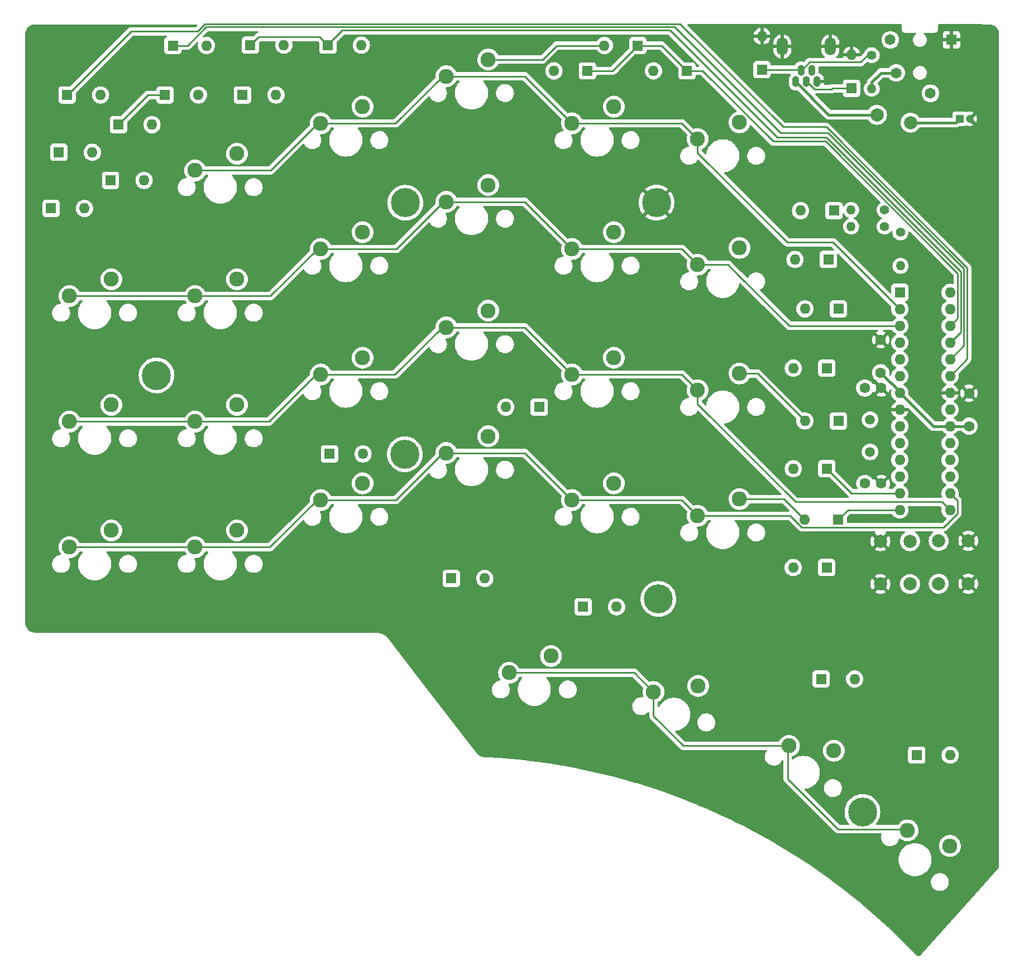
<source format=gbl>
G04 #@! TF.GenerationSoftware,KiCad,Pcbnew,(6.0.5)*
G04 #@! TF.CreationDate,2022-10-04T21:39:33-03:00*
G04 #@! TF.ProjectId,bluejay_left,626c7565-6a61-4795-9f6c-6566742e6b69,rev?*
G04 #@! TF.SameCoordinates,Original*
G04 #@! TF.FileFunction,Copper,L2,Bot*
G04 #@! TF.FilePolarity,Positive*
%FSLAX46Y46*%
G04 Gerber Fmt 4.6, Leading zero omitted, Abs format (unit mm)*
G04 Created by KiCad (PCBNEW (6.0.5)) date 2022-10-04 21:39:33*
%MOMM*%
%LPD*%
G01*
G04 APERTURE LIST*
G04 #@! TA.AperFunction,ComponentPad*
%ADD10C,1.600000*%
G04 #@! TD*
G04 #@! TA.AperFunction,ComponentPad*
%ADD11R,1.600000X1.600000*%
G04 #@! TD*
G04 #@! TA.AperFunction,ComponentPad*
%ADD12O,1.600000X1.600000*%
G04 #@! TD*
G04 #@! TA.AperFunction,ComponentPad*
%ADD13C,1.500000*%
G04 #@! TD*
G04 #@! TA.AperFunction,ComponentPad*
%ADD14C,2.286000*%
G04 #@! TD*
G04 #@! TA.AperFunction,ComponentPad*
%ADD15C,1.400000*%
G04 #@! TD*
G04 #@! TA.AperFunction,ComponentPad*
%ADD16O,1.400000X1.400000*%
G04 #@! TD*
G04 #@! TA.AperFunction,ComponentPad*
%ADD17C,4.400000*%
G04 #@! TD*
G04 #@! TA.AperFunction,ComponentPad*
%ADD18O,1.100000X1.650000*%
G04 #@! TD*
G04 #@! TA.AperFunction,ComponentPad*
%ADD19O,1.700000X2.700000*%
G04 #@! TD*
G04 #@! TA.AperFunction,ComponentPad*
%ADD20C,2.000000*%
G04 #@! TD*
G04 #@! TA.AperFunction,ComponentPad*
%ADD21R,1.650000X1.650000*%
G04 #@! TD*
G04 #@! TA.AperFunction,ComponentPad*
%ADD22C,1.650000*%
G04 #@! TD*
G04 #@! TA.AperFunction,ComponentPad*
%ADD23R,1.200000X1.200000*%
G04 #@! TD*
G04 #@! TA.AperFunction,ComponentPad*
%ADD24C,1.200000*%
G04 #@! TD*
G04 #@! TA.AperFunction,ComponentPad*
%ADD25C,2.010000*%
G04 #@! TD*
G04 #@! TA.AperFunction,ViaPad*
%ADD26C,0.800000*%
G04 #@! TD*
G04 #@! TA.AperFunction,Conductor*
%ADD27C,0.400000*%
G04 #@! TD*
G04 #@! TA.AperFunction,Conductor*
%ADD28C,0.250000*%
G04 #@! TD*
G04 APERTURE END LIST*
D10*
X40600000Y-14000000D03*
X43100000Y-14000000D03*
D11*
X-2130000Y-32700000D03*
D12*
X2950000Y-32700000D03*
D13*
X41400000Y-9200000D03*
X41400000Y-4320000D03*
D14*
X21590000Y2698700D03*
X15240000Y158700D03*
X53487971Y-68980716D03*
X47069410Y-66619325D03*
D11*
X35930000Y27400000D03*
D12*
X30850000Y27400000D03*
D14*
X-73660000Y16986300D03*
X-80010000Y14446300D03*
X-16510000Y31273800D03*
X-22860000Y28733800D03*
X-35560000Y43180000D03*
X-41910000Y40640000D03*
X-16510000Y12223800D03*
X-22860000Y9683800D03*
D11*
X38580000Y45960000D03*
D12*
X38580000Y51040000D03*
D11*
X-65530000Y44950000D03*
D12*
X-60450000Y44950000D03*
D14*
X-54610000Y-2063800D03*
X-60960000Y-4603800D03*
D11*
X45900000Y15000000D03*
D12*
X45900000Y12460000D03*
X45900000Y9920000D03*
X45900000Y7380000D03*
X45900000Y4840000D03*
X45900000Y2300000D03*
X45900000Y-240000D03*
X45900000Y-2780000D03*
X45900000Y-5320000D03*
X45900000Y-7860000D03*
X45900000Y-10400000D03*
X45900000Y-12940000D03*
X45900000Y-15480000D03*
X45900000Y-18020000D03*
X53520000Y-18020000D03*
X53520000Y-15480000D03*
X53520000Y-12940000D03*
X53520000Y-10400000D03*
X53520000Y-7860000D03*
X53520000Y-5320000D03*
X53520000Y-2780000D03*
X53520000Y-240000D03*
X53520000Y2300000D03*
X53520000Y4840000D03*
X53520000Y7380000D03*
X53520000Y9920000D03*
X53520000Y12460000D03*
X53520000Y15000000D03*
D11*
X36567500Y-19500000D03*
D12*
X31487500Y-19500000D03*
D11*
X-64317500Y52450000D03*
D12*
X-59237500Y52450000D03*
D14*
X-16510000Y-6826300D03*
X-22860000Y-9366300D03*
X-54610000Y16986300D03*
X-60960000Y14446300D03*
D11*
X36586300Y-4500000D03*
D12*
X31506300Y-4500000D03*
D14*
X-6985000Y-40163800D03*
X-13335000Y-42703800D03*
D11*
X-72580000Y40450000D03*
D12*
X-67500000Y40450000D03*
D14*
X21590000Y-16351300D03*
X15240000Y-18891300D03*
X2540000Y43180000D03*
X-3810000Y40640000D03*
X2540000Y24130000D03*
X-3810000Y21590000D03*
D11*
X-73780000Y32000000D03*
D12*
X-68700000Y32000000D03*
D10*
X43000000Y2800000D03*
X43000000Y7800000D03*
D14*
X21590000Y21748800D03*
X15240000Y19208800D03*
D11*
X34836300Y3500000D03*
D12*
X29756300Y3500000D03*
D14*
X-73660000Y-2063800D03*
X-80010000Y-4603800D03*
X-35560000Y-13970000D03*
X-41910000Y-16510000D03*
D11*
X34817500Y-26750000D03*
D12*
X29737500Y-26750000D03*
D15*
X41640000Y50980000D03*
D16*
X41640000Y45900000D03*
D17*
X-29150000Y-9550000D03*
D11*
X25000000Y48782500D03*
D12*
X25000000Y53862500D03*
D14*
X2540000Y-13970000D03*
X-3810000Y-16510000D03*
X-54610000Y-21113800D03*
X-60960000Y-23653800D03*
D17*
X-29090000Y28590000D03*
D11*
X-52580000Y52500000D03*
D12*
X-47500000Y52500000D03*
D14*
X21590000Y40798800D03*
X15240000Y38258800D03*
D11*
X-40830000Y52500000D03*
D12*
X-35750000Y52500000D03*
D11*
X-80380000Y44950000D03*
D12*
X-75300000Y44950000D03*
D11*
X-40580000Y-9500000D03*
D12*
X-35500000Y-9500000D03*
D11*
X35086300Y20000000D03*
D12*
X30006300Y20000000D03*
D17*
X40230000Y-63820000D03*
D11*
X36586300Y12500000D03*
D12*
X31506300Y12500000D03*
D17*
X9000000Y28600000D03*
D11*
X-8770000Y-2400000D03*
D12*
X-13850000Y-2400000D03*
D11*
X-1470000Y48600000D03*
D12*
X-6550000Y48600000D03*
D11*
X-81630000Y36250000D03*
D12*
X-76550000Y36250000D03*
D15*
X43600000Y27500000D03*
D16*
X38520000Y27500000D03*
D11*
X48470000Y-55200000D03*
D12*
X53550000Y-55200000D03*
D14*
X2540000Y5080000D03*
X-3810000Y2540000D03*
D11*
X34836300Y-11750000D03*
D12*
X29756300Y-11750000D03*
D10*
X56400000Y-5300000D03*
X56400000Y-300000D03*
D18*
X33331200Y46968700D03*
X32531200Y48718700D03*
X31731200Y46968700D03*
X30931200Y48718700D03*
X30131200Y46968700D03*
D19*
X28081200Y52293700D03*
X35381200Y52293700D03*
D14*
X35898802Y-54533384D03*
X29099627Y-53794926D03*
D17*
X9300000Y-31520000D03*
D11*
X-22117500Y-28400000D03*
D12*
X-17037500Y-28400000D03*
D17*
X-66800000Y2400000D03*
D10*
X40600000Y500000D03*
X43100000Y500000D03*
D20*
X47450000Y-29250000D03*
X47450000Y-22750000D03*
X42950000Y-22750000D03*
X42950000Y-29250000D03*
D14*
X-16510000Y50323800D03*
X-22860000Y47783800D03*
D11*
X-53780000Y44950000D03*
D12*
X-48700000Y44950000D03*
D20*
X51800000Y-22700000D03*
X51800000Y-29200000D03*
X56300000Y-29200000D03*
X56300000Y-22700000D03*
D14*
X-54610000Y36036300D03*
X-60960000Y33496300D03*
D11*
X33970000Y-43650000D03*
D12*
X39050000Y-43650000D03*
D11*
X-82817500Y27750000D03*
D12*
X-77737500Y27750000D03*
D11*
X6180000Y52450000D03*
D12*
X1100000Y52450000D03*
D14*
X-73660000Y-21113800D03*
X-80010000Y-23653800D03*
X-35560000Y5080000D03*
X-41910000Y2540000D03*
D21*
X53750000Y53300000D03*
D22*
X45350000Y48300000D03*
X50550000Y45200000D03*
X44450000Y53300000D03*
D23*
X54981200Y41343700D03*
D24*
X56481200Y41343700D03*
D25*
X47531200Y40743700D03*
X42431200Y41943700D03*
D14*
X15324714Y-44701679D03*
X8548855Y-45630026D03*
X-35560000Y24130000D03*
X-41910000Y21590000D03*
D15*
X43600000Y25000000D03*
D16*
X38520000Y25000000D03*
D15*
X46000000Y24100000D03*
D16*
X46000000Y19020000D03*
D11*
X13630000Y48600000D03*
D12*
X8550000Y48600000D03*
D26*
X53600000Y-25800000D03*
X49600000Y-18700000D03*
X47300000Y46200000D03*
X51700000Y16500000D03*
X49100000Y14400000D03*
D27*
X53540000Y-5300000D02*
X53520000Y-5320000D01*
X54381200Y40743700D02*
X54981200Y41343700D01*
X50980000Y-5320000D02*
X45900000Y-240000D01*
X45900000Y-100000D02*
X43000000Y2800000D01*
X47531200Y40743700D02*
X54381200Y40743700D01*
X45350000Y48300000D02*
X43030000Y48300000D01*
X56400000Y-5300000D02*
X53540000Y-5300000D01*
X41640000Y46910000D02*
X41640000Y45900000D01*
X43030000Y48300000D02*
X41640000Y46910000D01*
X45900000Y-240000D02*
X45900000Y-100000D01*
X53520000Y-5320000D02*
X50980000Y-5320000D01*
D28*
X38047500Y-18020000D02*
X36567500Y-19500000D01*
X45900000Y-18020000D02*
X38047500Y-18020000D01*
X24307600Y2698700D02*
X31506300Y-4500000D01*
X21590000Y2698700D02*
X24307600Y2698700D01*
X21590000Y-16351300D02*
X28338800Y-16351300D01*
X28338800Y-16351300D02*
X31487500Y-19500000D01*
X38566300Y-15480000D02*
X34836300Y-11750000D01*
X45900000Y-15480000D02*
X38566300Y-15480000D01*
X2330000Y48600000D02*
X6180000Y52450000D01*
X26700000Y37900000D02*
X34648878Y37900000D01*
X34648878Y37900000D02*
X54700000Y17848878D01*
X-1470000Y48600000D02*
X2330000Y48600000D01*
X6180000Y52450000D02*
X9780000Y52450000D01*
X54700000Y17848878D02*
X54700000Y11100000D01*
X13630000Y48600000D02*
X16000000Y48600000D01*
X9780000Y52450000D02*
X13630000Y48600000D01*
X54700000Y11100000D02*
X53520000Y9920000D01*
X16000000Y48600000D02*
X26700000Y37900000D01*
X-6150000Y52450000D02*
X1100000Y52450000D01*
X-8276200Y50323800D02*
X-6150000Y52450000D01*
X-16510000Y50323800D02*
X-8276200Y50323800D01*
X-40830000Y52500000D02*
X-40830000Y52570000D01*
X-38635718Y54764282D02*
X11035718Y54764282D01*
X-51330000Y53750000D02*
X-42080000Y53750000D01*
X-42080000Y53750000D02*
X-40830000Y52500000D01*
X27300000Y38500000D02*
X34800000Y38500000D01*
X-40830000Y52570000D02*
X-38635718Y54764282D01*
X55149520Y9009520D02*
X53520000Y7380000D01*
X34800000Y38500000D02*
X55149520Y18150480D01*
X55149520Y18150480D02*
X55149520Y9009520D01*
X11035718Y54764282D02*
X27300000Y38500000D01*
X-52580000Y52500000D02*
X-51330000Y53750000D01*
X-62117500Y52450000D02*
X-59317020Y55250480D01*
X27800000Y39200000D02*
X35000000Y39200000D01*
X-68117500Y44950000D02*
X-65530000Y44950000D01*
X35000000Y39200000D02*
X55600000Y18600000D01*
X-72580000Y40450000D02*
X-72580000Y40487500D01*
X55600000Y18600000D02*
X55600000Y6920000D01*
X11749520Y55250480D02*
X27800000Y39200000D01*
X55600000Y6920000D02*
X53520000Y4840000D01*
X-64317500Y52450000D02*
X-62117500Y52450000D01*
X-59317020Y55250480D02*
X11749520Y55250480D01*
X-72580000Y40487500D02*
X-68117500Y44950000D01*
X-60603218Y54600000D02*
X-70650000Y54600000D01*
X28200000Y40100000D02*
X12600000Y55700000D01*
X34735718Y40100000D02*
X28200000Y40100000D01*
X-80300000Y44950000D02*
X-80380000Y44950000D01*
X56100000Y18735718D02*
X34735718Y40100000D01*
X-70650000Y54600000D02*
X-80300000Y44950000D01*
X53520000Y2300000D02*
X56100000Y4880000D01*
X-59503217Y55700000D02*
X-60603218Y54600000D01*
X12600000Y55700000D02*
X-59503217Y55700000D01*
X56100000Y4880000D02*
X56100000Y18735718D01*
X30931200Y48443700D02*
X30931200Y48630458D01*
X30592400Y48782500D02*
X30931200Y48443700D01*
X40990000Y50980000D02*
X41640000Y50980000D01*
X39925489Y49915489D02*
X40990000Y50980000D01*
X30931200Y48630458D02*
X32216231Y49915489D01*
X25000000Y48782500D02*
X30592400Y48782500D01*
X32216231Y49915489D02*
X39925489Y49915489D01*
X35677500Y45960000D02*
X38580000Y45960000D01*
X31731200Y47243700D02*
X31731200Y47056942D01*
X31731200Y47056942D02*
X32968962Y45819180D01*
X35536680Y45819180D02*
X35677500Y45960000D01*
X32968962Y45819180D02*
X35536680Y45819180D01*
D27*
X30131200Y47243700D02*
X30131200Y46950876D01*
X35138376Y41943700D02*
X42431200Y41943700D01*
X30131200Y46950876D02*
X35138376Y41943700D01*
D28*
X35760000Y22600000D02*
X28819346Y22600000D01*
X15240000Y36179346D02*
X15240000Y38258800D01*
X-42373008Y40640000D02*
X-41910000Y40640000D01*
X-3810000Y40640000D02*
X12858800Y40640000D01*
X-49516708Y33496300D02*
X-42373008Y40640000D01*
X-10953800Y47783800D02*
X-3810000Y40640000D01*
X12858800Y40640000D02*
X15240000Y38258800D01*
X45900000Y12460000D02*
X35760000Y22600000D01*
X-23436200Y47783800D02*
X-22860000Y47783800D01*
X28819346Y22600000D02*
X15240000Y36179346D01*
X-41910000Y40640000D02*
X-30580000Y40640000D01*
X-60960000Y33496300D02*
X-49516708Y33496300D01*
X-22860000Y47783800D02*
X-10953800Y47783800D01*
X-30580000Y40640000D02*
X-23436200Y47783800D01*
X-10953800Y28733800D02*
X-3810000Y21590000D01*
X-23326200Y28733800D02*
X-22860000Y28733800D01*
X-60960000Y14446300D02*
X-49533700Y14446300D01*
X29145792Y9920000D02*
X21418421Y17647371D01*
X-42390000Y21590000D02*
X-41910000Y21590000D01*
X45900000Y9920000D02*
X29145792Y9920000D01*
X12858800Y21590000D02*
X15240000Y19208800D01*
X-49533700Y14446300D02*
X-42390000Y21590000D01*
X19859454Y19208800D02*
X15240000Y19208800D01*
X-41910000Y21590000D02*
X-30470000Y21590000D01*
X-30470000Y21590000D02*
X-23326200Y28733800D01*
X21418421Y17649833D02*
X19859454Y19208800D01*
X-22860000Y28733800D02*
X-10953800Y28733800D01*
X-3810000Y21590000D02*
X12858800Y21590000D01*
X-80010000Y14446300D02*
X-60960000Y14446300D01*
X21418421Y17647371D02*
X21418421Y17649833D01*
X15240000Y158700D02*
X15240000Y-1920754D01*
X12858700Y2540000D02*
X15240000Y158700D01*
X-10953800Y9683800D02*
X-3810000Y2540000D01*
X-23526200Y9683800D02*
X-22860000Y9683800D01*
X-80010000Y-4603800D02*
X-60960000Y-4603800D01*
X-22860000Y9683800D02*
X-10953800Y9683800D01*
X15240000Y-1920754D02*
X30119246Y-16800000D01*
X-49743800Y-4603800D02*
X-42600000Y2540000D01*
X-30670000Y2540000D02*
X-23526200Y9683800D01*
X-42600000Y2540000D02*
X-41910000Y2540000D01*
X52300000Y-16800000D02*
X53520000Y-18020000D01*
X-41910000Y2540000D02*
X-30670000Y2540000D01*
X-60960000Y-4603800D02*
X-49743800Y-4603800D01*
X30119246Y-16800000D02*
X52300000Y-16800000D01*
X-3810000Y2540000D02*
X12858700Y2540000D01*
X-60960000Y-23653800D02*
X-49623800Y-23653800D01*
X-80010000Y-23653800D02*
X-60960000Y-23653800D01*
X54644511Y-18555489D02*
X54644511Y-16604511D01*
X-3810000Y-16510000D02*
X12858700Y-16510000D01*
X-23386300Y-9366300D02*
X-22860000Y-9366300D01*
X-30530000Y-16510000D02*
X-23386300Y-9366300D01*
X52575489Y-20624511D02*
X54644511Y-18555489D01*
X-41910000Y-16510000D02*
X-30530000Y-16510000D01*
X15240000Y-18891300D02*
X29288500Y-18891300D01*
X54644511Y-16604511D02*
X53520000Y-15480000D01*
X29288500Y-18891300D02*
X31021711Y-20624511D01*
X-49623800Y-23653800D02*
X-42480000Y-16510000D01*
X-10953700Y-9366300D02*
X-3810000Y-16510000D01*
X12858700Y-16510000D02*
X15240000Y-18891300D01*
X-22860000Y-9366300D02*
X-10953700Y-9366300D01*
X-42480000Y-16510000D02*
X-41910000Y-16510000D01*
X31021711Y-20624511D02*
X52575489Y-20624511D01*
X28902779Y-58807333D02*
X28902779Y-53991774D01*
X28902779Y-53991774D02*
X29099627Y-53794926D01*
X47069410Y-66619325D02*
X46880085Y-66430000D01*
X46880085Y-66430000D02*
X36525446Y-66430000D01*
X5622629Y-42703800D02*
X-13335000Y-42703800D01*
X8548855Y-49283409D02*
X8548855Y-45630026D01*
X36525446Y-66430000D02*
X28902779Y-58807333D01*
X13060372Y-53794926D02*
X8548855Y-49283409D01*
X29099627Y-53794926D02*
X13060372Y-53794926D01*
X8548855Y-45630026D02*
X5622629Y-42703800D01*
G04 #@! TA.AperFunction,Conductor*
G36*
X46133621Y55671498D02*
G01*
X46180114Y55617842D01*
X46191500Y55565500D01*
X46191500Y54908623D01*
X46191498Y54907853D01*
X46191024Y54830279D01*
X46193491Y54821648D01*
X46199150Y54801847D01*
X46202728Y54785085D01*
X46206920Y54755813D01*
X46210634Y54747645D01*
X46210634Y54747644D01*
X46217548Y54732438D01*
X46223996Y54714914D01*
X46231051Y54690229D01*
X46235843Y54682635D01*
X46235844Y54682632D01*
X46246830Y54665220D01*
X46254969Y54650137D01*
X46267208Y54623218D01*
X46273069Y54616416D01*
X46283970Y54603765D01*
X46295073Y54588761D01*
X46308776Y54567042D01*
X46315501Y54561103D01*
X46315504Y54561099D01*
X46330938Y54547468D01*
X46342982Y54535276D01*
X46356427Y54519673D01*
X46356430Y54519671D01*
X46362287Y54512873D01*
X46369816Y54507993D01*
X46369817Y54507992D01*
X46383835Y54498906D01*
X46398709Y54487615D01*
X46411217Y54476569D01*
X46417951Y54470622D01*
X46444711Y54458058D01*
X46459691Y54449737D01*
X46476983Y54438529D01*
X46476988Y54438527D01*
X46484515Y54433648D01*
X46493108Y54431078D01*
X46493113Y54431076D01*
X46509120Y54426289D01*
X46526564Y54419628D01*
X46541676Y54412533D01*
X46541678Y54412532D01*
X46549800Y54408719D01*
X46558667Y54407338D01*
X46558668Y54407338D01*
X46561353Y54406920D01*
X46579017Y54404170D01*
X46595732Y54400387D01*
X46615466Y54394485D01*
X46615472Y54394484D01*
X46624066Y54391914D01*
X46633037Y54391859D01*
X46633038Y54391859D01*
X46643097Y54391798D01*
X46658506Y54391704D01*
X46659289Y54391671D01*
X46660386Y54391500D01*
X46691377Y54391500D01*
X46692147Y54391498D01*
X46765785Y54391048D01*
X46765786Y54391048D01*
X46769721Y54391024D01*
X46771065Y54391408D01*
X46772410Y54391500D01*
X48259626Y54391500D01*
X48327747Y54371498D01*
X48374240Y54317842D01*
X48384344Y54247568D01*
X48354850Y54182988D01*
X48339262Y54167857D01*
X48205311Y54058610D01*
X48205308Y54058607D01*
X48200536Y54054715D01*
X48196608Y54049967D01*
X48196607Y54049966D01*
X48127558Y53966500D01*
X48068217Y53894770D01*
X48065288Y53889353D01*
X48065286Y53889350D01*
X47972416Y53717590D01*
X47972414Y53717585D01*
X47969486Y53712170D01*
X47908102Y53513871D01*
X47907458Y53507746D01*
X47907458Y53507745D01*
X47889806Y53339789D01*
X47886404Y53307425D01*
X47888009Y53289789D01*
X47900571Y53151762D01*
X47905218Y53100697D01*
X47906956Y53094791D01*
X47906957Y53094787D01*
X47932043Y53009552D01*
X47963827Y52901560D01*
X48059999Y52717600D01*
X48190071Y52555823D01*
X48194788Y52551865D01*
X48194790Y52551863D01*
X48250073Y52505475D01*
X48349089Y52422391D01*
X48354481Y52419427D01*
X48354485Y52419424D01*
X48525598Y52325354D01*
X48530995Y52322387D01*
X48728861Y52259621D01*
X48734978Y52258935D01*
X48734982Y52258934D01*
X48811598Y52250341D01*
X48890413Y52241500D01*
X49002237Y52241500D01*
X49005293Y52241800D01*
X49005300Y52241800D01*
X49150466Y52256034D01*
X49150469Y52256035D01*
X49156592Y52256635D01*
X49326615Y52307967D01*
X49349407Y52314848D01*
X49349410Y52314849D01*
X49355315Y52316632D01*
X49364467Y52321498D01*
X49533153Y52411191D01*
X49533155Y52411192D01*
X49538599Y52414087D01*
X49558516Y52430331D01*
X52417001Y52430331D01*
X52417371Y52423510D01*
X52422895Y52372648D01*
X52426521Y52357396D01*
X52471676Y52236946D01*
X52480214Y52221351D01*
X52556715Y52119276D01*
X52569276Y52106715D01*
X52671351Y52030214D01*
X52686946Y52021676D01*
X52807394Y51976522D01*
X52822649Y51972895D01*
X52873514Y51967369D01*
X52880328Y51967000D01*
X53477885Y51967000D01*
X53493124Y51971475D01*
X53494329Y51972865D01*
X53496000Y51980548D01*
X53496000Y51985116D01*
X54004000Y51985116D01*
X54008475Y51969877D01*
X54009865Y51968672D01*
X54017548Y51967001D01*
X54619669Y51967001D01*
X54626490Y51967371D01*
X54677352Y51972895D01*
X54692604Y51976521D01*
X54813054Y52021676D01*
X54828649Y52030214D01*
X54930724Y52106715D01*
X54943285Y52119276D01*
X55019786Y52221351D01*
X55028324Y52236946D01*
X55073478Y52357394D01*
X55077105Y52372649D01*
X55082631Y52423514D01*
X55083000Y52430328D01*
X55083000Y53027885D01*
X55078525Y53043124D01*
X55077135Y53044329D01*
X55069452Y53046000D01*
X54022115Y53046000D01*
X54006876Y53041525D01*
X54005671Y53040135D01*
X54004000Y53032452D01*
X54004000Y51985116D01*
X53496000Y51985116D01*
X53496000Y53027885D01*
X53491525Y53043124D01*
X53490135Y53044329D01*
X53482452Y53046000D01*
X52435116Y53046000D01*
X52419877Y53041525D01*
X52418672Y53040135D01*
X52417001Y53032452D01*
X52417001Y52430331D01*
X49558516Y52430331D01*
X49650652Y52505475D01*
X49694689Y52541390D01*
X49694692Y52541393D01*
X49699464Y52545285D01*
X49767284Y52627264D01*
X49827855Y52700482D01*
X49831783Y52705230D01*
X49835876Y52712799D01*
X49927584Y52882410D01*
X49927586Y52882415D01*
X49930514Y52887830D01*
X49991898Y53086129D01*
X49994065Y53106749D01*
X50012952Y53286446D01*
X50012952Y53286448D01*
X50013596Y53292575D01*
X49998705Y53456198D01*
X49995341Y53493164D01*
X49995340Y53493167D01*
X49994782Y53499303D01*
X49992298Y53507745D01*
X49973353Y53572115D01*
X52417000Y53572115D01*
X52421475Y53556876D01*
X52422865Y53555671D01*
X52430548Y53554000D01*
X53477885Y53554000D01*
X53493124Y53558475D01*
X53494329Y53559865D01*
X53496000Y53567548D01*
X53496000Y53572115D01*
X54004000Y53572115D01*
X54008475Y53556876D01*
X54009865Y53555671D01*
X54017548Y53554000D01*
X55064884Y53554000D01*
X55080123Y53558475D01*
X55081328Y53559865D01*
X55082999Y53567548D01*
X55082999Y54169669D01*
X55082629Y54176490D01*
X55077105Y54227352D01*
X55073479Y54242604D01*
X55028324Y54363054D01*
X55019786Y54378649D01*
X54943285Y54480724D01*
X54930724Y54493285D01*
X54828649Y54569786D01*
X54813054Y54578324D01*
X54692606Y54623478D01*
X54677351Y54627105D01*
X54626486Y54632631D01*
X54619672Y54633000D01*
X54022115Y54633000D01*
X54006876Y54628525D01*
X54005671Y54627135D01*
X54004000Y54619452D01*
X54004000Y53572115D01*
X53496000Y53572115D01*
X53496000Y54614884D01*
X53491525Y54630123D01*
X53490135Y54631328D01*
X53482452Y54632999D01*
X52880331Y54632999D01*
X52873510Y54632629D01*
X52822648Y54627105D01*
X52807396Y54623479D01*
X52686946Y54578324D01*
X52671351Y54569786D01*
X52569276Y54493285D01*
X52556715Y54480724D01*
X52480214Y54378649D01*
X52471676Y54363054D01*
X52426522Y54242606D01*
X52422895Y54227351D01*
X52417369Y54176486D01*
X52417000Y54169672D01*
X52417000Y53572115D01*
X49973353Y53572115D01*
X49940339Y53684284D01*
X49936173Y53698440D01*
X49840001Y53882400D01*
X49831606Y53892842D01*
X49736036Y54011706D01*
X49709929Y54044177D01*
X49698155Y54054057D01*
X49561197Y54168978D01*
X49521870Y54228088D01*
X49520744Y54299076D01*
X49558175Y54359403D01*
X49622280Y54389917D01*
X49642188Y54391500D01*
X51191377Y54391500D01*
X51192148Y54391498D01*
X51269721Y54391024D01*
X51298152Y54399150D01*
X51314915Y54402728D01*
X51315753Y54402848D01*
X51344187Y54406920D01*
X51367564Y54417549D01*
X51385087Y54423996D01*
X51409771Y54431051D01*
X51417365Y54435843D01*
X51417368Y54435844D01*
X51434780Y54446830D01*
X51449865Y54454970D01*
X51476782Y54467208D01*
X51496235Y54483970D01*
X51511239Y54495073D01*
X51532958Y54508776D01*
X51538897Y54515501D01*
X51538901Y54515504D01*
X51552532Y54530938D01*
X51564724Y54542982D01*
X51580327Y54556427D01*
X51580329Y54556430D01*
X51587127Y54562287D01*
X51601094Y54583835D01*
X51612385Y54598709D01*
X51623431Y54611217D01*
X51623432Y54611218D01*
X51629378Y54617951D01*
X51641943Y54644713D01*
X51650263Y54659691D01*
X51661471Y54676983D01*
X51661473Y54676988D01*
X51666352Y54684515D01*
X51668922Y54693108D01*
X51668924Y54693113D01*
X51673711Y54709120D01*
X51680372Y54726564D01*
X51687467Y54741676D01*
X51687468Y54741678D01*
X51691281Y54749800D01*
X51695830Y54779017D01*
X51699613Y54795732D01*
X51705515Y54815466D01*
X51705516Y54815472D01*
X51708086Y54824066D01*
X51708296Y54858506D01*
X51708329Y54859289D01*
X51708500Y54860386D01*
X51708500Y54891377D01*
X51708502Y54892147D01*
X51708952Y54965785D01*
X51708952Y54965786D01*
X51708976Y54969721D01*
X51708592Y54971065D01*
X51708500Y54972410D01*
X51708500Y55565500D01*
X51728502Y55633621D01*
X51782158Y55680114D01*
X51834500Y55691500D01*
X57296569Y55691500D01*
X57297950Y55691492D01*
X59517211Y55667158D01*
X59539640Y55664896D01*
X59545990Y55663674D01*
X59555423Y55661859D01*
X59569601Y55663201D01*
X59595778Y55662946D01*
X59775863Y55642358D01*
X59795186Y55638601D01*
X59993230Y55583744D01*
X60011731Y55577024D01*
X60198819Y55491991D01*
X60216047Y55482471D01*
X60387607Y55369339D01*
X60403141Y55357254D01*
X60554992Y55218779D01*
X60568450Y55204426D01*
X60659873Y55090221D01*
X60696881Y55043990D01*
X60707944Y55027709D01*
X60809814Y54849239D01*
X60818207Y54831435D01*
X60891044Y54639263D01*
X60896561Y54620368D01*
X60901510Y54596674D01*
X60938115Y54421423D01*
X60938577Y54419209D01*
X60941084Y54399688D01*
X60949687Y54226135D01*
X60949701Y54225846D01*
X60948561Y54208803D01*
X60948702Y54208797D01*
X60948335Y54199825D01*
X60946700Y54190997D01*
X60949604Y54162443D01*
X60950853Y54150166D01*
X60951500Y54137416D01*
X60951500Y-71927837D01*
X60950958Y-71939511D01*
X60950571Y-71943672D01*
X60948481Y-71952399D01*
X60948925Y-71961361D01*
X60949223Y-71967382D01*
X60947883Y-71992957D01*
X60935302Y-72073922D01*
X60926106Y-72133095D01*
X60921921Y-72151147D01*
X60872404Y-72310452D01*
X60865619Y-72327693D01*
X60813870Y-72435220D01*
X60794345Y-72464472D01*
X57392836Y-76276154D01*
X49263752Y-85385488D01*
X49254140Y-85395151D01*
X49225323Y-85421142D01*
X49220610Y-85428787D01*
X49219800Y-85429759D01*
X49201518Y-85452613D01*
X49138126Y-85514552D01*
X49134389Y-85518203D01*
X49111626Y-85535843D01*
X49041608Y-85578266D01*
X49015198Y-85594267D01*
X48989029Y-85606275D01*
X48885859Y-85639969D01*
X48881857Y-85641276D01*
X48853639Y-85647029D01*
X48741323Y-85656780D01*
X48712536Y-85655976D01*
X48641421Y-85645776D01*
X48600932Y-85639968D01*
X48573085Y-85632650D01*
X48468035Y-85591719D01*
X48442573Y-85578266D01*
X48417775Y-85561279D01*
X48349559Y-85514550D01*
X48327823Y-85495672D01*
X48268515Y-85430866D01*
X48258514Y-85418442D01*
X48253869Y-85411858D01*
X48249785Y-85403861D01*
X48234922Y-85388117D01*
X48222243Y-85372314D01*
X48210100Y-85354397D01*
X48201542Y-85345213D01*
X48199169Y-85343348D01*
X48197928Y-85342142D01*
X46858203Y-83966790D01*
X46858198Y-83966785D01*
X46857786Y-83966362D01*
X46857394Y-83965975D01*
X46857355Y-83965936D01*
X45487670Y-82614663D01*
X45487192Y-82614191D01*
X44089979Y-81289544D01*
X42666700Y-79992944D01*
X42666226Y-79992529D01*
X41218376Y-78725304D01*
X41218328Y-78725262D01*
X41217918Y-78724904D01*
X39744205Y-77485926D01*
X38246146Y-76276500D01*
X37057389Y-75355220D01*
X36724797Y-75097463D01*
X36724775Y-75097446D01*
X36724332Y-75097103D01*
X35775099Y-74391215D01*
X50613576Y-74391215D01*
X50622230Y-74621751D01*
X50669604Y-74847533D01*
X50754343Y-75062105D01*
X50874023Y-75259332D01*
X50877520Y-75263362D01*
X50964144Y-75363187D01*
X51025223Y-75433575D01*
X51029354Y-75436962D01*
X51199491Y-75576467D01*
X51199497Y-75576471D01*
X51203619Y-75579851D01*
X51404111Y-75693977D01*
X51409127Y-75695798D01*
X51409132Y-75695800D01*
X51615951Y-75770872D01*
X51615955Y-75770873D01*
X51620966Y-75772692D01*
X51626215Y-75773641D01*
X51626218Y-75773642D01*
X51843899Y-75813005D01*
X51843906Y-75813006D01*
X51847983Y-75813743D01*
X51865720Y-75814579D01*
X51870668Y-75814813D01*
X51870675Y-75814813D01*
X51872156Y-75814883D01*
X52034301Y-75814883D01*
X52101257Y-75809202D01*
X52200938Y-75800744D01*
X52200942Y-75800743D01*
X52206249Y-75800293D01*
X52211404Y-75798955D01*
X52211410Y-75798954D01*
X52424379Y-75743678D01*
X52424383Y-75743677D01*
X52429548Y-75742336D01*
X52434414Y-75740144D01*
X52434417Y-75740143D01*
X52635025Y-75649776D01*
X52639891Y-75647584D01*
X52644311Y-75644608D01*
X52644315Y-75644606D01*
X52745524Y-75576467D01*
X52831261Y-75518745D01*
X52998188Y-75359505D01*
X53135897Y-75174417D01*
X53161258Y-75124535D01*
X53238034Y-74973529D01*
X53238034Y-74973528D01*
X53240453Y-74968771D01*
X53279719Y-74842314D01*
X53307281Y-74753553D01*
X53307282Y-74753547D01*
X53308865Y-74748450D01*
X53339176Y-74519751D01*
X53330522Y-74289215D01*
X53283148Y-74063433D01*
X53198409Y-73848861D01*
X53078729Y-73651634D01*
X52991804Y-73551461D01*
X52931029Y-73481424D01*
X52931027Y-73481422D01*
X52927529Y-73477391D01*
X52885394Y-73442843D01*
X52753261Y-73334499D01*
X52753255Y-73334495D01*
X52749133Y-73331115D01*
X52548641Y-73216989D01*
X52543625Y-73215168D01*
X52543620Y-73215166D01*
X52336801Y-73140094D01*
X52336797Y-73140093D01*
X52331786Y-73138274D01*
X52326537Y-73137325D01*
X52326534Y-73137324D01*
X52108853Y-73097961D01*
X52108846Y-73097960D01*
X52104769Y-73097223D01*
X52087032Y-73096387D01*
X52082084Y-73096153D01*
X52082077Y-73096153D01*
X52080596Y-73096083D01*
X51918451Y-73096083D01*
X51851495Y-73101764D01*
X51751814Y-73110222D01*
X51751810Y-73110223D01*
X51746503Y-73110673D01*
X51741348Y-73112011D01*
X51741342Y-73112012D01*
X51528373Y-73167288D01*
X51528369Y-73167289D01*
X51523204Y-73168630D01*
X51518338Y-73170822D01*
X51518335Y-73170823D01*
X51419897Y-73215166D01*
X51312861Y-73263382D01*
X51308441Y-73266358D01*
X51308437Y-73266360D01*
X51216176Y-73328475D01*
X51121491Y-73392221D01*
X50954564Y-73551461D01*
X50816855Y-73736549D01*
X50814440Y-73741299D01*
X50759753Y-73848861D01*
X50712299Y-73942195D01*
X50678093Y-74052356D01*
X50645471Y-74157413D01*
X50645470Y-74157419D01*
X50643887Y-74162516D01*
X50613576Y-74391215D01*
X35775099Y-74391215D01*
X35637936Y-74289215D01*
X35179851Y-73948564D01*
X35179826Y-73948546D01*
X35179365Y-73948203D01*
X33611856Y-72830254D01*
X32876703Y-72327693D01*
X32022949Y-71744055D01*
X32022935Y-71744046D01*
X32022425Y-71743697D01*
X31219108Y-71217669D01*
X31213105Y-71213738D01*
X45698800Y-71213738D01*
X45738264Y-71526130D01*
X45816570Y-71831113D01*
X45932484Y-72123877D01*
X45934386Y-72127336D01*
X45934387Y-72127339D01*
X46044533Y-72327693D01*
X46084176Y-72399804D01*
X46269255Y-72654544D01*
X46484802Y-72884078D01*
X46727418Y-73084787D01*
X46993276Y-73253506D01*
X46996855Y-73255190D01*
X46996862Y-73255194D01*
X47274594Y-73385884D01*
X47274598Y-73385886D01*
X47278184Y-73387573D01*
X47281956Y-73388799D01*
X47281957Y-73388799D01*
X47406860Y-73429382D01*
X47577648Y-73484875D01*
X47886946Y-73543877D01*
X47980500Y-73549763D01*
X48120558Y-73558575D01*
X48120574Y-73558576D01*
X48122553Y-73558700D01*
X48279847Y-73558700D01*
X48281826Y-73558576D01*
X48281842Y-73558575D01*
X48421900Y-73549763D01*
X48515454Y-73543877D01*
X48824752Y-73484875D01*
X48995540Y-73429382D01*
X49120443Y-73388799D01*
X49120444Y-73388799D01*
X49124216Y-73387573D01*
X49127802Y-73385886D01*
X49127806Y-73385884D01*
X49405538Y-73255194D01*
X49405545Y-73255190D01*
X49409124Y-73253506D01*
X49674982Y-73084787D01*
X49917598Y-72884078D01*
X50133145Y-72654544D01*
X50318224Y-72399804D01*
X50357868Y-72327693D01*
X50468013Y-72127339D01*
X50468014Y-72127336D01*
X50469916Y-72123877D01*
X50585830Y-71831113D01*
X50664136Y-71526130D01*
X50703600Y-71213738D01*
X50703600Y-70898862D01*
X50664136Y-70586470D01*
X50585830Y-70281487D01*
X50469916Y-69988723D01*
X50331543Y-69737023D01*
X50320133Y-69716268D01*
X50320131Y-69716265D01*
X50318224Y-69712796D01*
X50133145Y-69458056D01*
X49917598Y-69228522D01*
X49674982Y-69027813D01*
X49600769Y-68980716D01*
X51831364Y-68980716D01*
X51851760Y-69239866D01*
X51912444Y-69492636D01*
X51914337Y-69497207D01*
X51914338Y-69497209D01*
X51939603Y-69558203D01*
X52011923Y-69732800D01*
X52147748Y-69954445D01*
X52316573Y-70152114D01*
X52320335Y-70155327D01*
X52468050Y-70281487D01*
X52514242Y-70320939D01*
X52735887Y-70456764D01*
X52740457Y-70458657D01*
X52740459Y-70458658D01*
X52931057Y-70537606D01*
X52976051Y-70556243D01*
X53062514Y-70577001D01*
X53224008Y-70615772D01*
X53224014Y-70615773D01*
X53228821Y-70616927D01*
X53487971Y-70637323D01*
X53747121Y-70616927D01*
X53751928Y-70615773D01*
X53751934Y-70615772D01*
X53913428Y-70577001D01*
X53999891Y-70556243D01*
X54044885Y-70537606D01*
X54235483Y-70458658D01*
X54235485Y-70458657D01*
X54240055Y-70456764D01*
X54461700Y-70320939D01*
X54507893Y-70281487D01*
X54655607Y-70155327D01*
X54659369Y-70152114D01*
X54828194Y-69954445D01*
X54964019Y-69732800D01*
X55036340Y-69558203D01*
X55061604Y-69497209D01*
X55061605Y-69497207D01*
X55063498Y-69492636D01*
X55124182Y-69239866D01*
X55144578Y-68980716D01*
X55124182Y-68721566D01*
X55101475Y-68626981D01*
X55064653Y-68473608D01*
X55063498Y-68468796D01*
X55025082Y-68376051D01*
X54965913Y-68233204D01*
X54965912Y-68233202D01*
X54964019Y-68228632D01*
X54828194Y-68006987D01*
X54659369Y-67809318D01*
X54461700Y-67640493D01*
X54240055Y-67504668D01*
X54235485Y-67502775D01*
X54235483Y-67502774D01*
X54004464Y-67407083D01*
X54004462Y-67407082D01*
X53999891Y-67405189D01*
X53859186Y-67371409D01*
X53751934Y-67345660D01*
X53751928Y-67345659D01*
X53747121Y-67344505D01*
X53487971Y-67324109D01*
X53228821Y-67344505D01*
X53224014Y-67345659D01*
X53224008Y-67345660D01*
X53116756Y-67371409D01*
X52976051Y-67405189D01*
X52971480Y-67407082D01*
X52971478Y-67407083D01*
X52740459Y-67502774D01*
X52740457Y-67502775D01*
X52735887Y-67504668D01*
X52514242Y-67640493D01*
X52316573Y-67809318D01*
X52147748Y-68006987D01*
X52011923Y-68228632D01*
X52010030Y-68233202D01*
X52010029Y-68233204D01*
X51950860Y-68376051D01*
X51912444Y-68468796D01*
X51911289Y-68473608D01*
X51874468Y-68626981D01*
X51851760Y-68721566D01*
X51831364Y-68980716D01*
X49600769Y-68980716D01*
X49409124Y-68859094D01*
X49405545Y-68857410D01*
X49405538Y-68857406D01*
X49127806Y-68726716D01*
X49127802Y-68726714D01*
X49124216Y-68725027D01*
X49098752Y-68716753D01*
X48828528Y-68628952D01*
X48828529Y-68628952D01*
X48824752Y-68627725D01*
X48515454Y-68568723D01*
X48421900Y-68562837D01*
X48281842Y-68554025D01*
X48281826Y-68554024D01*
X48279847Y-68553900D01*
X48122553Y-68553900D01*
X48120574Y-68554024D01*
X48120558Y-68554025D01*
X47980500Y-68562837D01*
X47886946Y-68568723D01*
X47577648Y-68627725D01*
X47573871Y-68628952D01*
X47573872Y-68628952D01*
X47303649Y-68716753D01*
X47278184Y-68725027D01*
X47274598Y-68726714D01*
X47274594Y-68726716D01*
X46996862Y-68857406D01*
X46996855Y-68857410D01*
X46993276Y-68859094D01*
X46727418Y-69027813D01*
X46484802Y-69228522D01*
X46269255Y-69458056D01*
X46084176Y-69712796D01*
X46082269Y-69716265D01*
X46082267Y-69716268D01*
X46070857Y-69737023D01*
X45932484Y-69988723D01*
X45816570Y-70281487D01*
X45738264Y-70586470D01*
X45698800Y-70898862D01*
X45698800Y-71213738D01*
X31213105Y-71213738D01*
X30412280Y-70689342D01*
X30412247Y-70689321D01*
X30411702Y-70688964D01*
X29819387Y-70317721D01*
X28780838Y-69666793D01*
X28780808Y-69666774D01*
X28780322Y-69666470D01*
X28490311Y-69492636D01*
X27212147Y-68726500D01*
X27128931Y-68676620D01*
X26113982Y-68095373D01*
X25458720Y-67720114D01*
X25458712Y-67720109D01*
X25458182Y-67719806D01*
X25233172Y-67596822D01*
X23769307Y-66796718D01*
X23769300Y-66796714D01*
X23768736Y-66796406D01*
X23768199Y-66796126D01*
X23768178Y-66796115D01*
X22061787Y-65907060D01*
X22061783Y-65907058D01*
X22061261Y-65906786D01*
X22060783Y-65906549D01*
X22060736Y-65906525D01*
X21052271Y-65406342D01*
X20336433Y-65051297D01*
X18594933Y-64230277D01*
X16837451Y-63444052D01*
X16836898Y-63443818D01*
X16836862Y-63443802D01*
X15469556Y-62864477D01*
X15064681Y-62692932D01*
X14669100Y-62534528D01*
X13277918Y-61977451D01*
X13277879Y-61977436D01*
X13277325Y-61977214D01*
X13276738Y-61976992D01*
X13276719Y-61976985D01*
X11763020Y-61405508D01*
X11476089Y-61297181D01*
X9661686Y-60653103D01*
X7834833Y-60045234D01*
X7091482Y-59814205D01*
X5996799Y-59473984D01*
X5996765Y-59473974D01*
X5996254Y-59473815D01*
X5847557Y-59430824D01*
X4932730Y-59166332D01*
X4146675Y-58939070D01*
X3818377Y-58851189D01*
X2287407Y-58441368D01*
X2287383Y-58441362D01*
X2286827Y-58441213D01*
X2286230Y-58441066D01*
X2286215Y-58441062D01*
X418104Y-57980602D01*
X417447Y-57980440D01*
X-1460726Y-57556933D01*
X-1461264Y-57556823D01*
X-1461282Y-57556819D01*
X-2205702Y-57404451D01*
X-3346951Y-57170859D01*
X-5240479Y-56822371D01*
X-5829447Y-56726044D01*
X-7139939Y-56511710D01*
X-7139961Y-56511707D01*
X-7140564Y-56511608D01*
X-7141156Y-56511523D01*
X-7141177Y-56511520D01*
X-7953693Y-56395171D01*
X-9046452Y-56238692D01*
X-10092568Y-56110066D01*
X-10956770Y-56003807D01*
X-10956804Y-56003803D01*
X-10957391Y-56003731D01*
X-12872625Y-55806817D01*
X-14791395Y-55648029D01*
X-16694925Y-55528561D01*
X-16698742Y-55528168D01*
X-16700394Y-55527800D01*
X-16706267Y-55527418D01*
X-16708057Y-55527301D01*
X-16708063Y-55527301D01*
X-16712921Y-55526985D01*
X-16717766Y-55527420D01*
X-16717780Y-55527420D01*
X-16728768Y-55528407D01*
X-16751290Y-55528408D01*
X-16758189Y-55527789D01*
X-16758194Y-55527789D01*
X-16767131Y-55526988D01*
X-16782621Y-55530048D01*
X-16782912Y-55530106D01*
X-16807620Y-55532495D01*
X-17010101Y-55532032D01*
X-17027017Y-55530852D01*
X-17209854Y-55505652D01*
X-17253425Y-55499647D01*
X-17270025Y-55496207D01*
X-17490185Y-55434884D01*
X-17506174Y-55429247D01*
X-17639613Y-55371831D01*
X-17716120Y-55338912D01*
X-17731209Y-55331177D01*
X-17835721Y-55268386D01*
X-17927114Y-55213477D01*
X-17941028Y-55203786D01*
X-17952581Y-55194525D01*
X-18090103Y-55084292D01*
X-18110956Y-55063076D01*
X-18215379Y-54928096D01*
X-25757030Y-45179532D01*
X-15967800Y-45179532D01*
X-15959146Y-45410068D01*
X-15911772Y-45635850D01*
X-15909814Y-45640809D01*
X-15909813Y-45640811D01*
X-15881055Y-45713630D01*
X-15827033Y-45850422D01*
X-15707353Y-46047649D01*
X-15703856Y-46051679D01*
X-15594477Y-46177727D01*
X-15556153Y-46221892D01*
X-15552022Y-46225279D01*
X-15381885Y-46364784D01*
X-15381879Y-46364788D01*
X-15377757Y-46368168D01*
X-15177265Y-46482294D01*
X-15172249Y-46484115D01*
X-15172244Y-46484117D01*
X-14965425Y-46559189D01*
X-14965421Y-46559190D01*
X-14960410Y-46561009D01*
X-14955161Y-46561958D01*
X-14955158Y-46561959D01*
X-14737477Y-46601322D01*
X-14737470Y-46601323D01*
X-14733393Y-46602060D01*
X-14715656Y-46602896D01*
X-14710708Y-46603130D01*
X-14710701Y-46603130D01*
X-14709220Y-46603200D01*
X-14547075Y-46603200D01*
X-14480119Y-46597519D01*
X-14380438Y-46589061D01*
X-14380434Y-46589060D01*
X-14375127Y-46588610D01*
X-14369972Y-46587272D01*
X-14369966Y-46587271D01*
X-14156997Y-46531995D01*
X-14156993Y-46531994D01*
X-14151828Y-46530653D01*
X-14146962Y-46528461D01*
X-14146959Y-46528460D01*
X-13946351Y-46438093D01*
X-13941485Y-46435901D01*
X-13937065Y-46432925D01*
X-13937061Y-46432923D01*
X-13825624Y-46357898D01*
X-13750115Y-46307062D01*
X-13583188Y-46147822D01*
X-13505262Y-46043086D01*
X-13448663Y-45967014D01*
X-13448661Y-45967011D01*
X-13445479Y-45962734D01*
X-13390695Y-45854983D01*
X-13343342Y-45761846D01*
X-13343342Y-45761845D01*
X-13340923Y-45757088D01*
X-13299938Y-45625096D01*
X-13274095Y-45541870D01*
X-13274094Y-45541864D01*
X-13272511Y-45536767D01*
X-13242200Y-45308068D01*
X-13250854Y-45077532D01*
X-13298228Y-44851750D01*
X-13327390Y-44777906D01*
X-13346107Y-44730512D01*
X-13382967Y-44637178D01*
X-13435028Y-44551384D01*
X-13453267Y-44482771D01*
X-13431515Y-44415188D01*
X-13376679Y-44370094D01*
X-13334908Y-44361570D01*
X-13335000Y-44360407D01*
X-13075850Y-44340011D01*
X-13071043Y-44338857D01*
X-13071037Y-44338856D01*
X-12909543Y-44300085D01*
X-12823080Y-44279327D01*
X-12799937Y-44269741D01*
X-12587488Y-44181742D01*
X-12587486Y-44181741D01*
X-12582916Y-44179848D01*
X-12361271Y-44044023D01*
X-12302030Y-43993427D01*
X-12167364Y-43878411D01*
X-12163602Y-43875198D01*
X-12041449Y-43732175D01*
X-11997995Y-43681297D01*
X-11997994Y-43681296D01*
X-11994777Y-43677529D01*
X-11858952Y-43455884D01*
X-11842051Y-43415081D01*
X-11797502Y-43359801D01*
X-11725642Y-43337300D01*
X-11458642Y-43337300D01*
X-11390521Y-43357302D01*
X-11344028Y-43410958D01*
X-11333924Y-43481232D01*
X-11366792Y-43549553D01*
X-11456945Y-43645556D01*
X-11642024Y-43900296D01*
X-11643931Y-43903765D01*
X-11643933Y-43903768D01*
X-11791813Y-44172761D01*
X-11793716Y-44176223D01*
X-11860169Y-44344063D01*
X-11899154Y-44442529D01*
X-11909630Y-44468987D01*
X-11987936Y-44773970D01*
X-12027400Y-45086362D01*
X-12027400Y-45401238D01*
X-11987936Y-45713630D01*
X-11909630Y-46018613D01*
X-11793716Y-46311377D01*
X-11791814Y-46314836D01*
X-11791813Y-46314839D01*
X-11657480Y-46559189D01*
X-11642024Y-46587304D01*
X-11456945Y-46842044D01*
X-11241398Y-47071578D01*
X-10998782Y-47272287D01*
X-10732924Y-47441006D01*
X-10729345Y-47442690D01*
X-10729338Y-47442694D01*
X-10451606Y-47573384D01*
X-10451602Y-47573386D01*
X-10448016Y-47575073D01*
X-10148552Y-47672375D01*
X-9839254Y-47731377D01*
X-9745700Y-47737263D01*
X-9605642Y-47746075D01*
X-9605626Y-47746076D01*
X-9603647Y-47746200D01*
X-9446353Y-47746200D01*
X-9444374Y-47746076D01*
X-9444358Y-47746075D01*
X-9304300Y-47737263D01*
X-9210746Y-47731377D01*
X-8901448Y-47672375D01*
X-8601984Y-47575073D01*
X-8598398Y-47573386D01*
X-8598394Y-47573384D01*
X-8320662Y-47442694D01*
X-8320655Y-47442690D01*
X-8317076Y-47441006D01*
X-8051218Y-47272287D01*
X-7808602Y-47071578D01*
X-7593055Y-46842044D01*
X-7407976Y-46587304D01*
X-7392519Y-46559189D01*
X-7258187Y-46314839D01*
X-7258186Y-46314836D01*
X-7256284Y-46311377D01*
X-7140370Y-46018613D01*
X-7062064Y-45713630D01*
X-7022600Y-45401238D01*
X-7022600Y-45179532D01*
X-5807800Y-45179532D01*
X-5799146Y-45410068D01*
X-5751772Y-45635850D01*
X-5749814Y-45640809D01*
X-5749813Y-45640811D01*
X-5721055Y-45713630D01*
X-5667033Y-45850422D01*
X-5547353Y-46047649D01*
X-5543856Y-46051679D01*
X-5434477Y-46177727D01*
X-5396153Y-46221892D01*
X-5392022Y-46225279D01*
X-5221885Y-46364784D01*
X-5221879Y-46364788D01*
X-5217757Y-46368168D01*
X-5017265Y-46482294D01*
X-5012249Y-46484115D01*
X-5012244Y-46484117D01*
X-4805425Y-46559189D01*
X-4805421Y-46559190D01*
X-4800410Y-46561009D01*
X-4795161Y-46561958D01*
X-4795158Y-46561959D01*
X-4577477Y-46601322D01*
X-4577470Y-46601323D01*
X-4573393Y-46602060D01*
X-4555656Y-46602896D01*
X-4550708Y-46603130D01*
X-4550701Y-46603130D01*
X-4549220Y-46603200D01*
X-4387075Y-46603200D01*
X-4320119Y-46597519D01*
X-4220438Y-46589061D01*
X-4220434Y-46589060D01*
X-4215127Y-46588610D01*
X-4209972Y-46587272D01*
X-4209966Y-46587271D01*
X-3996997Y-46531995D01*
X-3996993Y-46531994D01*
X-3991828Y-46530653D01*
X-3986962Y-46528461D01*
X-3986959Y-46528460D01*
X-3786351Y-46438093D01*
X-3781485Y-46435901D01*
X-3777065Y-46432925D01*
X-3777061Y-46432923D01*
X-3665624Y-46357898D01*
X-3590115Y-46307062D01*
X-3423188Y-46147822D01*
X-3345262Y-46043086D01*
X-3288663Y-45967014D01*
X-3288661Y-45967011D01*
X-3285479Y-45962734D01*
X-3230695Y-45854983D01*
X-3183342Y-45761846D01*
X-3183342Y-45761845D01*
X-3180923Y-45757088D01*
X-3139938Y-45625096D01*
X-3114095Y-45541870D01*
X-3114094Y-45541864D01*
X-3112511Y-45536767D01*
X-3082200Y-45308068D01*
X-3090854Y-45077532D01*
X-3138228Y-44851750D01*
X-3167390Y-44777906D01*
X-3186107Y-44730512D01*
X-3222967Y-44637178D01*
X-3329031Y-44462390D01*
X-3339878Y-44444514D01*
X-3339879Y-44444513D01*
X-3342647Y-44439951D01*
X-3410662Y-44361570D01*
X-3490347Y-44269741D01*
X-3490349Y-44269739D01*
X-3493847Y-44265708D01*
X-3535982Y-44231160D01*
X-3668115Y-44122816D01*
X-3668121Y-44122812D01*
X-3672243Y-44119432D01*
X-3872735Y-44005306D01*
X-3877751Y-44003485D01*
X-3877756Y-44003483D01*
X-4084575Y-43928411D01*
X-4084579Y-43928410D01*
X-4089590Y-43926591D01*
X-4094839Y-43925642D01*
X-4094842Y-43925641D01*
X-4312523Y-43886278D01*
X-4312530Y-43886277D01*
X-4316607Y-43885540D01*
X-4335330Y-43884657D01*
X-4339292Y-43884470D01*
X-4339299Y-43884470D01*
X-4340780Y-43884400D01*
X-4502925Y-43884400D01*
X-4569881Y-43890081D01*
X-4669562Y-43898539D01*
X-4669566Y-43898540D01*
X-4674873Y-43898990D01*
X-4680028Y-43900328D01*
X-4680034Y-43900329D01*
X-4893003Y-43955605D01*
X-4893007Y-43955606D01*
X-4898172Y-43956947D01*
X-4903038Y-43959139D01*
X-4903041Y-43959140D01*
X-5001479Y-44003483D01*
X-5108515Y-44051699D01*
X-5112935Y-44054675D01*
X-5112939Y-44054677D01*
X-5186534Y-44104225D01*
X-5299885Y-44180538D01*
X-5466812Y-44339778D01*
X-5470000Y-44344063D01*
X-5587159Y-44501531D01*
X-5604521Y-44524866D01*
X-5606936Y-44529616D01*
X-5661623Y-44637178D01*
X-5709077Y-44730512D01*
X-5727502Y-44789849D01*
X-5775905Y-44945730D01*
X-5775906Y-44945736D01*
X-5777489Y-44950833D01*
X-5807800Y-45179532D01*
X-7022600Y-45179532D01*
X-7022600Y-45086362D01*
X-7062064Y-44773970D01*
X-7140370Y-44468987D01*
X-7150845Y-44442529D01*
X-7189831Y-44344063D01*
X-7256284Y-44176223D01*
X-7258187Y-44172761D01*
X-7406067Y-43903768D01*
X-7406069Y-43903765D01*
X-7407976Y-43900296D01*
X-7593055Y-43645556D01*
X-7683208Y-43549553D01*
X-7715259Y-43486203D01*
X-7707972Y-43415581D01*
X-7663661Y-43360110D01*
X-7591358Y-43337300D01*
X5308035Y-43337300D01*
X5376156Y-43357302D01*
X5397130Y-43374205D01*
X6962915Y-44939990D01*
X6996941Y-45002302D01*
X6990229Y-45077303D01*
X6973328Y-45118106D01*
X6972173Y-45122918D01*
X6927723Y-45308068D01*
X6912644Y-45370876D01*
X6892248Y-45630026D01*
X6912644Y-45889176D01*
X6913798Y-45893983D01*
X6913799Y-45893989D01*
X6931331Y-45967014D01*
X6973328Y-46141946D01*
X6975221Y-46146517D01*
X6975222Y-46146519D01*
X7025110Y-46266958D01*
X7032699Y-46337547D01*
X7000920Y-46401034D01*
X6939862Y-46437262D01*
X6886281Y-46439165D01*
X6834578Y-46429816D01*
X6834577Y-46429816D01*
X6830491Y-46429077D01*
X6812754Y-46428241D01*
X6807806Y-46428007D01*
X6807799Y-46428007D01*
X6806318Y-46427937D01*
X6644173Y-46427937D01*
X6577217Y-46433618D01*
X6477536Y-46442076D01*
X6477532Y-46442077D01*
X6472225Y-46442527D01*
X6467070Y-46443865D01*
X6467064Y-46443866D01*
X6254095Y-46499142D01*
X6254091Y-46499143D01*
X6248926Y-46500484D01*
X6244060Y-46502676D01*
X6244057Y-46502677D01*
X6055257Y-46587725D01*
X6038583Y-46595236D01*
X6034163Y-46598212D01*
X6034159Y-46598214D01*
X5938592Y-46662555D01*
X5847213Y-46724075D01*
X5680286Y-46883315D01*
X5542577Y-47068403D01*
X5524740Y-47103486D01*
X5482789Y-47185998D01*
X5438021Y-47274049D01*
X5403815Y-47384210D01*
X5371193Y-47489267D01*
X5371192Y-47489273D01*
X5369609Y-47494370D01*
X5339298Y-47723069D01*
X5347952Y-47953605D01*
X5395326Y-48179387D01*
X5480065Y-48393959D01*
X5599745Y-48591186D01*
X5603242Y-48595216D01*
X5704491Y-48711895D01*
X5750945Y-48765429D01*
X5755076Y-48768816D01*
X5925213Y-48908321D01*
X5925219Y-48908325D01*
X5929341Y-48911705D01*
X6129833Y-49025831D01*
X6134849Y-49027652D01*
X6134854Y-49027654D01*
X6341673Y-49102726D01*
X6341677Y-49102727D01*
X6346688Y-49104546D01*
X6351937Y-49105495D01*
X6351940Y-49105496D01*
X6569621Y-49144859D01*
X6569628Y-49144860D01*
X6573705Y-49145597D01*
X6591442Y-49146433D01*
X6596390Y-49146667D01*
X6596397Y-49146667D01*
X6597878Y-49146737D01*
X6760023Y-49146737D01*
X6826979Y-49141056D01*
X6926660Y-49132598D01*
X6926664Y-49132597D01*
X6931971Y-49132147D01*
X6937126Y-49130809D01*
X6937132Y-49130808D01*
X7150101Y-49075532D01*
X7150105Y-49075531D01*
X7155270Y-49074190D01*
X7160136Y-49071998D01*
X7160139Y-49071997D01*
X7360747Y-48981630D01*
X7365613Y-48979438D01*
X7370033Y-48976462D01*
X7370037Y-48976460D01*
X7501814Y-48887741D01*
X7556983Y-48850599D01*
X7560835Y-48846925D01*
X7560843Y-48846918D01*
X7702384Y-48711895D01*
X7765480Y-48679348D01*
X7836157Y-48686080D01*
X7891974Y-48729954D01*
X7915355Y-48803065D01*
X7915355Y-49204642D01*
X7914828Y-49215825D01*
X7913153Y-49223318D01*
X7913402Y-49231244D01*
X7913402Y-49231245D01*
X7915293Y-49291395D01*
X7915355Y-49295354D01*
X7915355Y-49323265D01*
X7915852Y-49327199D01*
X7915852Y-49327200D01*
X7915860Y-49327265D01*
X7916793Y-49339102D01*
X7918182Y-49383298D01*
X7923833Y-49402748D01*
X7927842Y-49422109D01*
X7930381Y-49442206D01*
X7933300Y-49449577D01*
X7933300Y-49449579D01*
X7946659Y-49483321D01*
X7950504Y-49494551D01*
X7962837Y-49537002D01*
X7966870Y-49543821D01*
X7966872Y-49543826D01*
X7973148Y-49554437D01*
X7981843Y-49572185D01*
X7989303Y-49591026D01*
X7993965Y-49597442D01*
X7993965Y-49597443D01*
X8015291Y-49626796D01*
X8021807Y-49636716D01*
X8044313Y-49674771D01*
X8058634Y-49689092D01*
X8071474Y-49704125D01*
X8083383Y-49720516D01*
X8089489Y-49725567D01*
X8117460Y-49748707D01*
X8126239Y-49756697D01*
X12556715Y-54187173D01*
X12564259Y-54195463D01*
X12568372Y-54201944D01*
X12574149Y-54207369D01*
X12618039Y-54248584D01*
X12620881Y-54251339D01*
X12640603Y-54271061D01*
X12643727Y-54273484D01*
X12643731Y-54273488D01*
X12643796Y-54273538D01*
X12652817Y-54281243D01*
X12685051Y-54311512D01*
X12691999Y-54315331D01*
X12692001Y-54315333D01*
X12702804Y-54321272D01*
X12719331Y-54332128D01*
X12729070Y-54339683D01*
X12729072Y-54339684D01*
X12735332Y-54344540D01*
X12775912Y-54362100D01*
X12786560Y-54367317D01*
X12825312Y-54388621D01*
X12832988Y-54390592D01*
X12832991Y-54390593D01*
X12844934Y-54393659D01*
X12863639Y-54400063D01*
X12882227Y-54408107D01*
X12890050Y-54409346D01*
X12890060Y-54409349D01*
X12925896Y-54415025D01*
X12937516Y-54417431D01*
X12972661Y-54426454D01*
X12980342Y-54428426D01*
X13000596Y-54428426D01*
X13020306Y-54429977D01*
X13040315Y-54433146D01*
X13048207Y-54432400D01*
X13084333Y-54428985D01*
X13096191Y-54428426D01*
X25594270Y-54428426D01*
X25662391Y-54448428D01*
X25708884Y-54502084D01*
X25718988Y-54572358D01*
X25695360Y-54629636D01*
X25626305Y-54722450D01*
X25521749Y-54928096D01*
X25506442Y-54977393D01*
X25454921Y-55143314D01*
X25454920Y-55143320D01*
X25453337Y-55148417D01*
X25445999Y-55203786D01*
X25429115Y-55331177D01*
X25423026Y-55377116D01*
X25431680Y-55607652D01*
X25479054Y-55833434D01*
X25481012Y-55838393D01*
X25481013Y-55838395D01*
X25514482Y-55923142D01*
X25563793Y-56048006D01*
X25634543Y-56164598D01*
X25671299Y-56225170D01*
X25683473Y-56245233D01*
X25686970Y-56249263D01*
X25790562Y-56368642D01*
X25834673Y-56419476D01*
X25838804Y-56422863D01*
X26008941Y-56562368D01*
X26008947Y-56562372D01*
X26013069Y-56565752D01*
X26213561Y-56679878D01*
X26218577Y-56681699D01*
X26218582Y-56681701D01*
X26425401Y-56756773D01*
X26425405Y-56756774D01*
X26430416Y-56758593D01*
X26435665Y-56759542D01*
X26435668Y-56759543D01*
X26653349Y-56798906D01*
X26653356Y-56798907D01*
X26657433Y-56799644D01*
X26675170Y-56800480D01*
X26680118Y-56800714D01*
X26680125Y-56800714D01*
X26681606Y-56800784D01*
X26843751Y-56800784D01*
X26910707Y-56795103D01*
X27010388Y-56786645D01*
X27010392Y-56786644D01*
X27015699Y-56786194D01*
X27020854Y-56784856D01*
X27020860Y-56784855D01*
X27233829Y-56729579D01*
X27233833Y-56729578D01*
X27238998Y-56728237D01*
X27243864Y-56726045D01*
X27243867Y-56726044D01*
X27444475Y-56635677D01*
X27449341Y-56633485D01*
X27453761Y-56630509D01*
X27453765Y-56630507D01*
X27568434Y-56553306D01*
X27640711Y-56504646D01*
X27807638Y-56345406D01*
X27879170Y-56249263D01*
X27942163Y-56164598D01*
X27942165Y-56164595D01*
X27945347Y-56160318D01*
X28030962Y-55991926D01*
X28079665Y-55940268D01*
X28148565Y-55923142D01*
X28215787Y-55945984D01*
X28259988Y-56001543D01*
X28269279Y-56049031D01*
X28269279Y-58728566D01*
X28268752Y-58739749D01*
X28267077Y-58747242D01*
X28267326Y-58755168D01*
X28267326Y-58755169D01*
X28269217Y-58815319D01*
X28269279Y-58819278D01*
X28269279Y-58847189D01*
X28269776Y-58851123D01*
X28269776Y-58851124D01*
X28269784Y-58851189D01*
X28270717Y-58863026D01*
X28272106Y-58907222D01*
X28276696Y-58923021D01*
X28277757Y-58926672D01*
X28281766Y-58946033D01*
X28284305Y-58966130D01*
X28287224Y-58973501D01*
X28287224Y-58973503D01*
X28300583Y-59007245D01*
X28304428Y-59018475D01*
X28316761Y-59060926D01*
X28320794Y-59067745D01*
X28320796Y-59067750D01*
X28327072Y-59078361D01*
X28335767Y-59096109D01*
X28343227Y-59114950D01*
X28347889Y-59121366D01*
X28347889Y-59121367D01*
X28369215Y-59150720D01*
X28375731Y-59160640D01*
X28398237Y-59198695D01*
X28412558Y-59213016D01*
X28425398Y-59228049D01*
X28437307Y-59244440D01*
X28443413Y-59249491D01*
X28471384Y-59272631D01*
X28480163Y-59280621D01*
X36021794Y-66822253D01*
X36029334Y-66830539D01*
X36033446Y-66837018D01*
X36039223Y-66842443D01*
X36083097Y-66883643D01*
X36085939Y-66886398D01*
X36105676Y-66906135D01*
X36108873Y-66908615D01*
X36117893Y-66916318D01*
X36150125Y-66946586D01*
X36157071Y-66950405D01*
X36157074Y-66950407D01*
X36167880Y-66956348D01*
X36184399Y-66967199D01*
X36200405Y-66979614D01*
X36207674Y-66982759D01*
X36207678Y-66982762D01*
X36240983Y-66997174D01*
X36251633Y-67002391D01*
X36290386Y-67023695D01*
X36298061Y-67025666D01*
X36298062Y-67025666D01*
X36310008Y-67028733D01*
X36328713Y-67035137D01*
X36347301Y-67043181D01*
X36355124Y-67044420D01*
X36355134Y-67044423D01*
X36390970Y-67050099D01*
X36402590Y-67052505D01*
X36437735Y-67061528D01*
X36445416Y-67063500D01*
X36465670Y-67063500D01*
X36485380Y-67065051D01*
X36505389Y-67068220D01*
X36513281Y-67067474D01*
X36549407Y-67064059D01*
X36561265Y-67063500D01*
X43015832Y-67063500D01*
X43083953Y-67083502D01*
X43130446Y-67137158D01*
X43140550Y-67207432D01*
X43136165Y-67226858D01*
X43093535Y-67364150D01*
X43063224Y-67592849D01*
X43071878Y-67823385D01*
X43119252Y-68049167D01*
X43203991Y-68263739D01*
X43323671Y-68460966D01*
X43327168Y-68464996D01*
X43468377Y-68627725D01*
X43474871Y-68635209D01*
X43479002Y-68638596D01*
X43649139Y-68778101D01*
X43649145Y-68778105D01*
X43653267Y-68781485D01*
X43853759Y-68895611D01*
X43858775Y-68897432D01*
X43858780Y-68897434D01*
X44065599Y-68972506D01*
X44065603Y-68972507D01*
X44070614Y-68974326D01*
X44075863Y-68975275D01*
X44075866Y-68975276D01*
X44293547Y-69014639D01*
X44293554Y-69014640D01*
X44297631Y-69015377D01*
X44315368Y-69016213D01*
X44320316Y-69016447D01*
X44320323Y-69016447D01*
X44321804Y-69016517D01*
X44483949Y-69016517D01*
X44550905Y-69010836D01*
X44650586Y-69002378D01*
X44650590Y-69002377D01*
X44655897Y-69001927D01*
X44661052Y-69000589D01*
X44661058Y-69000588D01*
X44874027Y-68945312D01*
X44874031Y-68945311D01*
X44879196Y-68943970D01*
X44884062Y-68941778D01*
X44884065Y-68941777D01*
X45084673Y-68851410D01*
X45089539Y-68849218D01*
X45093959Y-68846242D01*
X45093963Y-68846240D01*
X45275826Y-68723801D01*
X45280909Y-68720379D01*
X45447836Y-68561139D01*
X45519368Y-68464996D01*
X45582361Y-68380331D01*
X45582363Y-68380328D01*
X45585545Y-68376051D01*
X45636448Y-68275932D01*
X45687682Y-68175163D01*
X45687682Y-68175162D01*
X45690101Y-68170405D01*
X45742014Y-68003219D01*
X45756929Y-67955187D01*
X45756930Y-67955181D01*
X45758513Y-67950084D01*
X45761213Y-67929712D01*
X45789992Y-67864810D01*
X45849291Y-67825770D01*
X45920283Y-67824987D01*
X45967948Y-67850454D01*
X46095681Y-67959548D01*
X46317326Y-68095373D01*
X46321896Y-68097266D01*
X46321898Y-68097267D01*
X46509956Y-68175163D01*
X46557490Y-68194852D01*
X46643953Y-68215610D01*
X46805447Y-68254381D01*
X46805453Y-68254382D01*
X46810260Y-68255536D01*
X47069410Y-68275932D01*
X47328560Y-68255536D01*
X47333367Y-68254382D01*
X47333373Y-68254381D01*
X47494867Y-68215610D01*
X47581330Y-68194852D01*
X47628864Y-68175163D01*
X47816922Y-68097267D01*
X47816924Y-68097266D01*
X47821494Y-68095373D01*
X48043139Y-67959548D01*
X48240808Y-67790723D01*
X48409633Y-67593054D01*
X48545458Y-67371409D01*
X48613380Y-67207432D01*
X48643043Y-67135818D01*
X48643044Y-67135816D01*
X48644937Y-67131245D01*
X48690572Y-66941159D01*
X48704466Y-66883288D01*
X48704467Y-66883282D01*
X48705621Y-66878475D01*
X48726017Y-66619325D01*
X48705621Y-66360175D01*
X48644937Y-66107405D01*
X48545458Y-65867241D01*
X48409633Y-65645596D01*
X48240808Y-65447927D01*
X48184935Y-65400207D01*
X48046907Y-65282320D01*
X48046906Y-65282319D01*
X48043139Y-65279102D01*
X47821494Y-65143277D01*
X47816924Y-65141384D01*
X47816922Y-65141383D01*
X47585903Y-65045692D01*
X47585901Y-65045691D01*
X47581330Y-65043798D01*
X47494867Y-65023040D01*
X47333373Y-64984269D01*
X47333367Y-64984268D01*
X47328560Y-64983114D01*
X47069410Y-64962718D01*
X46810260Y-64983114D01*
X46805453Y-64984268D01*
X46805447Y-64984269D01*
X46643953Y-65023040D01*
X46557490Y-65043798D01*
X46552919Y-65045691D01*
X46552917Y-65045692D01*
X46321898Y-65141383D01*
X46321896Y-65141384D01*
X46317326Y-65143277D01*
X46095681Y-65279102D01*
X46091914Y-65282319D01*
X46091913Y-65282320D01*
X45953885Y-65400207D01*
X45898012Y-65447927D01*
X45729187Y-65645596D01*
X45673580Y-65736338D01*
X45620935Y-65783966D01*
X45566150Y-65796500D01*
X42378579Y-65796500D01*
X42310458Y-65776498D01*
X42263965Y-65722842D01*
X42253861Y-65652568D01*
X42280865Y-65590952D01*
X42433549Y-65403410D01*
X42509951Y-65282320D01*
X42605788Y-65130428D01*
X42605790Y-65130425D01*
X42607815Y-65127215D01*
X42747638Y-64832084D01*
X42774188Y-64752504D01*
X42849790Y-64525897D01*
X42849792Y-64525891D01*
X42850992Y-64522293D01*
X42916381Y-64202329D01*
X42922956Y-64121498D01*
X42942674Y-63879061D01*
X42942856Y-63876826D01*
X42943451Y-63820000D01*
X42941510Y-63787796D01*
X42924026Y-63497793D01*
X42924026Y-63497789D01*
X42923798Y-63494015D01*
X42918650Y-63465824D01*
X42865805Y-63176473D01*
X42865804Y-63176469D01*
X42865125Y-63172751D01*
X42857722Y-63148907D01*
X42769404Y-62864477D01*
X42768282Y-62860863D01*
X42634670Y-62562869D01*
X42466226Y-62283084D01*
X42463899Y-62280100D01*
X42463894Y-62280093D01*
X42267726Y-62028558D01*
X42267724Y-62028556D01*
X42265390Y-62025563D01*
X42035070Y-61794034D01*
X41778603Y-61591852D01*
X41499705Y-61421945D01*
X41496261Y-61420379D01*
X41496257Y-61420377D01*
X41315570Y-61338224D01*
X41202414Y-61286775D01*
X40891037Y-61188300D01*
X40673492Y-61147390D01*
X40573809Y-61128645D01*
X40573807Y-61128645D01*
X40570086Y-61127945D01*
X40244208Y-61106586D01*
X40240428Y-61106794D01*
X40240427Y-61106794D01*
X40164858Y-61110953D01*
X39918124Y-61124532D01*
X39914397Y-61125193D01*
X39914393Y-61125193D01*
X39757340Y-61153027D01*
X39596557Y-61181522D01*
X39592941Y-61182624D01*
X39592933Y-61182626D01*
X39291559Y-61274478D01*
X39284167Y-61276731D01*
X38985477Y-61408781D01*
X38960041Y-61423914D01*
X38708074Y-61573817D01*
X38708068Y-61573821D01*
X38704814Y-61575757D01*
X38446244Y-61775243D01*
X38443534Y-61777911D01*
X38241076Y-61977214D01*
X38213513Y-62004347D01*
X38211149Y-62007314D01*
X38211146Y-62007317D01*
X38194220Y-62028558D01*
X38009991Y-62259751D01*
X37838626Y-62537757D01*
X37701902Y-62834336D01*
X37700741Y-62837940D01*
X37700741Y-62837941D01*
X37692196Y-62864477D01*
X37601797Y-63145192D01*
X37601079Y-63148903D01*
X37601078Y-63148907D01*
X37540482Y-63462105D01*
X37540481Y-63462114D01*
X37539763Y-63465824D01*
X37539496Y-63469600D01*
X37539495Y-63469605D01*
X37516966Y-63787796D01*
X37516698Y-63791585D01*
X37532936Y-64117759D01*
X37533577Y-64121490D01*
X37533578Y-64121498D01*
X37578145Y-64380861D01*
X37588241Y-64439619D01*
X37681814Y-64752504D01*
X37812297Y-65051881D01*
X37814220Y-65055152D01*
X37814222Y-65055156D01*
X37856584Y-65127215D01*
X37977802Y-65333414D01*
X37980103Y-65336429D01*
X38175931Y-65593025D01*
X38174677Y-65593982D01*
X38201408Y-65652782D01*
X38191184Y-65723039D01*
X38144599Y-65776615D01*
X38076660Y-65796500D01*
X36840040Y-65796500D01*
X36771919Y-65776498D01*
X36750945Y-65759595D01*
X31518302Y-60526951D01*
X31484276Y-60464639D01*
X31489341Y-60393824D01*
X31531888Y-60336988D01*
X31585711Y-60315224D01*
X31585454Y-60313877D01*
X31814662Y-60270153D01*
X31894752Y-60254875D01*
X32194216Y-60157573D01*
X32197802Y-60155886D01*
X32197806Y-60155884D01*
X32216796Y-60146948D01*
X34393774Y-60146948D01*
X34402428Y-60377484D01*
X34449802Y-60603266D01*
X34534541Y-60817838D01*
X34654221Y-61015065D01*
X34657718Y-61019095D01*
X34799623Y-61182626D01*
X34805421Y-61189308D01*
X34809552Y-61192695D01*
X34979689Y-61332200D01*
X34979695Y-61332204D01*
X34983817Y-61335584D01*
X35184309Y-61449710D01*
X35189325Y-61451531D01*
X35189330Y-61451533D01*
X35396149Y-61526605D01*
X35396153Y-61526606D01*
X35401164Y-61528425D01*
X35406413Y-61529374D01*
X35406416Y-61529375D01*
X35624097Y-61568738D01*
X35624104Y-61568739D01*
X35628181Y-61569476D01*
X35645918Y-61570312D01*
X35650866Y-61570546D01*
X35650873Y-61570546D01*
X35652354Y-61570616D01*
X35814499Y-61570616D01*
X35881455Y-61564935D01*
X35981136Y-61556477D01*
X35981140Y-61556476D01*
X35986447Y-61556026D01*
X35991602Y-61554688D01*
X35991608Y-61554687D01*
X36204577Y-61499411D01*
X36204581Y-61499410D01*
X36209746Y-61498069D01*
X36214612Y-61495877D01*
X36214615Y-61495876D01*
X36415225Y-61405508D01*
X36415224Y-61405508D01*
X36420089Y-61403317D01*
X36424509Y-61400341D01*
X36424513Y-61400339D01*
X36577737Y-61297181D01*
X36611459Y-61274478D01*
X36778386Y-61115238D01*
X36849918Y-61019095D01*
X36912911Y-60934430D01*
X36912913Y-60934427D01*
X36916095Y-60930150D01*
X36970879Y-60822399D01*
X37018232Y-60729262D01*
X37018232Y-60729261D01*
X37020651Y-60724504D01*
X37059917Y-60598047D01*
X37087479Y-60509286D01*
X37087480Y-60509280D01*
X37089063Y-60504183D01*
X37106562Y-60372153D01*
X37118674Y-60280769D01*
X37118674Y-60280764D01*
X37119374Y-60275484D01*
X37110720Y-60044948D01*
X37063346Y-59819166D01*
X36978607Y-59604594D01*
X36873161Y-59430824D01*
X36861696Y-59411930D01*
X36861695Y-59411929D01*
X36858927Y-59407367D01*
X36772002Y-59307194D01*
X36711227Y-59237157D01*
X36711225Y-59237155D01*
X36707727Y-59233124D01*
X36657412Y-59191868D01*
X36533459Y-59090232D01*
X36533453Y-59090228D01*
X36529331Y-59086848D01*
X36328839Y-58972722D01*
X36323823Y-58970901D01*
X36323818Y-58970899D01*
X36116999Y-58895827D01*
X36116995Y-58895826D01*
X36111984Y-58894007D01*
X36106735Y-58893058D01*
X36106732Y-58893057D01*
X35889051Y-58853694D01*
X35889044Y-58853693D01*
X35884967Y-58852956D01*
X35867230Y-58852120D01*
X35862282Y-58851886D01*
X35862275Y-58851886D01*
X35860794Y-58851816D01*
X35698649Y-58851816D01*
X35636458Y-58857093D01*
X35532012Y-58865955D01*
X35532008Y-58865956D01*
X35526701Y-58866406D01*
X35521546Y-58867744D01*
X35521540Y-58867745D01*
X35308571Y-58923021D01*
X35308567Y-58923022D01*
X35303402Y-58924363D01*
X35298536Y-58926555D01*
X35298533Y-58926556D01*
X35107158Y-59012764D01*
X35093059Y-59019115D01*
X35088639Y-59022091D01*
X35088635Y-59022093D01*
X35030955Y-59060926D01*
X34901689Y-59147954D01*
X34734762Y-59307194D01*
X34731574Y-59311479D01*
X34610793Y-59473815D01*
X34597053Y-59492282D01*
X34594638Y-59497032D01*
X34514792Y-59654078D01*
X34492497Y-59697928D01*
X34458291Y-59808089D01*
X34425669Y-59913146D01*
X34425668Y-59913152D01*
X34424085Y-59918249D01*
X34423384Y-59923541D01*
X34407279Y-60045055D01*
X34393774Y-60146948D01*
X32216796Y-60146948D01*
X32475538Y-60025194D01*
X32475545Y-60025190D01*
X32479124Y-60023506D01*
X32744982Y-59854787D01*
X32987598Y-59654078D01*
X33203145Y-59424544D01*
X33388224Y-59169804D01*
X33414853Y-59121367D01*
X33538013Y-58897339D01*
X33538014Y-58897336D01*
X33539916Y-58893877D01*
X33655830Y-58601113D01*
X33734136Y-58296130D01*
X33773600Y-57983738D01*
X33773600Y-57668862D01*
X33734136Y-57356470D01*
X33655830Y-57051487D01*
X33539916Y-56758723D01*
X33435281Y-56568392D01*
X33390133Y-56486268D01*
X33390131Y-56486265D01*
X33388224Y-56482796D01*
X33210939Y-56238783D01*
X33205473Y-56231260D01*
X33205472Y-56231258D01*
X33203145Y-56228056D01*
X32987598Y-55998522D01*
X32744982Y-55797813D01*
X32508907Y-55647995D01*
X32482471Y-55631218D01*
X32482470Y-55631218D01*
X32479124Y-55629094D01*
X32475545Y-55627410D01*
X32475538Y-55627406D01*
X32197806Y-55496716D01*
X32197802Y-55496714D01*
X32194216Y-55495027D01*
X31894752Y-55397725D01*
X31585454Y-55338723D01*
X31491900Y-55332837D01*
X31351842Y-55324025D01*
X31351826Y-55324024D01*
X31349847Y-55323900D01*
X31192553Y-55323900D01*
X31190574Y-55324024D01*
X31190558Y-55324025D01*
X31050500Y-55332837D01*
X30956946Y-55338723D01*
X30647648Y-55397725D01*
X30348184Y-55495027D01*
X30344598Y-55496714D01*
X30344594Y-55496716D01*
X30066862Y-55627406D01*
X30066855Y-55627410D01*
X30063276Y-55629094D01*
X30059930Y-55631218D01*
X30059929Y-55631218D01*
X30033493Y-55647995D01*
X29797418Y-55797813D01*
X29760668Y-55828215D01*
X29742594Y-55843167D01*
X29677356Y-55871177D01*
X29607331Y-55859470D01*
X29554752Y-55811763D01*
X29536279Y-55746082D01*
X29536279Y-55485821D01*
X29556281Y-55417700D01*
X29614061Y-55369412D01*
X29847139Y-55272868D01*
X29847141Y-55272867D01*
X29851711Y-55270974D01*
X30073356Y-55135149D01*
X30271025Y-54966324D01*
X30415345Y-54797347D01*
X30436632Y-54772423D01*
X30436633Y-54772422D01*
X30439850Y-54768655D01*
X30575675Y-54547010D01*
X30579100Y-54538743D01*
X30581320Y-54533384D01*
X34242195Y-54533384D01*
X34262591Y-54792534D01*
X34323275Y-55045304D01*
X34422754Y-55285468D01*
X34558579Y-55507113D01*
X34561796Y-55510880D01*
X34561797Y-55510881D01*
X34675434Y-55643933D01*
X34727404Y-55704782D01*
X34731166Y-55707995D01*
X34908521Y-55859470D01*
X34925073Y-55873607D01*
X35146718Y-56009432D01*
X35151288Y-56011325D01*
X35151290Y-56011326D01*
X35382309Y-56107017D01*
X35386882Y-56108911D01*
X35423554Y-56117715D01*
X35634839Y-56168440D01*
X35634845Y-56168441D01*
X35639652Y-56169595D01*
X35898802Y-56189991D01*
X36157952Y-56169595D01*
X36162759Y-56168441D01*
X36162765Y-56168440D01*
X36374050Y-56117715D01*
X36410722Y-56108911D01*
X36415295Y-56107017D01*
X36557451Y-56048134D01*
X47161500Y-56048134D01*
X47168255Y-56110316D01*
X47219385Y-56246705D01*
X47306739Y-56363261D01*
X47423295Y-56450615D01*
X47559684Y-56501745D01*
X47621866Y-56508500D01*
X49318134Y-56508500D01*
X49380316Y-56501745D01*
X49516705Y-56450615D01*
X49633261Y-56363261D01*
X49720615Y-56246705D01*
X49771745Y-56110316D01*
X49778500Y-56048134D01*
X49778500Y-55200000D01*
X52236502Y-55200000D01*
X52256457Y-55428087D01*
X52257881Y-55433400D01*
X52257881Y-55433402D01*
X52304572Y-55607652D01*
X52315716Y-55649243D01*
X52318039Y-55654224D01*
X52318039Y-55654225D01*
X52410151Y-55851762D01*
X52410154Y-55851767D01*
X52412477Y-55856749D01*
X52543802Y-56044300D01*
X52705700Y-56206198D01*
X52710208Y-56209355D01*
X52710211Y-56209357D01*
X52763550Y-56246705D01*
X52893251Y-56337523D01*
X52898233Y-56339846D01*
X52898238Y-56339849D01*
X53016878Y-56395171D01*
X53100757Y-56434284D01*
X53106065Y-56435706D01*
X53106067Y-56435707D01*
X53316598Y-56492119D01*
X53316600Y-56492119D01*
X53321913Y-56493543D01*
X53550000Y-56513498D01*
X53778087Y-56493543D01*
X53783400Y-56492119D01*
X53783402Y-56492119D01*
X53993933Y-56435707D01*
X53993935Y-56435706D01*
X53999243Y-56434284D01*
X54083122Y-56395171D01*
X54201762Y-56339849D01*
X54201767Y-56339846D01*
X54206749Y-56337523D01*
X54336450Y-56246705D01*
X54389789Y-56209357D01*
X54389792Y-56209355D01*
X54394300Y-56206198D01*
X54556198Y-56044300D01*
X54687523Y-55856749D01*
X54689846Y-55851767D01*
X54689849Y-55851762D01*
X54781961Y-55654225D01*
X54781961Y-55654224D01*
X54784284Y-55649243D01*
X54795429Y-55607652D01*
X54842119Y-55433402D01*
X54842119Y-55433400D01*
X54843543Y-55428087D01*
X54863498Y-55200000D01*
X54843543Y-54971913D01*
X54842119Y-54966598D01*
X54785707Y-54756067D01*
X54785706Y-54756065D01*
X54784284Y-54750757D01*
X54771084Y-54722450D01*
X54689849Y-54548238D01*
X54689846Y-54548233D01*
X54687523Y-54543251D01*
X54609558Y-54431906D01*
X54559357Y-54360211D01*
X54559355Y-54360208D01*
X54556198Y-54355700D01*
X54394300Y-54193802D01*
X54389792Y-54190645D01*
X54389789Y-54190643D01*
X54311611Y-54135902D01*
X54206749Y-54062477D01*
X54201767Y-54060154D01*
X54201762Y-54060151D01*
X54004225Y-53968039D01*
X54004224Y-53968039D01*
X53999243Y-53965716D01*
X53993935Y-53964294D01*
X53993933Y-53964293D01*
X53783402Y-53907881D01*
X53783400Y-53907881D01*
X53778087Y-53906457D01*
X53550000Y-53886502D01*
X53321913Y-53906457D01*
X53316600Y-53907881D01*
X53316598Y-53907881D01*
X53106067Y-53964293D01*
X53106065Y-53964294D01*
X53100757Y-53965716D01*
X53095776Y-53968039D01*
X53095775Y-53968039D01*
X52898238Y-54060151D01*
X52898233Y-54060154D01*
X52893251Y-54062477D01*
X52788389Y-54135902D01*
X52710211Y-54190643D01*
X52710208Y-54190645D01*
X52705700Y-54193802D01*
X52543802Y-54355700D01*
X52540645Y-54360208D01*
X52540643Y-54360211D01*
X52490442Y-54431906D01*
X52412477Y-54543251D01*
X52410154Y-54548233D01*
X52410151Y-54548238D01*
X52328916Y-54722450D01*
X52315716Y-54750757D01*
X52314294Y-54756065D01*
X52314293Y-54756067D01*
X52257881Y-54966598D01*
X52256457Y-54971913D01*
X52236502Y-55200000D01*
X49778500Y-55200000D01*
X49778500Y-54351866D01*
X49771745Y-54289684D01*
X49720615Y-54153295D01*
X49633261Y-54036739D01*
X49516705Y-53949385D01*
X49380316Y-53898255D01*
X49318134Y-53891500D01*
X47621866Y-53891500D01*
X47559684Y-53898255D01*
X47423295Y-53949385D01*
X47306739Y-54036739D01*
X47219385Y-54153295D01*
X47168255Y-54289684D01*
X47161500Y-54351866D01*
X47161500Y-56048134D01*
X36557451Y-56048134D01*
X36646314Y-56011326D01*
X36646316Y-56011325D01*
X36650886Y-56009432D01*
X36872531Y-55873607D01*
X36889084Y-55859470D01*
X37066438Y-55707995D01*
X37070200Y-55704782D01*
X37122170Y-55643933D01*
X37235807Y-55510881D01*
X37235808Y-55510880D01*
X37239025Y-55507113D01*
X37374850Y-55285468D01*
X37474329Y-55045304D01*
X37535013Y-54792534D01*
X37555409Y-54533384D01*
X37535013Y-54274234D01*
X37533579Y-54268258D01*
X37475484Y-54026276D01*
X37474329Y-54021464D01*
X37452200Y-53968039D01*
X37376744Y-53785872D01*
X37376743Y-53785870D01*
X37374850Y-53781300D01*
X37239025Y-53559655D01*
X37222845Y-53540710D01*
X37073413Y-53365748D01*
X37070200Y-53361986D01*
X36872531Y-53193161D01*
X36650886Y-53057336D01*
X36646316Y-53055443D01*
X36646314Y-53055442D01*
X36415295Y-52959751D01*
X36415293Y-52959750D01*
X36410722Y-52957857D01*
X36324259Y-52937099D01*
X36162765Y-52898328D01*
X36162759Y-52898327D01*
X36157952Y-52897173D01*
X35898802Y-52876777D01*
X35639652Y-52897173D01*
X35634845Y-52898327D01*
X35634839Y-52898328D01*
X35473345Y-52937099D01*
X35386882Y-52957857D01*
X35382311Y-52959750D01*
X35382309Y-52959751D01*
X35151290Y-53055442D01*
X35151288Y-53055443D01*
X35146718Y-53057336D01*
X34925073Y-53193161D01*
X34727404Y-53361986D01*
X34724191Y-53365748D01*
X34574760Y-53540710D01*
X34558579Y-53559655D01*
X34422754Y-53781300D01*
X34420861Y-53785870D01*
X34420860Y-53785872D01*
X34345404Y-53968039D01*
X34323275Y-54021464D01*
X34322120Y-54026276D01*
X34264026Y-54268258D01*
X34262591Y-54274234D01*
X34242195Y-54533384D01*
X30581320Y-54533384D01*
X30673260Y-54311419D01*
X30673261Y-54311417D01*
X30675154Y-54306846D01*
X30699036Y-54207369D01*
X30734683Y-54058889D01*
X30734684Y-54058883D01*
X30735838Y-54054076D01*
X30756234Y-53794926D01*
X30735838Y-53535776D01*
X30675154Y-53283006D01*
X30615474Y-53138925D01*
X30577569Y-53047414D01*
X30577567Y-53047410D01*
X30575675Y-53042842D01*
X30439850Y-52821197D01*
X30271025Y-52623528D01*
X30073356Y-52454703D01*
X29851711Y-52318878D01*
X29847141Y-52316985D01*
X29847139Y-52316984D01*
X29616120Y-52221293D01*
X29616118Y-52221292D01*
X29611547Y-52219399D01*
X29525084Y-52198641D01*
X29363590Y-52159870D01*
X29363584Y-52159869D01*
X29358777Y-52158715D01*
X29099627Y-52138319D01*
X28840477Y-52158715D01*
X28835670Y-52159869D01*
X28835664Y-52159870D01*
X28674170Y-52198641D01*
X28587707Y-52219399D01*
X28583136Y-52221292D01*
X28583134Y-52221293D01*
X28352115Y-52316984D01*
X28352113Y-52316985D01*
X28347543Y-52318878D01*
X28125898Y-52454703D01*
X27928229Y-52623528D01*
X27759404Y-52821197D01*
X27623579Y-53042842D01*
X27606678Y-53083645D01*
X27562129Y-53138925D01*
X27490269Y-53161426D01*
X13374966Y-53161426D01*
X13306845Y-53141424D01*
X13285871Y-53124521D01*
X11878301Y-51716951D01*
X11844275Y-51654639D01*
X11849340Y-51583824D01*
X11891887Y-51526988D01*
X11945711Y-51505226D01*
X11945454Y-51503877D01*
X12064781Y-51481114D01*
X12254752Y-51444875D01*
X12486329Y-51369631D01*
X12550443Y-51348799D01*
X12550444Y-51348799D01*
X12554216Y-51347573D01*
X12557802Y-51345886D01*
X12557806Y-51345884D01*
X12835538Y-51215194D01*
X12835545Y-51215190D01*
X12839124Y-51213506D01*
X13104982Y-51044787D01*
X13347598Y-50844078D01*
X13563145Y-50614544D01*
X13748224Y-50359804D01*
X13772957Y-50314816D01*
X13846525Y-50180995D01*
X15197502Y-50180995D01*
X15206156Y-50411531D01*
X15253530Y-50637313D01*
X15338269Y-50851885D01*
X15409019Y-50968477D01*
X15453794Y-51042264D01*
X15457949Y-51049112D01*
X15461446Y-51053142D01*
X15548070Y-51152967D01*
X15609149Y-51223355D01*
X15613280Y-51226742D01*
X15783417Y-51366247D01*
X15783423Y-51366251D01*
X15787545Y-51369631D01*
X15988037Y-51483757D01*
X15993053Y-51485578D01*
X15993058Y-51485580D01*
X16199877Y-51560652D01*
X16199881Y-51560653D01*
X16204892Y-51562472D01*
X16210141Y-51563421D01*
X16210144Y-51563422D01*
X16427825Y-51602785D01*
X16427832Y-51602786D01*
X16431909Y-51603523D01*
X16449646Y-51604359D01*
X16454594Y-51604593D01*
X16454601Y-51604593D01*
X16456082Y-51604663D01*
X16618227Y-51604663D01*
X16685183Y-51598982D01*
X16784864Y-51590524D01*
X16784868Y-51590523D01*
X16790175Y-51590073D01*
X16795330Y-51588735D01*
X16795336Y-51588734D01*
X17008305Y-51533458D01*
X17008309Y-51533457D01*
X17013474Y-51532116D01*
X17018340Y-51529924D01*
X17018343Y-51529923D01*
X17218951Y-51439556D01*
X17223817Y-51437364D01*
X17228237Y-51434388D01*
X17228241Y-51434386D01*
X17359696Y-51345884D01*
X17415187Y-51308525D01*
X17582114Y-51149285D01*
X17719823Y-50964197D01*
X17774607Y-50856446D01*
X17821960Y-50763309D01*
X17821960Y-50763308D01*
X17824379Y-50758551D01*
X17870090Y-50611340D01*
X17891207Y-50543333D01*
X17891208Y-50543327D01*
X17892791Y-50538230D01*
X17923102Y-50309531D01*
X17914448Y-50078995D01*
X17867074Y-49853213D01*
X17782335Y-49638641D01*
X17662655Y-49441414D01*
X17637365Y-49412270D01*
X17514955Y-49271204D01*
X17514953Y-49271202D01*
X17511455Y-49267171D01*
X17449660Y-49216502D01*
X17337187Y-49124279D01*
X17337181Y-49124275D01*
X17333059Y-49120895D01*
X17132567Y-49006769D01*
X17127551Y-49004948D01*
X17127546Y-49004946D01*
X16920727Y-48929874D01*
X16920723Y-48929873D01*
X16915712Y-48928054D01*
X16910463Y-48927105D01*
X16910460Y-48927104D01*
X16692779Y-48887741D01*
X16692772Y-48887740D01*
X16688695Y-48887003D01*
X16670958Y-48886167D01*
X16666010Y-48885933D01*
X16666003Y-48885933D01*
X16664522Y-48885863D01*
X16502377Y-48885863D01*
X16435421Y-48891544D01*
X16335740Y-48900002D01*
X16335736Y-48900003D01*
X16330429Y-48900453D01*
X16325274Y-48901791D01*
X16325268Y-48901792D01*
X16112299Y-48957068D01*
X16112295Y-48957069D01*
X16107130Y-48958410D01*
X16102264Y-48960602D01*
X16102261Y-48960603D01*
X16067060Y-48976460D01*
X15896787Y-49053162D01*
X15892367Y-49056138D01*
X15892363Y-49056140D01*
X15820464Y-49104546D01*
X15705417Y-49182001D01*
X15538490Y-49341241D01*
X15535302Y-49345526D01*
X15427837Y-49489965D01*
X15400781Y-49526329D01*
X15398366Y-49531079D01*
X15343679Y-49638641D01*
X15296225Y-49731975D01*
X15262019Y-49842136D01*
X15229397Y-49947193D01*
X15229396Y-49947199D01*
X15227813Y-49952296D01*
X15227112Y-49957588D01*
X15210861Y-50080204D01*
X15197502Y-50180995D01*
X13846525Y-50180995D01*
X13898013Y-50087339D01*
X13898014Y-50087336D01*
X13899916Y-50083877D01*
X14015830Y-49791113D01*
X14094136Y-49486130D01*
X14133600Y-49173738D01*
X14133600Y-48858862D01*
X14094136Y-48546470D01*
X14015830Y-48241487D01*
X13899916Y-47948723D01*
X13834281Y-47829333D01*
X13750133Y-47676268D01*
X13750131Y-47676265D01*
X13748224Y-47672796D01*
X13563145Y-47418056D01*
X13347598Y-47188522D01*
X13104982Y-46987813D01*
X12839124Y-46819094D01*
X12835545Y-46817410D01*
X12835538Y-46817406D01*
X12557806Y-46686716D01*
X12557802Y-46686714D01*
X12554216Y-46685027D01*
X12254752Y-46587725D01*
X11945454Y-46528723D01*
X11851900Y-46522837D01*
X11711842Y-46514025D01*
X11711826Y-46514024D01*
X11709847Y-46513900D01*
X11552553Y-46513900D01*
X11550574Y-46514024D01*
X11550558Y-46514025D01*
X11410500Y-46522837D01*
X11316946Y-46528723D01*
X11007648Y-46587725D01*
X10708184Y-46685027D01*
X10704598Y-46686714D01*
X10704594Y-46686716D01*
X10426862Y-46817406D01*
X10426855Y-46817410D01*
X10423276Y-46819094D01*
X10157418Y-46987813D01*
X9914802Y-47188522D01*
X9699255Y-47418056D01*
X9514176Y-47672796D01*
X9512269Y-47676265D01*
X9512267Y-47676268D01*
X9418770Y-47846339D01*
X9368424Y-47896398D01*
X9299007Y-47911291D01*
X9232558Y-47886290D01*
X9190174Y-47829333D01*
X9182355Y-47785638D01*
X9182355Y-47239384D01*
X9202357Y-47171263D01*
X9260136Y-47122975D01*
X9296371Y-47107966D01*
X9300939Y-47106074D01*
X9522584Y-46970249D01*
X9720253Y-46801424D01*
X9889078Y-46603755D01*
X10024903Y-46382110D01*
X10029585Y-46370808D01*
X10122488Y-46146519D01*
X10122489Y-46146517D01*
X10124382Y-46141946D01*
X10166379Y-45967014D01*
X10183911Y-45893989D01*
X10183912Y-45893983D01*
X10185066Y-45889176D01*
X10205462Y-45630026D01*
X10185066Y-45370876D01*
X10169988Y-45308068D01*
X10125537Y-45122918D01*
X10124382Y-45118106D01*
X10107481Y-45077303D01*
X10026797Y-44882514D01*
X10026796Y-44882512D01*
X10024903Y-44877942D01*
X9916888Y-44701679D01*
X13668107Y-44701679D01*
X13688503Y-44960829D01*
X13689657Y-44965636D01*
X13689658Y-44965642D01*
X13717697Y-45082431D01*
X13749187Y-45213599D01*
X13751080Y-45218170D01*
X13751081Y-45218172D01*
X13825270Y-45397279D01*
X13848666Y-45453763D01*
X13984491Y-45675408D01*
X13987708Y-45679175D01*
X13987709Y-45679176D01*
X14020411Y-45717465D01*
X14153316Y-45873077D01*
X14350985Y-46041902D01*
X14572630Y-46177727D01*
X14577200Y-46179620D01*
X14577202Y-46179621D01*
X14788053Y-46266958D01*
X14812794Y-46277206D01*
X14899257Y-46297964D01*
X15060751Y-46336735D01*
X15060757Y-46336736D01*
X15065564Y-46337890D01*
X15324714Y-46358286D01*
X15583864Y-46337890D01*
X15588671Y-46336736D01*
X15588677Y-46336735D01*
X15750171Y-46297964D01*
X15836634Y-46277206D01*
X15861375Y-46266958D01*
X16072226Y-46179621D01*
X16072228Y-46179620D01*
X16076798Y-46177727D01*
X16298443Y-46041902D01*
X16496112Y-45873077D01*
X16629017Y-45717465D01*
X16661719Y-45679176D01*
X16661720Y-45679175D01*
X16664937Y-45675408D01*
X16800762Y-45453763D01*
X16824159Y-45397279D01*
X16898347Y-45218172D01*
X16898348Y-45218170D01*
X16900241Y-45213599D01*
X16931731Y-45082431D01*
X16959770Y-44965642D01*
X16959771Y-44965636D01*
X16960925Y-44960829D01*
X16981321Y-44701679D01*
X16965301Y-44498134D01*
X32661500Y-44498134D01*
X32668255Y-44560316D01*
X32719385Y-44696705D01*
X32806739Y-44813261D01*
X32923295Y-44900615D01*
X33059684Y-44951745D01*
X33121866Y-44958500D01*
X34818134Y-44958500D01*
X34880316Y-44951745D01*
X35016705Y-44900615D01*
X35133261Y-44813261D01*
X35220615Y-44696705D01*
X35271745Y-44560316D01*
X35278500Y-44498134D01*
X35278500Y-43650000D01*
X37736502Y-43650000D01*
X37756457Y-43878087D01*
X37757881Y-43883400D01*
X37757881Y-43883402D01*
X37802977Y-44051699D01*
X37815716Y-44099243D01*
X37818039Y-44104224D01*
X37818039Y-44104225D01*
X37910151Y-44301762D01*
X37910154Y-44301767D01*
X37912477Y-44306749D01*
X37938605Y-44344063D01*
X38026078Y-44468987D01*
X38043802Y-44494300D01*
X38205700Y-44656198D01*
X38210208Y-44659355D01*
X38210211Y-44659357D01*
X38211875Y-44660522D01*
X38393251Y-44787523D01*
X38398233Y-44789846D01*
X38398238Y-44789849D01*
X38520348Y-44846789D01*
X38600757Y-44884284D01*
X38606065Y-44885706D01*
X38606067Y-44885707D01*
X38816598Y-44942119D01*
X38816600Y-44942119D01*
X38821913Y-44943543D01*
X39050000Y-44963498D01*
X39278087Y-44943543D01*
X39283400Y-44942119D01*
X39283402Y-44942119D01*
X39493933Y-44885707D01*
X39493935Y-44885706D01*
X39499243Y-44884284D01*
X39579652Y-44846789D01*
X39701762Y-44789849D01*
X39701767Y-44789846D01*
X39706749Y-44787523D01*
X39888125Y-44660522D01*
X39889789Y-44659357D01*
X39889792Y-44659355D01*
X39894300Y-44656198D01*
X40056198Y-44494300D01*
X40073923Y-44468987D01*
X40161395Y-44344063D01*
X40187523Y-44306749D01*
X40189846Y-44301767D01*
X40189849Y-44301762D01*
X40281961Y-44104225D01*
X40281961Y-44104224D01*
X40284284Y-44099243D01*
X40297024Y-44051699D01*
X40342119Y-43883402D01*
X40342119Y-43883400D01*
X40343543Y-43878087D01*
X40363498Y-43650000D01*
X40343543Y-43421913D01*
X40342119Y-43416598D01*
X40285707Y-43206067D01*
X40285706Y-43206065D01*
X40284284Y-43200757D01*
X40250379Y-43128046D01*
X40189849Y-42998238D01*
X40189846Y-42998233D01*
X40187523Y-42993251D01*
X40056198Y-42805700D01*
X39894300Y-42643802D01*
X39889792Y-42640645D01*
X39889789Y-42640643D01*
X39811611Y-42585902D01*
X39706749Y-42512477D01*
X39701767Y-42510154D01*
X39701762Y-42510151D01*
X39504225Y-42418039D01*
X39504224Y-42418039D01*
X39499243Y-42415716D01*
X39493935Y-42414294D01*
X39493933Y-42414293D01*
X39283402Y-42357881D01*
X39283400Y-42357881D01*
X39278087Y-42356457D01*
X39050000Y-42336502D01*
X38821913Y-42356457D01*
X38816600Y-42357881D01*
X38816598Y-42357881D01*
X38606067Y-42414293D01*
X38606065Y-42414294D01*
X38600757Y-42415716D01*
X38595776Y-42418039D01*
X38595775Y-42418039D01*
X38398238Y-42510151D01*
X38398233Y-42510154D01*
X38393251Y-42512477D01*
X38288389Y-42585902D01*
X38210211Y-42640643D01*
X38210208Y-42640645D01*
X38205700Y-42643802D01*
X38043802Y-42805700D01*
X37912477Y-42993251D01*
X37910154Y-42998233D01*
X37910151Y-42998238D01*
X37849621Y-43128046D01*
X37815716Y-43200757D01*
X37814294Y-43206065D01*
X37814293Y-43206067D01*
X37757881Y-43416598D01*
X37756457Y-43421913D01*
X37736502Y-43650000D01*
X35278500Y-43650000D01*
X35278500Y-42801866D01*
X35271745Y-42739684D01*
X35220615Y-42603295D01*
X35133261Y-42486739D01*
X35016705Y-42399385D01*
X34880316Y-42348255D01*
X34818134Y-42341500D01*
X33121866Y-42341500D01*
X33059684Y-42348255D01*
X32923295Y-42399385D01*
X32806739Y-42486739D01*
X32719385Y-42603295D01*
X32668255Y-42739684D01*
X32661500Y-42801866D01*
X32661500Y-44498134D01*
X16965301Y-44498134D01*
X16960925Y-44442529D01*
X16954362Y-44415188D01*
X16919443Y-44269741D01*
X16900241Y-44189759D01*
X16884636Y-44152084D01*
X16802656Y-43954167D01*
X16802655Y-43954165D01*
X16800762Y-43949595D01*
X16664937Y-43727950D01*
X16621874Y-43677529D01*
X16499325Y-43534043D01*
X16496112Y-43530281D01*
X16403651Y-43451312D01*
X16302211Y-43364674D01*
X16302210Y-43364673D01*
X16298443Y-43361456D01*
X16076798Y-43225631D01*
X16072228Y-43223738D01*
X16072226Y-43223737D01*
X15841207Y-43128046D01*
X15841205Y-43128045D01*
X15836634Y-43126152D01*
X15750171Y-43105394D01*
X15588677Y-43066623D01*
X15588671Y-43066622D01*
X15583864Y-43065468D01*
X15324714Y-43045072D01*
X15065564Y-43065468D01*
X15060757Y-43066622D01*
X15060751Y-43066623D01*
X14899257Y-43105394D01*
X14812794Y-43126152D01*
X14808223Y-43128045D01*
X14808221Y-43128046D01*
X14577202Y-43223737D01*
X14577200Y-43223738D01*
X14572630Y-43225631D01*
X14350985Y-43361456D01*
X14347218Y-43364673D01*
X14347217Y-43364674D01*
X14245777Y-43451312D01*
X14153316Y-43530281D01*
X14150103Y-43534043D01*
X14027555Y-43677529D01*
X13984491Y-43727950D01*
X13848666Y-43949595D01*
X13846773Y-43954165D01*
X13846772Y-43954167D01*
X13764792Y-44152084D01*
X13749187Y-44189759D01*
X13729985Y-44269741D01*
X13695067Y-44415188D01*
X13688503Y-44442529D01*
X13668107Y-44701679D01*
X9916888Y-44701679D01*
X9889078Y-44656297D01*
X9868854Y-44632617D01*
X9723466Y-44462390D01*
X9720253Y-44458628D01*
X9616593Y-44370094D01*
X9526352Y-44293021D01*
X9526351Y-44293020D01*
X9522584Y-44289803D01*
X9300939Y-44153978D01*
X9296369Y-44152085D01*
X9296367Y-44152084D01*
X9065348Y-44056393D01*
X9065346Y-44056392D01*
X9060775Y-44054499D01*
X8974312Y-44033741D01*
X8812818Y-43994970D01*
X8812812Y-43994969D01*
X8808005Y-43993815D01*
X8548855Y-43973419D01*
X8289705Y-43993815D01*
X8284898Y-43994969D01*
X8284892Y-43994970D01*
X8123398Y-44033741D01*
X8036935Y-44054499D01*
X7996132Y-44071400D01*
X7925544Y-44078989D01*
X7858820Y-44044086D01*
X6126281Y-42311547D01*
X6118741Y-42303261D01*
X6114629Y-42296782D01*
X6064977Y-42250156D01*
X6062136Y-42247402D01*
X6042399Y-42227665D01*
X6039202Y-42225185D01*
X6030180Y-42217480D01*
X6003729Y-42192641D01*
X5997950Y-42187214D01*
X5991004Y-42183395D01*
X5991001Y-42183393D01*
X5980195Y-42177452D01*
X5963676Y-42166601D01*
X5963212Y-42166241D01*
X5947670Y-42154186D01*
X5940401Y-42151041D01*
X5940397Y-42151038D01*
X5907092Y-42136626D01*
X5896442Y-42131409D01*
X5857689Y-42110105D01*
X5838066Y-42105067D01*
X5819363Y-42098663D01*
X5808049Y-42093767D01*
X5808048Y-42093767D01*
X5800774Y-42090619D01*
X5792951Y-42089380D01*
X5792941Y-42089377D01*
X5757105Y-42083701D01*
X5745485Y-42081295D01*
X5710340Y-42072272D01*
X5710339Y-42072272D01*
X5702659Y-42070300D01*
X5682405Y-42070300D01*
X5662694Y-42068749D01*
X5655497Y-42067609D01*
X5642686Y-42065580D01*
X5634794Y-42066326D01*
X5598668Y-42069741D01*
X5586810Y-42070300D01*
X-6953273Y-42070300D01*
X-6980787Y-42062221D01*
X-6990824Y-42067609D01*
X-7016727Y-42070300D01*
X-11725642Y-42070300D01*
X-11793763Y-42050298D01*
X-11842051Y-41992519D01*
X-11857060Y-41956284D01*
X-11858952Y-41951716D01*
X-11994777Y-41730071D01*
X-12163602Y-41532402D01*
X-12361271Y-41363577D01*
X-12582916Y-41227752D01*
X-12587486Y-41225859D01*
X-12587488Y-41225858D01*
X-12818507Y-41130167D01*
X-12818509Y-41130166D01*
X-12823080Y-41128273D01*
X-12909543Y-41107515D01*
X-13071037Y-41068744D01*
X-13071043Y-41068743D01*
X-13075850Y-41067589D01*
X-13335000Y-41047193D01*
X-13594150Y-41067589D01*
X-13598957Y-41068743D01*
X-13598963Y-41068744D01*
X-13760457Y-41107515D01*
X-13846920Y-41128273D01*
X-13851491Y-41130166D01*
X-13851493Y-41130167D01*
X-14082512Y-41225858D01*
X-14082514Y-41225859D01*
X-14087084Y-41227752D01*
X-14308729Y-41363577D01*
X-14506398Y-41532402D01*
X-14675223Y-41730071D01*
X-14811048Y-41951716D01*
X-14812940Y-41956284D01*
X-14812942Y-41956288D01*
X-14885477Y-42131404D01*
X-14910527Y-42191880D01*
X-14911682Y-42196692D01*
X-14964822Y-42418039D01*
X-14971211Y-42444650D01*
X-14991607Y-42703800D01*
X-14971211Y-42962950D01*
X-14970057Y-42967757D01*
X-14970056Y-42967763D01*
X-14946692Y-43065080D01*
X-14910527Y-43215720D01*
X-14908634Y-43220291D01*
X-14908633Y-43220293D01*
X-14822849Y-43427393D01*
X-14811048Y-43455884D01*
X-14675223Y-43677529D01*
X-14669041Y-43684767D01*
X-14640011Y-43749555D01*
X-14650616Y-43819755D01*
X-14697491Y-43873078D01*
X-14754199Y-43892145D01*
X-14781664Y-43894475D01*
X-14829562Y-43898539D01*
X-14829566Y-43898540D01*
X-14834873Y-43898990D01*
X-14840028Y-43900328D01*
X-14840034Y-43900329D01*
X-15053003Y-43955605D01*
X-15053007Y-43955606D01*
X-15058172Y-43956947D01*
X-15063038Y-43959139D01*
X-15063041Y-43959140D01*
X-15161479Y-44003483D01*
X-15268515Y-44051699D01*
X-15272935Y-44054675D01*
X-15272939Y-44054677D01*
X-15346534Y-44104225D01*
X-15459885Y-44180538D01*
X-15626812Y-44339778D01*
X-15630000Y-44344063D01*
X-15747159Y-44501531D01*
X-15764521Y-44524866D01*
X-15766936Y-44529616D01*
X-15821623Y-44637178D01*
X-15869077Y-44730512D01*
X-15887502Y-44789849D01*
X-15935905Y-44945730D01*
X-15935906Y-44945736D01*
X-15937489Y-44950833D01*
X-15967800Y-45179532D01*
X-25757030Y-45179532D01*
X-29637283Y-40163800D01*
X-8641607Y-40163800D01*
X-8621211Y-40422950D01*
X-8560527Y-40675720D01*
X-8461048Y-40915884D01*
X-8325223Y-41137529D01*
X-8156398Y-41335198D01*
X-7958729Y-41504023D01*
X-7737084Y-41639848D01*
X-7732514Y-41641741D01*
X-7732512Y-41641742D01*
X-7528363Y-41726303D01*
X-7496920Y-41739327D01*
X-7410457Y-41760085D01*
X-7248963Y-41798856D01*
X-7248957Y-41798857D01*
X-7244150Y-41800011D01*
X-7006841Y-41818688D01*
X-6990892Y-41824767D01*
X-6988771Y-41823404D01*
X-6963159Y-41818688D01*
X-6725850Y-41800011D01*
X-6721043Y-41798857D01*
X-6721037Y-41798856D01*
X-6559543Y-41760085D01*
X-6473080Y-41739327D01*
X-6441637Y-41726303D01*
X-6237488Y-41641742D01*
X-6237486Y-41641741D01*
X-6232916Y-41639848D01*
X-6011271Y-41504023D01*
X-5813602Y-41335198D01*
X-5644777Y-41137529D01*
X-5508952Y-40915884D01*
X-5409473Y-40675720D01*
X-5348789Y-40422950D01*
X-5328393Y-40163800D01*
X-5348789Y-39904650D01*
X-5409473Y-39651880D01*
X-5508952Y-39411716D01*
X-5644777Y-39190071D01*
X-5813602Y-38992402D01*
X-6011271Y-38823577D01*
X-6232916Y-38687752D01*
X-6237486Y-38685859D01*
X-6237488Y-38685858D01*
X-6468507Y-38590167D01*
X-6468509Y-38590166D01*
X-6473080Y-38588273D01*
X-6559543Y-38567515D01*
X-6721037Y-38528744D01*
X-6721043Y-38528743D01*
X-6725850Y-38527589D01*
X-6985000Y-38507193D01*
X-7244150Y-38527589D01*
X-7248957Y-38528743D01*
X-7248963Y-38528744D01*
X-7410457Y-38567515D01*
X-7496920Y-38588273D01*
X-7501491Y-38590166D01*
X-7501493Y-38590167D01*
X-7732512Y-38685858D01*
X-7732514Y-38685859D01*
X-7737084Y-38687752D01*
X-7958729Y-38823577D01*
X-8156398Y-38992402D01*
X-8325223Y-39190071D01*
X-8461048Y-39411716D01*
X-8560527Y-39651880D01*
X-8621211Y-39904650D01*
X-8641607Y-40163800D01*
X-29637283Y-40163800D01*
X-31883474Y-37260306D01*
X-31892252Y-37247374D01*
X-31904846Y-37226088D01*
X-31904846Y-37226087D01*
X-31909418Y-37218361D01*
X-31958435Y-37172511D01*
X-31960078Y-37170945D01*
X-32001780Y-37130498D01*
X-32001783Y-37130496D01*
X-32008227Y-37124246D01*
X-32012371Y-37122059D01*
X-32015792Y-37118859D01*
X-32019815Y-37116122D01*
X-32019818Y-37116119D01*
X-32022148Y-37114534D01*
X-32026170Y-37111797D01*
X-32032077Y-37108994D01*
X-32034494Y-37107846D01*
X-32044582Y-37102484D01*
X-32283093Y-36961497D01*
X-32283095Y-36961496D01*
X-32285888Y-36959845D01*
X-32288831Y-36958492D01*
X-32288837Y-36958489D01*
X-32556266Y-36835554D01*
X-32559222Y-36834195D01*
X-32562292Y-36833151D01*
X-32562301Y-36833147D01*
X-32840941Y-36738355D01*
X-32840950Y-36738353D01*
X-32844023Y-36737307D01*
X-32901857Y-36724074D01*
X-33134110Y-36670932D01*
X-33134118Y-36670931D01*
X-33137276Y-36670208D01*
X-33435872Y-36633608D01*
X-33439102Y-36633547D01*
X-33439111Y-36633546D01*
X-33693743Y-36628711D01*
X-33700958Y-36628574D01*
X-33715424Y-36627464D01*
X-33719312Y-36626939D01*
X-33719313Y-36626939D01*
X-33724142Y-36626287D01*
X-33729014Y-36626386D01*
X-33731828Y-36626443D01*
X-33731830Y-36626443D01*
X-33736692Y-36626542D01*
X-33741977Y-36627475D01*
X-33753906Y-36629581D01*
X-33775812Y-36631500D01*
X-85177161Y-36631500D01*
X-85197907Y-36629780D01*
X-85209252Y-36627886D01*
X-85209253Y-36627886D01*
X-85218107Y-36626408D01*
X-85233441Y-36628243D01*
X-85258730Y-36628711D01*
X-85429776Y-36614650D01*
X-85447464Y-36611921D01*
X-85639597Y-36568112D01*
X-85656720Y-36562904D01*
X-85840707Y-36492314D01*
X-85856919Y-36484732D01*
X-86029040Y-36388791D01*
X-86044015Y-36378989D01*
X-86200812Y-36259624D01*
X-86214247Y-36247799D01*
X-86283399Y-36177610D01*
X-86352555Y-36107417D01*
X-86364171Y-36093815D01*
X-86481193Y-35935253D01*
X-86490768Y-35920139D01*
X-86584139Y-35746604D01*
X-86591479Y-35730281D01*
X-86659323Y-35545260D01*
X-86664275Y-35528061D01*
X-86705217Y-35335306D01*
X-86707683Y-35317578D01*
X-86718718Y-35153432D01*
X-86717884Y-35135185D01*
X-86717754Y-35127174D01*
X-86716338Y-35118307D01*
X-86720500Y-35085470D01*
X-86721500Y-35069627D01*
X-86721500Y-33548134D01*
X-3438500Y-33548134D01*
X-3431745Y-33610316D01*
X-3380615Y-33746705D01*
X-3293261Y-33863261D01*
X-3176705Y-33950615D01*
X-3040316Y-34001745D01*
X-2978134Y-34008500D01*
X-1281866Y-34008500D01*
X-1219684Y-34001745D01*
X-1083295Y-33950615D01*
X-966739Y-33863261D01*
X-879385Y-33746705D01*
X-828255Y-33610316D01*
X-821500Y-33548134D01*
X-821500Y-32700000D01*
X1636502Y-32700000D01*
X1656457Y-32928087D01*
X1715716Y-33149243D01*
X1718039Y-33154224D01*
X1718039Y-33154225D01*
X1810151Y-33351762D01*
X1810154Y-33351767D01*
X1812477Y-33356749D01*
X1943802Y-33544300D01*
X2105700Y-33706198D01*
X2110208Y-33709355D01*
X2110211Y-33709357D01*
X2138880Y-33729431D01*
X2293251Y-33837523D01*
X2298233Y-33839846D01*
X2298238Y-33839849D01*
X2440603Y-33906234D01*
X2500757Y-33934284D01*
X2506065Y-33935706D01*
X2506067Y-33935707D01*
X2716598Y-33992119D01*
X2716600Y-33992119D01*
X2721913Y-33993543D01*
X2950000Y-34013498D01*
X3178087Y-33993543D01*
X3183400Y-33992119D01*
X3183402Y-33992119D01*
X3393933Y-33935707D01*
X3393935Y-33935706D01*
X3399243Y-33934284D01*
X3459397Y-33906234D01*
X3601762Y-33839849D01*
X3601767Y-33839846D01*
X3606749Y-33837523D01*
X3761120Y-33729431D01*
X3789789Y-33709357D01*
X3789792Y-33709355D01*
X3794300Y-33706198D01*
X3956198Y-33544300D01*
X4087523Y-33356749D01*
X4089846Y-33351767D01*
X4089849Y-33351762D01*
X4181961Y-33154225D01*
X4181961Y-33154224D01*
X4184284Y-33149243D01*
X4243543Y-32928087D01*
X4263498Y-32700000D01*
X4243543Y-32471913D01*
X4184284Y-32250757D01*
X4130714Y-32135874D01*
X4089849Y-32048238D01*
X4089846Y-32048233D01*
X4087523Y-32043251D01*
X3956198Y-31855700D01*
X3794300Y-31693802D01*
X3789792Y-31690645D01*
X3789789Y-31690643D01*
X3624042Y-31574586D01*
X3606749Y-31562477D01*
X3601767Y-31560154D01*
X3601762Y-31560151D01*
X3454720Y-31491585D01*
X6586698Y-31491585D01*
X6602936Y-31817759D01*
X6603577Y-31821490D01*
X6603578Y-31821498D01*
X6640908Y-32038743D01*
X6658241Y-32139619D01*
X6659329Y-32143258D01*
X6659330Y-32143261D01*
X6693067Y-32256067D01*
X6751814Y-32452504D01*
X6753327Y-32455975D01*
X6753329Y-32455981D01*
X6784929Y-32528482D01*
X6882297Y-32751881D01*
X6884220Y-32755152D01*
X6884222Y-32755156D01*
X6926584Y-32827215D01*
X7047802Y-33033414D01*
X7050103Y-33036429D01*
X7243631Y-33290012D01*
X7243636Y-33290017D01*
X7245931Y-33293025D01*
X7473814Y-33526953D01*
X7546635Y-33585607D01*
X7725196Y-33729431D01*
X7725201Y-33729435D01*
X7728149Y-33731809D01*
X8005253Y-33904627D01*
X8301112Y-34042903D01*
X8611440Y-34144634D01*
X8931742Y-34208346D01*
X8935514Y-34208633D01*
X8935522Y-34208634D01*
X9253602Y-34232829D01*
X9253607Y-34232829D01*
X9257379Y-34233116D01*
X9583633Y-34218586D01*
X9643425Y-34208634D01*
X9902037Y-34165590D01*
X9902042Y-34165589D01*
X9905778Y-34164967D01*
X10219149Y-34073034D01*
X10222616Y-34071544D01*
X10222620Y-34071543D01*
X10515721Y-33945616D01*
X10515723Y-33945615D01*
X10519205Y-33944119D01*
X10801601Y-33780091D01*
X11062245Y-33583324D01*
X11297363Y-33356670D01*
X11503549Y-33103410D01*
X11677815Y-32827215D01*
X11817638Y-32532084D01*
X11818840Y-32528482D01*
X11919790Y-32225897D01*
X11919792Y-32225891D01*
X11920992Y-32222293D01*
X11986381Y-31902329D01*
X11990486Y-31851866D01*
X12012674Y-31579061D01*
X12012856Y-31576826D01*
X12013451Y-31520000D01*
X12011510Y-31487796D01*
X11994026Y-31197793D01*
X11994026Y-31197789D01*
X11993798Y-31194015D01*
X11988650Y-31165824D01*
X11935805Y-30876473D01*
X11935804Y-30876469D01*
X11935125Y-30872751D01*
X11927722Y-30848907D01*
X11839404Y-30564477D01*
X11838282Y-30560863D01*
X11803222Y-30482670D01*
X42082160Y-30482670D01*
X42087887Y-30490320D01*
X42259042Y-30595205D01*
X42267837Y-30599687D01*
X42477988Y-30686734D01*
X42487373Y-30689783D01*
X42708554Y-30742885D01*
X42718301Y-30744428D01*
X42945070Y-30762275D01*
X42954930Y-30762275D01*
X43181699Y-30744428D01*
X43191446Y-30742885D01*
X43412627Y-30689783D01*
X43422012Y-30686734D01*
X43632163Y-30599687D01*
X43640958Y-30595205D01*
X43808445Y-30492568D01*
X43817907Y-30482110D01*
X43814124Y-30473334D01*
X42962812Y-29622022D01*
X42948868Y-29614408D01*
X42947035Y-29614539D01*
X42940420Y-29618790D01*
X42088920Y-30470290D01*
X42082160Y-30482670D01*
X11803222Y-30482670D01*
X11704670Y-30262869D01*
X11536226Y-29983084D01*
X11533899Y-29980100D01*
X11533894Y-29980093D01*
X11337726Y-29728558D01*
X11337724Y-29728556D01*
X11335390Y-29725563D01*
X11105070Y-29494034D01*
X10848603Y-29291852D01*
X10787993Y-29254928D01*
X41437725Y-29254928D01*
X41455572Y-29481699D01*
X41457115Y-29491446D01*
X41510217Y-29712627D01*
X41513266Y-29722012D01*
X41600313Y-29932163D01*
X41604795Y-29940958D01*
X41707432Y-30108445D01*
X41717890Y-30117907D01*
X41726666Y-30114124D01*
X42577978Y-29262812D01*
X42584356Y-29251132D01*
X43314408Y-29251132D01*
X43314539Y-29252965D01*
X43318790Y-29259580D01*
X44170290Y-30111080D01*
X44182670Y-30117840D01*
X44190320Y-30112113D01*
X44295205Y-29940958D01*
X44299687Y-29932163D01*
X44386734Y-29722012D01*
X44389783Y-29712627D01*
X44442885Y-29491446D01*
X44444428Y-29481699D01*
X44462275Y-29254928D01*
X44462275Y-29250000D01*
X45936835Y-29250000D01*
X45955465Y-29486711D01*
X45956619Y-29491518D01*
X45956620Y-29491524D01*
X45966906Y-29534366D01*
X46010895Y-29717594D01*
X46012788Y-29722165D01*
X46012789Y-29722167D01*
X46099772Y-29932163D01*
X46101760Y-29936963D01*
X46104346Y-29941183D01*
X46223241Y-30135202D01*
X46223245Y-30135208D01*
X46225824Y-30139416D01*
X46380031Y-30319969D01*
X46560584Y-30474176D01*
X46564792Y-30476755D01*
X46564798Y-30476759D01*
X46707941Y-30564477D01*
X46763037Y-30598240D01*
X46767607Y-30600133D01*
X46767611Y-30600135D01*
X46977833Y-30687211D01*
X46982406Y-30689105D01*
X47062609Y-30708360D01*
X47208476Y-30743380D01*
X47208482Y-30743381D01*
X47213289Y-30744535D01*
X47450000Y-30763165D01*
X47686711Y-30744535D01*
X47691518Y-30743381D01*
X47691524Y-30743380D01*
X47837391Y-30708360D01*
X47917594Y-30689105D01*
X47922167Y-30687211D01*
X48132389Y-30600135D01*
X48132393Y-30600133D01*
X48136963Y-30598240D01*
X48192059Y-30564477D01*
X48335202Y-30476759D01*
X48335208Y-30476755D01*
X48339416Y-30474176D01*
X48519969Y-30319969D01*
X48674176Y-30139416D01*
X48676755Y-30135208D01*
X48676759Y-30135202D01*
X48795654Y-29941183D01*
X48798240Y-29936963D01*
X48800229Y-29932163D01*
X48887211Y-29722167D01*
X48887212Y-29722165D01*
X48889105Y-29717594D01*
X48933094Y-29534366D01*
X48943380Y-29491524D01*
X48943381Y-29491518D01*
X48944535Y-29486711D01*
X48963165Y-29250000D01*
X48959230Y-29200000D01*
X50286835Y-29200000D01*
X50305465Y-29436711D01*
X50306619Y-29441518D01*
X50306620Y-29441524D01*
X50319227Y-29494034D01*
X50360895Y-29667594D01*
X50362788Y-29672165D01*
X50362789Y-29672167D01*
X50449772Y-29882163D01*
X50451760Y-29886963D01*
X50454346Y-29891183D01*
X50573241Y-30085202D01*
X50573245Y-30085208D01*
X50575824Y-30089416D01*
X50730031Y-30269969D01*
X50910584Y-30424176D01*
X50914792Y-30426755D01*
X50914798Y-30426759D01*
X51022189Y-30492568D01*
X51113037Y-30548240D01*
X51117607Y-30550133D01*
X51117611Y-30550135D01*
X51327833Y-30637211D01*
X51332406Y-30639105D01*
X51412609Y-30658360D01*
X51558476Y-30693380D01*
X51558482Y-30693381D01*
X51563289Y-30694535D01*
X51800000Y-30713165D01*
X52036711Y-30694535D01*
X52041518Y-30693381D01*
X52041524Y-30693380D01*
X52187391Y-30658360D01*
X52267594Y-30639105D01*
X52272167Y-30637211D01*
X52482389Y-30550135D01*
X52482393Y-30550133D01*
X52486963Y-30548240D01*
X52577811Y-30492568D01*
X52675556Y-30432670D01*
X55432160Y-30432670D01*
X55437887Y-30440320D01*
X55609042Y-30545205D01*
X55617837Y-30549687D01*
X55827988Y-30636734D01*
X55837373Y-30639783D01*
X56058554Y-30692885D01*
X56068301Y-30694428D01*
X56295070Y-30712275D01*
X56304930Y-30712275D01*
X56531699Y-30694428D01*
X56541446Y-30692885D01*
X56762627Y-30639783D01*
X56772012Y-30636734D01*
X56982163Y-30549687D01*
X56990958Y-30545205D01*
X57158445Y-30442568D01*
X57167907Y-30432110D01*
X57164124Y-30423334D01*
X56312812Y-29572022D01*
X56298868Y-29564408D01*
X56297035Y-29564539D01*
X56290420Y-29568790D01*
X55438920Y-30420290D01*
X55432160Y-30432670D01*
X52675556Y-30432670D01*
X52685202Y-30426759D01*
X52685208Y-30426755D01*
X52689416Y-30424176D01*
X52869969Y-30269969D01*
X53024176Y-30089416D01*
X53026755Y-30085208D01*
X53026759Y-30085202D01*
X53145654Y-29891183D01*
X53148240Y-29886963D01*
X53150229Y-29882163D01*
X53237211Y-29672167D01*
X53237212Y-29672165D01*
X53239105Y-29667594D01*
X53280773Y-29494034D01*
X53293380Y-29441524D01*
X53293381Y-29441518D01*
X53294535Y-29436711D01*
X53312777Y-29204930D01*
X54787725Y-29204930D01*
X54805572Y-29431699D01*
X54807115Y-29441446D01*
X54860217Y-29662627D01*
X54863266Y-29672012D01*
X54950313Y-29882163D01*
X54954795Y-29890958D01*
X55057432Y-30058445D01*
X55067890Y-30067907D01*
X55076666Y-30064124D01*
X55927978Y-29212812D01*
X55934356Y-29201132D01*
X56664408Y-29201132D01*
X56664539Y-29202965D01*
X56668790Y-29209580D01*
X57520290Y-30061080D01*
X57532670Y-30067840D01*
X57540320Y-30062113D01*
X57645205Y-29890958D01*
X57649687Y-29882163D01*
X57736734Y-29672012D01*
X57739783Y-29662627D01*
X57792885Y-29441446D01*
X57794428Y-29431699D01*
X57812275Y-29204930D01*
X57812275Y-29195070D01*
X57794428Y-28968301D01*
X57792885Y-28958554D01*
X57739783Y-28737373D01*
X57736734Y-28727988D01*
X57649687Y-28517837D01*
X57645205Y-28509042D01*
X57542568Y-28341555D01*
X57532110Y-28332093D01*
X57523334Y-28335876D01*
X56672022Y-29187188D01*
X56664408Y-29201132D01*
X55934356Y-29201132D01*
X55935592Y-29198868D01*
X55935461Y-29197035D01*
X55931210Y-29190420D01*
X55079710Y-28338920D01*
X55067330Y-28332160D01*
X55059680Y-28337887D01*
X54954795Y-28509042D01*
X54950313Y-28517837D01*
X54863266Y-28727988D01*
X54860217Y-28737373D01*
X54807115Y-28958554D01*
X54805572Y-28968301D01*
X54787725Y-29195070D01*
X54787725Y-29204930D01*
X53312777Y-29204930D01*
X53313165Y-29200000D01*
X53294535Y-28963289D01*
X53276364Y-28887599D01*
X53240260Y-28737218D01*
X53239105Y-28732406D01*
X53224108Y-28696200D01*
X53150135Y-28517611D01*
X53150133Y-28517607D01*
X53148240Y-28513037D01*
X53082326Y-28405475D01*
X53026759Y-28314798D01*
X53026755Y-28314792D01*
X53024176Y-28310584D01*
X52869969Y-28130031D01*
X52689416Y-27975824D01*
X52685208Y-27973245D01*
X52685202Y-27973241D01*
X52676470Y-27967890D01*
X55432093Y-27967890D01*
X55435876Y-27976666D01*
X56287188Y-28827978D01*
X56301132Y-28835592D01*
X56302965Y-28835461D01*
X56309580Y-28831210D01*
X57161080Y-27979710D01*
X57167840Y-27967330D01*
X57162113Y-27959680D01*
X56990958Y-27854795D01*
X56982163Y-27850313D01*
X56772012Y-27763266D01*
X56762627Y-27760217D01*
X56541446Y-27707115D01*
X56531699Y-27705572D01*
X56304930Y-27687725D01*
X56295070Y-27687725D01*
X56068301Y-27705572D01*
X56058554Y-27707115D01*
X55837373Y-27760217D01*
X55827988Y-27763266D01*
X55617837Y-27850313D01*
X55609042Y-27854795D01*
X55441555Y-27957432D01*
X55432093Y-27967890D01*
X52676470Y-27967890D01*
X52491183Y-27854346D01*
X52486963Y-27851760D01*
X52482393Y-27849867D01*
X52482389Y-27849865D01*
X52272167Y-27762789D01*
X52272165Y-27762788D01*
X52267594Y-27760895D01*
X52167377Y-27736835D01*
X52041524Y-27706620D01*
X52041518Y-27706619D01*
X52036711Y-27705465D01*
X51800000Y-27686835D01*
X51563289Y-27705465D01*
X51558482Y-27706619D01*
X51558476Y-27706620D01*
X51432623Y-27736835D01*
X51332406Y-27760895D01*
X51327835Y-27762788D01*
X51327833Y-27762789D01*
X51117611Y-27849865D01*
X51117607Y-27849867D01*
X51113037Y-27851760D01*
X51108817Y-27854346D01*
X50914798Y-27973241D01*
X50914792Y-27973245D01*
X50910584Y-27975824D01*
X50730031Y-28130031D01*
X50575824Y-28310584D01*
X50573245Y-28314792D01*
X50573241Y-28314798D01*
X50517674Y-28405475D01*
X50451760Y-28513037D01*
X50449867Y-28517607D01*
X50449865Y-28517611D01*
X50375892Y-28696200D01*
X50360895Y-28732406D01*
X50359740Y-28737218D01*
X50323637Y-28887599D01*
X50305465Y-28963289D01*
X50286835Y-29200000D01*
X48959230Y-29200000D01*
X48944535Y-29013289D01*
X48938547Y-28988345D01*
X48899377Y-28825193D01*
X48889105Y-28782406D01*
X48870388Y-28737218D01*
X48800135Y-28567611D01*
X48800133Y-28567607D01*
X48798240Y-28563037D01*
X48774976Y-28525073D01*
X48676759Y-28364798D01*
X48676755Y-28364792D01*
X48674176Y-28360584D01*
X48519969Y-28180031D01*
X48339416Y-28025824D01*
X48335208Y-28023245D01*
X48335202Y-28023241D01*
X48141183Y-27904346D01*
X48136963Y-27901760D01*
X48132393Y-27899867D01*
X48132389Y-27899865D01*
X47922167Y-27812789D01*
X47922165Y-27812788D01*
X47917594Y-27810895D01*
X47825728Y-27788840D01*
X47691524Y-27756620D01*
X47691518Y-27756619D01*
X47686711Y-27755465D01*
X47450000Y-27736835D01*
X47213289Y-27755465D01*
X47208482Y-27756619D01*
X47208476Y-27756620D01*
X47074272Y-27788840D01*
X46982406Y-27810895D01*
X46977835Y-27812788D01*
X46977833Y-27812789D01*
X46767611Y-27899865D01*
X46767607Y-27899867D01*
X46763037Y-27901760D01*
X46758817Y-27904346D01*
X46564798Y-28023241D01*
X46564792Y-28023245D01*
X46560584Y-28025824D01*
X46380031Y-28180031D01*
X46225824Y-28360584D01*
X46223245Y-28364792D01*
X46223241Y-28364798D01*
X46125024Y-28525073D01*
X46101760Y-28563037D01*
X46099867Y-28567607D01*
X46099865Y-28567611D01*
X46029612Y-28737218D01*
X46010895Y-28782406D01*
X46000623Y-28825193D01*
X45961454Y-28988345D01*
X45955465Y-29013289D01*
X45936835Y-29250000D01*
X44462275Y-29250000D01*
X44462275Y-29245070D01*
X44444428Y-29018301D01*
X44442885Y-29008554D01*
X44389783Y-28787373D01*
X44386734Y-28777988D01*
X44299687Y-28567837D01*
X44295205Y-28559042D01*
X44192568Y-28391555D01*
X44182110Y-28382093D01*
X44173334Y-28385876D01*
X43322022Y-29237188D01*
X43314408Y-29251132D01*
X42584356Y-29251132D01*
X42585592Y-29248868D01*
X42585461Y-29247035D01*
X42581210Y-29240420D01*
X41729710Y-28388920D01*
X41717330Y-28382160D01*
X41709680Y-28387887D01*
X41604795Y-28559042D01*
X41600313Y-28567837D01*
X41513266Y-28777988D01*
X41510217Y-28787373D01*
X41457115Y-29008554D01*
X41455572Y-29018301D01*
X41437725Y-29245070D01*
X41437725Y-29254928D01*
X10787993Y-29254928D01*
X10569705Y-29121945D01*
X10566261Y-29120379D01*
X10566257Y-29120377D01*
X10415345Y-29051762D01*
X10272414Y-28986775D01*
X9961037Y-28888300D01*
X9680054Y-28835461D01*
X9643809Y-28828645D01*
X9643807Y-28828645D01*
X9640086Y-28827945D01*
X9314208Y-28806586D01*
X9310428Y-28806794D01*
X9310427Y-28806794D01*
X9212897Y-28812162D01*
X8988124Y-28824532D01*
X8984397Y-28825193D01*
X8984393Y-28825193D01*
X8848692Y-28849243D01*
X8666557Y-28881522D01*
X8662941Y-28882624D01*
X8662933Y-28882626D01*
X8357789Y-28975627D01*
X8354167Y-28976731D01*
X8055477Y-29108781D01*
X8030041Y-29123914D01*
X7778074Y-29273817D01*
X7778068Y-29273821D01*
X7774814Y-29275757D01*
X7771812Y-29278073D01*
X7564133Y-29438297D01*
X7516244Y-29475243D01*
X7499705Y-29491524D01*
X7295935Y-29692119D01*
X7283513Y-29704347D01*
X7281149Y-29707314D01*
X7281146Y-29707317D01*
X7134630Y-29891183D01*
X7079991Y-29959751D01*
X6908626Y-30237757D01*
X6870726Y-30319969D01*
X6792194Y-30490320D01*
X6771902Y-30534336D01*
X6770741Y-30537940D01*
X6770741Y-30537941D01*
X6762196Y-30564477D01*
X6671797Y-30845192D01*
X6671079Y-30848903D01*
X6671078Y-30848907D01*
X6610482Y-31162105D01*
X6610481Y-31162114D01*
X6609763Y-31165824D01*
X6609496Y-31169600D01*
X6609495Y-31169605D01*
X6588365Y-31468039D01*
X6586698Y-31491585D01*
X3454720Y-31491585D01*
X3404225Y-31468039D01*
X3404224Y-31468039D01*
X3399243Y-31465716D01*
X3393935Y-31464294D01*
X3393933Y-31464293D01*
X3183402Y-31407881D01*
X3183400Y-31407881D01*
X3178087Y-31406457D01*
X2950000Y-31386502D01*
X2721913Y-31406457D01*
X2716600Y-31407881D01*
X2716598Y-31407881D01*
X2506067Y-31464293D01*
X2506065Y-31464294D01*
X2500757Y-31465716D01*
X2495776Y-31468039D01*
X2495775Y-31468039D01*
X2298238Y-31560151D01*
X2298233Y-31560154D01*
X2293251Y-31562477D01*
X2275958Y-31574586D01*
X2110211Y-31690643D01*
X2110208Y-31690645D01*
X2105700Y-31693802D01*
X1943802Y-31855700D01*
X1812477Y-32043251D01*
X1810154Y-32048233D01*
X1810151Y-32048238D01*
X1769286Y-32135874D01*
X1715716Y-32250757D01*
X1656457Y-32471913D01*
X1636502Y-32700000D01*
X-821500Y-32700000D01*
X-821500Y-31851866D01*
X-828255Y-31789684D01*
X-879385Y-31653295D01*
X-966739Y-31536739D01*
X-1083295Y-31449385D01*
X-1219684Y-31398255D01*
X-1281866Y-31391500D01*
X-2978134Y-31391500D01*
X-3040316Y-31398255D01*
X-3176705Y-31449385D01*
X-3293261Y-31536739D01*
X-3380615Y-31653295D01*
X-3431745Y-31789684D01*
X-3438500Y-31851866D01*
X-3438500Y-33548134D01*
X-86721500Y-33548134D01*
X-86721500Y-29248134D01*
X-23426000Y-29248134D01*
X-23419245Y-29310316D01*
X-23368115Y-29446705D01*
X-23280761Y-29563261D01*
X-23164205Y-29650615D01*
X-23027816Y-29701745D01*
X-22965634Y-29708500D01*
X-21269366Y-29708500D01*
X-21207184Y-29701745D01*
X-21070795Y-29650615D01*
X-20954239Y-29563261D01*
X-20866885Y-29446705D01*
X-20815755Y-29310316D01*
X-20809000Y-29248134D01*
X-20809000Y-28400000D01*
X-18350998Y-28400000D01*
X-18331043Y-28628087D01*
X-18329619Y-28633400D01*
X-18329619Y-28633402D01*
X-18278405Y-28824532D01*
X-18271784Y-28849243D01*
X-18269461Y-28854224D01*
X-18269461Y-28854225D01*
X-18177349Y-29051762D01*
X-18177346Y-29051767D01*
X-18175023Y-29056749D01*
X-18130470Y-29120377D01*
X-18076793Y-29197035D01*
X-18043698Y-29244300D01*
X-17881800Y-29406198D01*
X-17877292Y-29409355D01*
X-17877289Y-29409357D01*
X-17823950Y-29446705D01*
X-17694249Y-29537523D01*
X-17689267Y-29539846D01*
X-17689262Y-29539849D01*
X-17513039Y-29622022D01*
X-17486743Y-29634284D01*
X-17481435Y-29635706D01*
X-17481433Y-29635707D01*
X-17270902Y-29692119D01*
X-17270900Y-29692119D01*
X-17265587Y-29693543D01*
X-17037500Y-29713498D01*
X-16809413Y-29693543D01*
X-16804100Y-29692119D01*
X-16804098Y-29692119D01*
X-16593567Y-29635707D01*
X-16593565Y-29635706D01*
X-16588257Y-29634284D01*
X-16561961Y-29622022D01*
X-16385738Y-29539849D01*
X-16385733Y-29539846D01*
X-16380751Y-29537523D01*
X-16251050Y-29446705D01*
X-16197711Y-29409357D01*
X-16197708Y-29409355D01*
X-16193200Y-29406198D01*
X-16031302Y-29244300D01*
X-15998206Y-29197035D01*
X-15944530Y-29120377D01*
X-15899977Y-29056749D01*
X-15897654Y-29051767D01*
X-15897651Y-29051762D01*
X-15805539Y-28854225D01*
X-15805539Y-28854224D01*
X-15803216Y-28849243D01*
X-15796594Y-28824532D01*
X-15745381Y-28633402D01*
X-15745381Y-28633400D01*
X-15743957Y-28628087D01*
X-15724002Y-28400000D01*
X-15743957Y-28171913D01*
X-15774445Y-28058131D01*
X-15801793Y-27956067D01*
X-15801794Y-27956065D01*
X-15803216Y-27950757D01*
X-15818191Y-27918642D01*
X-15897651Y-27748238D01*
X-15897654Y-27748233D01*
X-15899977Y-27743251D01*
X-16004274Y-27594300D01*
X-16028143Y-27560211D01*
X-16028145Y-27560208D01*
X-16031302Y-27555700D01*
X-16193200Y-27393802D01*
X-16197708Y-27390645D01*
X-16197711Y-27390643D01*
X-16306049Y-27314784D01*
X-16380751Y-27262477D01*
X-16385733Y-27260154D01*
X-16385738Y-27260151D01*
X-16583275Y-27168039D01*
X-16583276Y-27168039D01*
X-16588257Y-27165716D01*
X-16593565Y-27164294D01*
X-16593567Y-27164293D01*
X-16804098Y-27107881D01*
X-16804100Y-27107881D01*
X-16809413Y-27106457D01*
X-17037500Y-27086502D01*
X-17265587Y-27106457D01*
X-17270900Y-27107881D01*
X-17270902Y-27107881D01*
X-17481433Y-27164293D01*
X-17481435Y-27164294D01*
X-17486743Y-27165716D01*
X-17491724Y-27168039D01*
X-17491725Y-27168039D01*
X-17689262Y-27260151D01*
X-17689267Y-27260154D01*
X-17694249Y-27262477D01*
X-17768951Y-27314784D01*
X-17877289Y-27390643D01*
X-17877292Y-27390645D01*
X-17881800Y-27393802D01*
X-18043698Y-27555700D01*
X-18046855Y-27560208D01*
X-18046857Y-27560211D01*
X-18070726Y-27594300D01*
X-18175023Y-27743251D01*
X-18177346Y-27748233D01*
X-18177349Y-27748238D01*
X-18256809Y-27918642D01*
X-18271784Y-27950757D01*
X-18273206Y-27956065D01*
X-18273207Y-27956067D01*
X-18300555Y-28058131D01*
X-18331043Y-28171913D01*
X-18350998Y-28400000D01*
X-20809000Y-28400000D01*
X-20809000Y-27551866D01*
X-20815755Y-27489684D01*
X-20866885Y-27353295D01*
X-20954239Y-27236739D01*
X-21070795Y-27149385D01*
X-21207184Y-27098255D01*
X-21269366Y-27091500D01*
X-22965634Y-27091500D01*
X-23027816Y-27098255D01*
X-23164205Y-27149385D01*
X-23280761Y-27236739D01*
X-23368115Y-27353295D01*
X-23419245Y-27489684D01*
X-23426000Y-27551866D01*
X-23426000Y-29248134D01*
X-86721500Y-29248134D01*
X-86721500Y-26129532D01*
X-82642800Y-26129532D01*
X-82634146Y-26360068D01*
X-82586772Y-26585850D01*
X-82584814Y-26590809D01*
X-82584813Y-26590811D01*
X-82556055Y-26663630D01*
X-82502033Y-26800422D01*
X-82431283Y-26917014D01*
X-82394223Y-26978087D01*
X-82382353Y-26997649D01*
X-82378856Y-27001679D01*
X-82236512Y-27165716D01*
X-82231153Y-27171892D01*
X-82227022Y-27175279D01*
X-82056885Y-27314784D01*
X-82056879Y-27314788D01*
X-82052757Y-27318168D01*
X-81852265Y-27432294D01*
X-81847249Y-27434115D01*
X-81847244Y-27434117D01*
X-81640425Y-27509189D01*
X-81640421Y-27509190D01*
X-81635410Y-27511009D01*
X-81630161Y-27511958D01*
X-81630158Y-27511959D01*
X-81412477Y-27551322D01*
X-81412470Y-27551323D01*
X-81408393Y-27552060D01*
X-81390656Y-27552896D01*
X-81385708Y-27553130D01*
X-81385701Y-27553130D01*
X-81384220Y-27553200D01*
X-81222075Y-27553200D01*
X-81155119Y-27547519D01*
X-81055438Y-27539061D01*
X-81055434Y-27539060D01*
X-81050127Y-27538610D01*
X-81044972Y-27537272D01*
X-81044966Y-27537271D01*
X-80831997Y-27481995D01*
X-80831993Y-27481994D01*
X-80826828Y-27480653D01*
X-80821962Y-27478461D01*
X-80821959Y-27478460D01*
X-80621351Y-27388093D01*
X-80616485Y-27385901D01*
X-80612065Y-27382925D01*
X-80612061Y-27382923D01*
X-80510852Y-27314784D01*
X-80425115Y-27257062D01*
X-80258188Y-27097822D01*
X-80169103Y-26978087D01*
X-80123663Y-26917014D01*
X-80123661Y-26917011D01*
X-80120479Y-26912734D01*
X-80065695Y-26804983D01*
X-80018342Y-26711846D01*
X-80018342Y-26711845D01*
X-80015923Y-26707088D01*
X-79976657Y-26580631D01*
X-79949095Y-26491870D01*
X-79949094Y-26491864D01*
X-79947511Y-26486767D01*
X-79929024Y-26347279D01*
X-79917900Y-26263353D01*
X-79917900Y-26263348D01*
X-79917200Y-26258068D01*
X-79925854Y-26027532D01*
X-79973228Y-25801750D01*
X-80002390Y-25727906D01*
X-80021107Y-25680512D01*
X-80057967Y-25587178D01*
X-80110028Y-25501384D01*
X-80128267Y-25432771D01*
X-80106515Y-25365188D01*
X-80051679Y-25320094D01*
X-80009908Y-25311570D01*
X-80010000Y-25310407D01*
X-79750850Y-25290011D01*
X-79746043Y-25288857D01*
X-79746037Y-25288856D01*
X-79584543Y-25250085D01*
X-79498080Y-25229327D01*
X-79474937Y-25219741D01*
X-79262488Y-25131742D01*
X-79262486Y-25131741D01*
X-79257916Y-25129848D01*
X-79036271Y-24994023D01*
X-78900906Y-24878411D01*
X-78842364Y-24828411D01*
X-78838602Y-24825198D01*
X-78669777Y-24627529D01*
X-78533952Y-24405884D01*
X-78517051Y-24365081D01*
X-78472502Y-24309801D01*
X-78400642Y-24287300D01*
X-78133642Y-24287300D01*
X-78065521Y-24307302D01*
X-78019028Y-24360958D01*
X-78008924Y-24431232D01*
X-78041792Y-24499553D01*
X-78131945Y-24595556D01*
X-78317024Y-24850296D01*
X-78318931Y-24853765D01*
X-78318933Y-24853768D01*
X-78466813Y-25122761D01*
X-78468716Y-25126223D01*
X-78584630Y-25418987D01*
X-78662936Y-25723970D01*
X-78702400Y-26036362D01*
X-78702400Y-26351238D01*
X-78662936Y-26663630D01*
X-78584630Y-26968613D01*
X-78468716Y-27261377D01*
X-78466814Y-27264836D01*
X-78466813Y-27264839D01*
X-78332480Y-27509189D01*
X-78317024Y-27537304D01*
X-78272783Y-27598197D01*
X-78134667Y-27788297D01*
X-78131945Y-27792044D01*
X-77916398Y-28021578D01*
X-77673782Y-28222287D01*
X-77407924Y-28391006D01*
X-77404345Y-28392690D01*
X-77404338Y-28392694D01*
X-77126606Y-28523384D01*
X-77126602Y-28523386D01*
X-77123016Y-28525073D01*
X-76823552Y-28622375D01*
X-76514254Y-28681377D01*
X-76420700Y-28687263D01*
X-76280642Y-28696075D01*
X-76280626Y-28696076D01*
X-76278647Y-28696200D01*
X-76121353Y-28696200D01*
X-76119374Y-28696076D01*
X-76119358Y-28696075D01*
X-75979300Y-28687263D01*
X-75885746Y-28681377D01*
X-75576448Y-28622375D01*
X-75276984Y-28525073D01*
X-75273398Y-28523386D01*
X-75273394Y-28523384D01*
X-74995662Y-28392694D01*
X-74995655Y-28392690D01*
X-74992076Y-28391006D01*
X-74726218Y-28222287D01*
X-74483602Y-28021578D01*
X-74268055Y-27792044D01*
X-74265332Y-27788297D01*
X-74127217Y-27598197D01*
X-74082976Y-27537304D01*
X-74067519Y-27509189D01*
X-73933187Y-27264839D01*
X-73933186Y-27264836D01*
X-73931284Y-27261377D01*
X-73815370Y-26968613D01*
X-73737064Y-26663630D01*
X-73697600Y-26351238D01*
X-73697600Y-26129532D01*
X-72482800Y-26129532D01*
X-72474146Y-26360068D01*
X-72426772Y-26585850D01*
X-72424814Y-26590809D01*
X-72424813Y-26590811D01*
X-72396055Y-26663630D01*
X-72342033Y-26800422D01*
X-72271283Y-26917014D01*
X-72234223Y-26978087D01*
X-72222353Y-26997649D01*
X-72218856Y-27001679D01*
X-72076512Y-27165716D01*
X-72071153Y-27171892D01*
X-72067022Y-27175279D01*
X-71896885Y-27314784D01*
X-71896879Y-27314788D01*
X-71892757Y-27318168D01*
X-71692265Y-27432294D01*
X-71687249Y-27434115D01*
X-71687244Y-27434117D01*
X-71480425Y-27509189D01*
X-71480421Y-27509190D01*
X-71475410Y-27511009D01*
X-71470161Y-27511958D01*
X-71470158Y-27511959D01*
X-71252477Y-27551322D01*
X-71252470Y-27551323D01*
X-71248393Y-27552060D01*
X-71230656Y-27552896D01*
X-71225708Y-27553130D01*
X-71225701Y-27553130D01*
X-71224220Y-27553200D01*
X-71062075Y-27553200D01*
X-70995119Y-27547519D01*
X-70895438Y-27539061D01*
X-70895434Y-27539060D01*
X-70890127Y-27538610D01*
X-70884972Y-27537272D01*
X-70884966Y-27537271D01*
X-70671997Y-27481995D01*
X-70671993Y-27481994D01*
X-70666828Y-27480653D01*
X-70661962Y-27478461D01*
X-70661959Y-27478460D01*
X-70461351Y-27388093D01*
X-70456485Y-27385901D01*
X-70452065Y-27382925D01*
X-70452061Y-27382923D01*
X-70350852Y-27314784D01*
X-70265115Y-27257062D01*
X-70098188Y-27097822D01*
X-70009103Y-26978087D01*
X-69963663Y-26917014D01*
X-69963661Y-26917011D01*
X-69960479Y-26912734D01*
X-69905695Y-26804983D01*
X-69858342Y-26711846D01*
X-69858342Y-26711845D01*
X-69855923Y-26707088D01*
X-69816657Y-26580631D01*
X-69789095Y-26491870D01*
X-69789094Y-26491864D01*
X-69787511Y-26486767D01*
X-69769024Y-26347279D01*
X-69757900Y-26263353D01*
X-69757900Y-26263348D01*
X-69757200Y-26258068D01*
X-69765854Y-26027532D01*
X-69813228Y-25801750D01*
X-69842390Y-25727906D01*
X-69861107Y-25680512D01*
X-69897967Y-25587178D01*
X-70017647Y-25389951D01*
X-70085662Y-25311570D01*
X-70165347Y-25219741D01*
X-70165349Y-25219739D01*
X-70168847Y-25215708D01*
X-70210982Y-25181160D01*
X-70343115Y-25072816D01*
X-70343121Y-25072812D01*
X-70347243Y-25069432D01*
X-70547735Y-24955306D01*
X-70552751Y-24953485D01*
X-70552756Y-24953483D01*
X-70759575Y-24878411D01*
X-70759579Y-24878410D01*
X-70764590Y-24876591D01*
X-70769839Y-24875642D01*
X-70769842Y-24875641D01*
X-70987523Y-24836278D01*
X-70987530Y-24836277D01*
X-70991607Y-24835540D01*
X-71010330Y-24834657D01*
X-71014292Y-24834470D01*
X-71014299Y-24834470D01*
X-71015780Y-24834400D01*
X-71177925Y-24834400D01*
X-71244881Y-24840081D01*
X-71344562Y-24848539D01*
X-71344566Y-24848540D01*
X-71349873Y-24848990D01*
X-71355028Y-24850328D01*
X-71355034Y-24850329D01*
X-71568003Y-24905605D01*
X-71568007Y-24905606D01*
X-71573172Y-24906947D01*
X-71578038Y-24909139D01*
X-71578041Y-24909140D01*
X-71676479Y-24953483D01*
X-71783515Y-25001699D01*
X-71787935Y-25004675D01*
X-71787939Y-25004677D01*
X-71880200Y-25066792D01*
X-71974885Y-25130538D01*
X-72141812Y-25289778D01*
X-72145000Y-25294063D01*
X-72265824Y-25456457D01*
X-72279521Y-25474866D01*
X-72299567Y-25514293D01*
X-72336623Y-25587178D01*
X-72384077Y-25680512D01*
X-72388920Y-25696109D01*
X-72450905Y-25895730D01*
X-72450906Y-25895736D01*
X-72452489Y-25900833D01*
X-72453190Y-25906125D01*
X-72478652Y-26098238D01*
X-72482800Y-26129532D01*
X-73697600Y-26129532D01*
X-73697600Y-26036362D01*
X-73737064Y-25723970D01*
X-73815370Y-25418987D01*
X-73931284Y-25126223D01*
X-73933187Y-25122761D01*
X-74081067Y-24853768D01*
X-74081069Y-24853765D01*
X-74082976Y-24850296D01*
X-74268055Y-24595556D01*
X-74358208Y-24499553D01*
X-74390259Y-24436203D01*
X-74382972Y-24365581D01*
X-74338661Y-24310110D01*
X-74266358Y-24287300D01*
X-62569358Y-24287300D01*
X-62501237Y-24307302D01*
X-62452949Y-24365081D01*
X-62436048Y-24405884D01*
X-62300223Y-24627529D01*
X-62294041Y-24634767D01*
X-62265011Y-24699555D01*
X-62275616Y-24769755D01*
X-62322491Y-24823078D01*
X-62379199Y-24842145D01*
X-62406664Y-24844475D01*
X-62454562Y-24848539D01*
X-62454566Y-24848540D01*
X-62459873Y-24848990D01*
X-62465028Y-24850328D01*
X-62465034Y-24850329D01*
X-62678003Y-24905605D01*
X-62678007Y-24905606D01*
X-62683172Y-24906947D01*
X-62688038Y-24909139D01*
X-62688041Y-24909140D01*
X-62786479Y-24953483D01*
X-62893515Y-25001699D01*
X-62897935Y-25004675D01*
X-62897939Y-25004677D01*
X-62990200Y-25066792D01*
X-63084885Y-25130538D01*
X-63251812Y-25289778D01*
X-63255000Y-25294063D01*
X-63375824Y-25456457D01*
X-63389521Y-25474866D01*
X-63409567Y-25514293D01*
X-63446623Y-25587178D01*
X-63494077Y-25680512D01*
X-63498920Y-25696109D01*
X-63560905Y-25895730D01*
X-63560906Y-25895736D01*
X-63562489Y-25900833D01*
X-63563190Y-25906125D01*
X-63588652Y-26098238D01*
X-63592800Y-26129532D01*
X-63584146Y-26360068D01*
X-63536772Y-26585850D01*
X-63534814Y-26590809D01*
X-63534813Y-26590811D01*
X-63506055Y-26663630D01*
X-63452033Y-26800422D01*
X-63381283Y-26917014D01*
X-63344223Y-26978087D01*
X-63332353Y-26997649D01*
X-63328856Y-27001679D01*
X-63186512Y-27165716D01*
X-63181153Y-27171892D01*
X-63177022Y-27175279D01*
X-63006885Y-27314784D01*
X-63006879Y-27314788D01*
X-63002757Y-27318168D01*
X-62802265Y-27432294D01*
X-62797249Y-27434115D01*
X-62797244Y-27434117D01*
X-62590425Y-27509189D01*
X-62590421Y-27509190D01*
X-62585410Y-27511009D01*
X-62580161Y-27511958D01*
X-62580158Y-27511959D01*
X-62362477Y-27551322D01*
X-62362470Y-27551323D01*
X-62358393Y-27552060D01*
X-62340656Y-27552896D01*
X-62335708Y-27553130D01*
X-62335701Y-27553130D01*
X-62334220Y-27553200D01*
X-62172075Y-27553200D01*
X-62105119Y-27547519D01*
X-62005438Y-27539061D01*
X-62005434Y-27539060D01*
X-62000127Y-27538610D01*
X-61994972Y-27537272D01*
X-61994966Y-27537271D01*
X-61781997Y-27481995D01*
X-61781993Y-27481994D01*
X-61776828Y-27480653D01*
X-61771962Y-27478461D01*
X-61771959Y-27478460D01*
X-61571351Y-27388093D01*
X-61566485Y-27385901D01*
X-61562065Y-27382925D01*
X-61562061Y-27382923D01*
X-61460852Y-27314784D01*
X-61375115Y-27257062D01*
X-61208188Y-27097822D01*
X-61119103Y-26978087D01*
X-61073663Y-26917014D01*
X-61073661Y-26917011D01*
X-61070479Y-26912734D01*
X-61015695Y-26804983D01*
X-60968342Y-26711846D01*
X-60968342Y-26711845D01*
X-60965923Y-26707088D01*
X-60926657Y-26580631D01*
X-60899095Y-26491870D01*
X-60899094Y-26491864D01*
X-60897511Y-26486767D01*
X-60879024Y-26347279D01*
X-60867900Y-26263353D01*
X-60867900Y-26263348D01*
X-60867200Y-26258068D01*
X-60875854Y-26027532D01*
X-60923228Y-25801750D01*
X-60952390Y-25727906D01*
X-60971107Y-25680512D01*
X-61007967Y-25587178D01*
X-61060028Y-25501384D01*
X-61078267Y-25432771D01*
X-61056515Y-25365188D01*
X-61001679Y-25320094D01*
X-60959908Y-25311570D01*
X-60960000Y-25310407D01*
X-60700850Y-25290011D01*
X-60696043Y-25288857D01*
X-60696037Y-25288856D01*
X-60534543Y-25250085D01*
X-60448080Y-25229327D01*
X-60424937Y-25219741D01*
X-60212488Y-25131742D01*
X-60212486Y-25131741D01*
X-60207916Y-25129848D01*
X-59986271Y-24994023D01*
X-59850906Y-24878411D01*
X-59792364Y-24828411D01*
X-59788602Y-24825198D01*
X-59619777Y-24627529D01*
X-59483952Y-24405884D01*
X-59467051Y-24365081D01*
X-59422502Y-24309801D01*
X-59350642Y-24287300D01*
X-59083642Y-24287300D01*
X-59015521Y-24307302D01*
X-58969028Y-24360958D01*
X-58958924Y-24431232D01*
X-58991792Y-24499553D01*
X-59081945Y-24595556D01*
X-59267024Y-24850296D01*
X-59268931Y-24853765D01*
X-59268933Y-24853768D01*
X-59416813Y-25122761D01*
X-59418716Y-25126223D01*
X-59534630Y-25418987D01*
X-59612936Y-25723970D01*
X-59652400Y-26036362D01*
X-59652400Y-26351238D01*
X-59612936Y-26663630D01*
X-59534630Y-26968613D01*
X-59418716Y-27261377D01*
X-59416814Y-27264836D01*
X-59416813Y-27264839D01*
X-59282480Y-27509189D01*
X-59267024Y-27537304D01*
X-59222783Y-27598197D01*
X-59084667Y-27788297D01*
X-59081945Y-27792044D01*
X-58866398Y-28021578D01*
X-58623782Y-28222287D01*
X-58357924Y-28391006D01*
X-58354345Y-28392690D01*
X-58354338Y-28392694D01*
X-58076606Y-28523384D01*
X-58076602Y-28523386D01*
X-58073016Y-28525073D01*
X-57773552Y-28622375D01*
X-57464254Y-28681377D01*
X-57370700Y-28687263D01*
X-57230642Y-28696075D01*
X-57230626Y-28696076D01*
X-57228647Y-28696200D01*
X-57071353Y-28696200D01*
X-57069374Y-28696076D01*
X-57069358Y-28696075D01*
X-56929300Y-28687263D01*
X-56835746Y-28681377D01*
X-56526448Y-28622375D01*
X-56226984Y-28525073D01*
X-56223398Y-28523386D01*
X-56223394Y-28523384D01*
X-55945662Y-28392694D01*
X-55945655Y-28392690D01*
X-55942076Y-28391006D01*
X-55676218Y-28222287D01*
X-55433602Y-28021578D01*
X-55218055Y-27792044D01*
X-55215332Y-27788297D01*
X-55077217Y-27598197D01*
X-55032976Y-27537304D01*
X-55017519Y-27509189D01*
X-54883187Y-27264839D01*
X-54883186Y-27264836D01*
X-54881284Y-27261377D01*
X-54765370Y-26968613D01*
X-54687064Y-26663630D01*
X-54647600Y-26351238D01*
X-54647600Y-26129532D01*
X-53432800Y-26129532D01*
X-53424146Y-26360068D01*
X-53376772Y-26585850D01*
X-53374814Y-26590809D01*
X-53374813Y-26590811D01*
X-53346055Y-26663630D01*
X-53292033Y-26800422D01*
X-53221283Y-26917014D01*
X-53184223Y-26978087D01*
X-53172353Y-26997649D01*
X-53168856Y-27001679D01*
X-53026512Y-27165716D01*
X-53021153Y-27171892D01*
X-53017022Y-27175279D01*
X-52846885Y-27314784D01*
X-52846879Y-27314788D01*
X-52842757Y-27318168D01*
X-52642265Y-27432294D01*
X-52637249Y-27434115D01*
X-52637244Y-27434117D01*
X-52430425Y-27509189D01*
X-52430421Y-27509190D01*
X-52425410Y-27511009D01*
X-52420161Y-27511958D01*
X-52420158Y-27511959D01*
X-52202477Y-27551322D01*
X-52202470Y-27551323D01*
X-52198393Y-27552060D01*
X-52180656Y-27552896D01*
X-52175708Y-27553130D01*
X-52175701Y-27553130D01*
X-52174220Y-27553200D01*
X-52012075Y-27553200D01*
X-51945119Y-27547519D01*
X-51845438Y-27539061D01*
X-51845434Y-27539060D01*
X-51840127Y-27538610D01*
X-51834972Y-27537272D01*
X-51834966Y-27537271D01*
X-51621997Y-27481995D01*
X-51621993Y-27481994D01*
X-51616828Y-27480653D01*
X-51611962Y-27478461D01*
X-51611959Y-27478460D01*
X-51411351Y-27388093D01*
X-51406485Y-27385901D01*
X-51402065Y-27382925D01*
X-51402061Y-27382923D01*
X-51300852Y-27314784D01*
X-51215115Y-27257062D01*
X-51048188Y-27097822D01*
X-50959103Y-26978087D01*
X-50913663Y-26917014D01*
X-50913661Y-26917011D01*
X-50910479Y-26912734D01*
X-50855695Y-26804983D01*
X-50827740Y-26750000D01*
X28424002Y-26750000D01*
X28443957Y-26978087D01*
X28445381Y-26983400D01*
X28445381Y-26983402D01*
X28494807Y-27167859D01*
X28503216Y-27199243D01*
X28505539Y-27204224D01*
X28505539Y-27204225D01*
X28597651Y-27401762D01*
X28597654Y-27401767D01*
X28599977Y-27406749D01*
X28650190Y-27478460D01*
X28707433Y-27560211D01*
X28731302Y-27594300D01*
X28893200Y-27756198D01*
X28897708Y-27759355D01*
X28897711Y-27759357D01*
X28903294Y-27763266D01*
X29080751Y-27887523D01*
X29085733Y-27889846D01*
X29085738Y-27889849D01*
X29264575Y-27973241D01*
X29288257Y-27984284D01*
X29293565Y-27985706D01*
X29293567Y-27985707D01*
X29504098Y-28042119D01*
X29504100Y-28042119D01*
X29509413Y-28043543D01*
X29737500Y-28063498D01*
X29965587Y-28043543D01*
X29970900Y-28042119D01*
X29970902Y-28042119D01*
X30181433Y-27985707D01*
X30181435Y-27985706D01*
X30186743Y-27984284D01*
X30210425Y-27973241D01*
X30389262Y-27889849D01*
X30389267Y-27889846D01*
X30394249Y-27887523D01*
X30571706Y-27763266D01*
X30577289Y-27759357D01*
X30577292Y-27759355D01*
X30581800Y-27756198D01*
X30739864Y-27598134D01*
X33509000Y-27598134D01*
X33515755Y-27660316D01*
X33566885Y-27796705D01*
X33654239Y-27913261D01*
X33770795Y-28000615D01*
X33907184Y-28051745D01*
X33969366Y-28058500D01*
X35665634Y-28058500D01*
X35727816Y-28051745D01*
X35818124Y-28017890D01*
X42082093Y-28017890D01*
X42085876Y-28026666D01*
X42937188Y-28877978D01*
X42951132Y-28885592D01*
X42952965Y-28885461D01*
X42959580Y-28881210D01*
X43811080Y-28029710D01*
X43817840Y-28017330D01*
X43812113Y-28009680D01*
X43640958Y-27904795D01*
X43632163Y-27900313D01*
X43422012Y-27813266D01*
X43412627Y-27810217D01*
X43191446Y-27757115D01*
X43181699Y-27755572D01*
X42954930Y-27737725D01*
X42945070Y-27737725D01*
X42718301Y-27755572D01*
X42708554Y-27757115D01*
X42487373Y-27810217D01*
X42477988Y-27813266D01*
X42267837Y-27900313D01*
X42259042Y-27904795D01*
X42091555Y-28007432D01*
X42082093Y-28017890D01*
X35818124Y-28017890D01*
X35864205Y-28000615D01*
X35980761Y-27913261D01*
X36068115Y-27796705D01*
X36119245Y-27660316D01*
X36126000Y-27598134D01*
X36126000Y-25901866D01*
X36119245Y-25839684D01*
X36068115Y-25703295D01*
X35980761Y-25586739D01*
X35864205Y-25499385D01*
X35727816Y-25448255D01*
X35665634Y-25441500D01*
X33969366Y-25441500D01*
X33907184Y-25448255D01*
X33770795Y-25499385D01*
X33654239Y-25586739D01*
X33566885Y-25703295D01*
X33515755Y-25839684D01*
X33509000Y-25901866D01*
X33509000Y-27598134D01*
X30739864Y-27598134D01*
X30743698Y-27594300D01*
X30767568Y-27560211D01*
X30824810Y-27478460D01*
X30875023Y-27406749D01*
X30877346Y-27401767D01*
X30877349Y-27401762D01*
X30969461Y-27204225D01*
X30969461Y-27204224D01*
X30971784Y-27199243D01*
X30980194Y-27167859D01*
X31029619Y-26983402D01*
X31029619Y-26983400D01*
X31031043Y-26978087D01*
X31050998Y-26750000D01*
X31031043Y-26521913D01*
X30989075Y-26365286D01*
X30973207Y-26306067D01*
X30973206Y-26306065D01*
X30971784Y-26300757D01*
X30969461Y-26295775D01*
X30877349Y-26098238D01*
X30877346Y-26098233D01*
X30875023Y-26093251D01*
X30743698Y-25905700D01*
X30581800Y-25743802D01*
X30577292Y-25740645D01*
X30577289Y-25740643D01*
X30484618Y-25675754D01*
X30394249Y-25612477D01*
X30389267Y-25610154D01*
X30389262Y-25610151D01*
X30191725Y-25518039D01*
X30191724Y-25518039D01*
X30186743Y-25515716D01*
X30181435Y-25514294D01*
X30181433Y-25514293D01*
X29970902Y-25457881D01*
X29970900Y-25457881D01*
X29965587Y-25456457D01*
X29737500Y-25436502D01*
X29509413Y-25456457D01*
X29504100Y-25457881D01*
X29504098Y-25457881D01*
X29293567Y-25514293D01*
X29293565Y-25514294D01*
X29288257Y-25515716D01*
X29283276Y-25518039D01*
X29283275Y-25518039D01*
X29085738Y-25610151D01*
X29085733Y-25610154D01*
X29080751Y-25612477D01*
X28990382Y-25675754D01*
X28897711Y-25740643D01*
X28897708Y-25740645D01*
X28893200Y-25743802D01*
X28731302Y-25905700D01*
X28599977Y-26093251D01*
X28597654Y-26098233D01*
X28597651Y-26098238D01*
X28505539Y-26295775D01*
X28503216Y-26300757D01*
X28501794Y-26306065D01*
X28501793Y-26306067D01*
X28485925Y-26365286D01*
X28443957Y-26521913D01*
X28424002Y-26750000D01*
X-50827740Y-26750000D01*
X-50808342Y-26711846D01*
X-50808342Y-26711845D01*
X-50805923Y-26707088D01*
X-50766657Y-26580631D01*
X-50739095Y-26491870D01*
X-50739094Y-26491864D01*
X-50737511Y-26486767D01*
X-50719024Y-26347279D01*
X-50707900Y-26263353D01*
X-50707900Y-26263348D01*
X-50707200Y-26258068D01*
X-50715854Y-26027532D01*
X-50763228Y-25801750D01*
X-50792390Y-25727906D01*
X-50811107Y-25680512D01*
X-50847967Y-25587178D01*
X-50967647Y-25389951D01*
X-51035662Y-25311570D01*
X-51115347Y-25219741D01*
X-51115349Y-25219739D01*
X-51118847Y-25215708D01*
X-51160982Y-25181160D01*
X-51293115Y-25072816D01*
X-51293121Y-25072812D01*
X-51297243Y-25069432D01*
X-51497735Y-24955306D01*
X-51502751Y-24953485D01*
X-51502756Y-24953483D01*
X-51709575Y-24878411D01*
X-51709579Y-24878410D01*
X-51714590Y-24876591D01*
X-51719839Y-24875642D01*
X-51719842Y-24875641D01*
X-51937523Y-24836278D01*
X-51937530Y-24836277D01*
X-51941607Y-24835540D01*
X-51960330Y-24834657D01*
X-51964292Y-24834470D01*
X-51964299Y-24834470D01*
X-51965780Y-24834400D01*
X-52127925Y-24834400D01*
X-52194881Y-24840081D01*
X-52294562Y-24848539D01*
X-52294566Y-24848540D01*
X-52299873Y-24848990D01*
X-52305028Y-24850328D01*
X-52305034Y-24850329D01*
X-52518003Y-24905605D01*
X-52518007Y-24905606D01*
X-52523172Y-24906947D01*
X-52528038Y-24909139D01*
X-52528041Y-24909140D01*
X-52626479Y-24953483D01*
X-52733515Y-25001699D01*
X-52737935Y-25004675D01*
X-52737939Y-25004677D01*
X-52830200Y-25066792D01*
X-52924885Y-25130538D01*
X-53091812Y-25289778D01*
X-53095000Y-25294063D01*
X-53215824Y-25456457D01*
X-53229521Y-25474866D01*
X-53249567Y-25514293D01*
X-53286623Y-25587178D01*
X-53334077Y-25680512D01*
X-53338920Y-25696109D01*
X-53400905Y-25895730D01*
X-53400906Y-25895736D01*
X-53402489Y-25900833D01*
X-53403190Y-25906125D01*
X-53428652Y-26098238D01*
X-53432800Y-26129532D01*
X-54647600Y-26129532D01*
X-54647600Y-26036362D01*
X-54687064Y-25723970D01*
X-54765370Y-25418987D01*
X-54881284Y-25126223D01*
X-54883187Y-25122761D01*
X-55031067Y-24853768D01*
X-55031069Y-24853765D01*
X-55032976Y-24850296D01*
X-55218055Y-24595556D01*
X-55308208Y-24499553D01*
X-55340259Y-24436203D01*
X-55332972Y-24365581D01*
X-55288661Y-24310110D01*
X-55216358Y-24287300D01*
X-49702567Y-24287300D01*
X-49691384Y-24287827D01*
X-49683891Y-24289502D01*
X-49675965Y-24289253D01*
X-49675964Y-24289253D01*
X-49615814Y-24287362D01*
X-49611855Y-24287300D01*
X-49583944Y-24287300D01*
X-49580009Y-24286803D01*
X-49579944Y-24286795D01*
X-49568107Y-24285862D01*
X-49535849Y-24284848D01*
X-49531830Y-24284722D01*
X-49523911Y-24284473D01*
X-49504457Y-24278821D01*
X-49485100Y-24274813D01*
X-49472870Y-24273268D01*
X-49472869Y-24273268D01*
X-49465003Y-24272274D01*
X-49457632Y-24269355D01*
X-49457630Y-24269355D01*
X-49423888Y-24255996D01*
X-49412658Y-24252151D01*
X-49377817Y-24242029D01*
X-49377816Y-24242029D01*
X-49370207Y-24239818D01*
X-49363388Y-24235785D01*
X-49363383Y-24235783D01*
X-49352772Y-24229507D01*
X-49335024Y-24220812D01*
X-49316183Y-24213352D01*
X-49283742Y-24189783D01*
X-49280413Y-24187364D01*
X-49270493Y-24180848D01*
X-49239265Y-24162380D01*
X-49239262Y-24162378D01*
X-49232438Y-24158342D01*
X-49218117Y-24144021D01*
X-49203083Y-24131180D01*
X-49193106Y-24123931D01*
X-49186693Y-24119272D01*
X-49158502Y-24085195D01*
X-49150512Y-24076416D01*
X-49056766Y-23982670D01*
X42082160Y-23982670D01*
X42087887Y-23990320D01*
X42259042Y-24095205D01*
X42267837Y-24099687D01*
X42477988Y-24186734D01*
X42487373Y-24189783D01*
X42708554Y-24242885D01*
X42718301Y-24244428D01*
X42945070Y-24262275D01*
X42954930Y-24262275D01*
X43181699Y-24244428D01*
X43191446Y-24242885D01*
X43412627Y-24189783D01*
X43422012Y-24186734D01*
X43632163Y-24099687D01*
X43640958Y-24095205D01*
X43808445Y-23992568D01*
X43817907Y-23982110D01*
X43814124Y-23973334D01*
X42962812Y-23122022D01*
X42948868Y-23114408D01*
X42947035Y-23114539D01*
X42940420Y-23118790D01*
X42088920Y-23970290D01*
X42082160Y-23982670D01*
X-49056766Y-23982670D01*
X-44630851Y-19556756D01*
X-44568539Y-19522730D01*
X-44497724Y-19527795D01*
X-44440888Y-19570342D01*
X-44424564Y-19599570D01*
X-44402033Y-19656622D01*
X-44332634Y-19770988D01*
X-44294970Y-19833056D01*
X-44282353Y-19853849D01*
X-44278856Y-19857879D01*
X-44149234Y-20007255D01*
X-44131153Y-20028092D01*
X-44127022Y-20031479D01*
X-43956885Y-20170984D01*
X-43956879Y-20170988D01*
X-43952757Y-20174368D01*
X-43752265Y-20288494D01*
X-43747249Y-20290315D01*
X-43747244Y-20290317D01*
X-43540425Y-20365389D01*
X-43540421Y-20365390D01*
X-43535410Y-20367209D01*
X-43530161Y-20368158D01*
X-43530158Y-20368159D01*
X-43312477Y-20407522D01*
X-43312470Y-20407523D01*
X-43308393Y-20408260D01*
X-43290656Y-20409096D01*
X-43285708Y-20409330D01*
X-43285701Y-20409330D01*
X-43284220Y-20409400D01*
X-43122075Y-20409400D01*
X-43055119Y-20403719D01*
X-42955438Y-20395261D01*
X-42955434Y-20395260D01*
X-42950127Y-20394810D01*
X-42944972Y-20393472D01*
X-42944966Y-20393471D01*
X-42731997Y-20338195D01*
X-42731993Y-20338194D01*
X-42726828Y-20336853D01*
X-42721962Y-20334661D01*
X-42721959Y-20334660D01*
X-42521351Y-20244293D01*
X-42516485Y-20242101D01*
X-42512065Y-20239125D01*
X-42512061Y-20239123D01*
X-42374693Y-20146640D01*
X-42325115Y-20113262D01*
X-42158188Y-19954022D01*
X-42094774Y-19868790D01*
X-42023663Y-19773214D01*
X-42023661Y-19773211D01*
X-42020479Y-19768934D01*
X-41965695Y-19661183D01*
X-41918342Y-19568046D01*
X-41918342Y-19568045D01*
X-41915923Y-19563288D01*
X-41864726Y-19398408D01*
X-41849095Y-19348070D01*
X-41849094Y-19348064D01*
X-41847511Y-19342967D01*
X-41824795Y-19171576D01*
X-41817900Y-19119553D01*
X-41817900Y-19119548D01*
X-41817200Y-19114268D01*
X-41825854Y-18883732D01*
X-41873228Y-18657950D01*
X-41875630Y-18651866D01*
X-41921107Y-18536712D01*
X-41957967Y-18443378D01*
X-42010028Y-18357584D01*
X-42028267Y-18288971D01*
X-42006515Y-18221388D01*
X-41951679Y-18176294D01*
X-41909908Y-18167770D01*
X-41910000Y-18166607D01*
X-41650850Y-18146211D01*
X-41646043Y-18145057D01*
X-41646037Y-18145056D01*
X-41479263Y-18105017D01*
X-41398080Y-18085527D01*
X-41374937Y-18075941D01*
X-41162488Y-17987942D01*
X-41162486Y-17987941D01*
X-41157916Y-17986048D01*
X-40936271Y-17850223D01*
X-40906457Y-17824760D01*
X-40742364Y-17684611D01*
X-40738602Y-17681398D01*
X-40630046Y-17554295D01*
X-40572995Y-17487497D01*
X-40572994Y-17487496D01*
X-40569777Y-17483729D01*
X-40433952Y-17262084D01*
X-40417051Y-17221281D01*
X-40372502Y-17166001D01*
X-40300642Y-17143500D01*
X-40033642Y-17143500D01*
X-39965521Y-17163502D01*
X-39919028Y-17217158D01*
X-39908924Y-17287432D01*
X-39941792Y-17355753D01*
X-40031945Y-17451756D01*
X-40217024Y-17706496D01*
X-40218931Y-17709965D01*
X-40218933Y-17709968D01*
X-40366813Y-17978961D01*
X-40368716Y-17982423D01*
X-40484630Y-18275187D01*
X-40562936Y-18580170D01*
X-40602400Y-18892562D01*
X-40602400Y-19207438D01*
X-40562936Y-19519830D01*
X-40484630Y-19824813D01*
X-40483177Y-19828482D01*
X-40483177Y-19828483D01*
X-40481366Y-19833056D01*
X-40368716Y-20117577D01*
X-40366814Y-20121036D01*
X-40366813Y-20121039D01*
X-40231403Y-20367348D01*
X-40217024Y-20393504D01*
X-40031945Y-20648244D01*
X-39816398Y-20877778D01*
X-39573782Y-21078487D01*
X-39307924Y-21247206D01*
X-39304345Y-21248890D01*
X-39304338Y-21248894D01*
X-39026606Y-21379584D01*
X-39026602Y-21379586D01*
X-39023016Y-21381273D01*
X-39019244Y-21382499D01*
X-39019243Y-21382499D01*
X-38897847Y-21421943D01*
X-38723552Y-21478575D01*
X-38414254Y-21537577D01*
X-38320700Y-21543463D01*
X-38180642Y-21552275D01*
X-38180626Y-21552276D01*
X-38178647Y-21552400D01*
X-38021353Y-21552400D01*
X-38019374Y-21552276D01*
X-38019358Y-21552275D01*
X-37879300Y-21543463D01*
X-37785746Y-21537577D01*
X-37476448Y-21478575D01*
X-37302153Y-21421943D01*
X-37180757Y-21382499D01*
X-37180756Y-21382499D01*
X-37176984Y-21381273D01*
X-37173398Y-21379586D01*
X-37173394Y-21379584D01*
X-36895662Y-21248894D01*
X-36895655Y-21248890D01*
X-36892076Y-21247206D01*
X-36626218Y-21078487D01*
X-36383602Y-20877778D01*
X-36168055Y-20648244D01*
X-35982976Y-20393504D01*
X-35968596Y-20367348D01*
X-35833187Y-20121039D01*
X-35833186Y-20121036D01*
X-35831284Y-20117577D01*
X-35718634Y-19833056D01*
X-35716823Y-19828483D01*
X-35716823Y-19828482D01*
X-35715370Y-19824813D01*
X-35637064Y-19519830D01*
X-35597600Y-19207438D01*
X-35597600Y-18985732D01*
X-34382800Y-18985732D01*
X-34374146Y-19216268D01*
X-34326772Y-19442050D01*
X-34324814Y-19447009D01*
X-34324813Y-19447011D01*
X-34289228Y-19537118D01*
X-34242033Y-19656622D01*
X-34172634Y-19770988D01*
X-34134970Y-19833056D01*
X-34122353Y-19853849D01*
X-34118856Y-19857879D01*
X-33989234Y-20007255D01*
X-33971153Y-20028092D01*
X-33967022Y-20031479D01*
X-33796885Y-20170984D01*
X-33796879Y-20170988D01*
X-33792757Y-20174368D01*
X-33592265Y-20288494D01*
X-33587249Y-20290315D01*
X-33587244Y-20290317D01*
X-33380425Y-20365389D01*
X-33380421Y-20365390D01*
X-33375410Y-20367209D01*
X-33370161Y-20368158D01*
X-33370158Y-20368159D01*
X-33152477Y-20407522D01*
X-33152470Y-20407523D01*
X-33148393Y-20408260D01*
X-33130656Y-20409096D01*
X-33125708Y-20409330D01*
X-33125701Y-20409330D01*
X-33124220Y-20409400D01*
X-32962075Y-20409400D01*
X-32895119Y-20403719D01*
X-32795438Y-20395261D01*
X-32795434Y-20395260D01*
X-32790127Y-20394810D01*
X-32784972Y-20393472D01*
X-32784966Y-20393471D01*
X-32571997Y-20338195D01*
X-32571993Y-20338194D01*
X-32566828Y-20336853D01*
X-32561962Y-20334661D01*
X-32561959Y-20334660D01*
X-32361351Y-20244293D01*
X-32356485Y-20242101D01*
X-32352065Y-20239125D01*
X-32352061Y-20239123D01*
X-32214693Y-20146640D01*
X-32165115Y-20113262D01*
X-31998188Y-19954022D01*
X-31934774Y-19868790D01*
X-31863663Y-19773214D01*
X-31863661Y-19773211D01*
X-31860479Y-19768934D01*
X-31805695Y-19661183D01*
X-31758342Y-19568046D01*
X-31758342Y-19568045D01*
X-31755923Y-19563288D01*
X-31704726Y-19398408D01*
X-31689095Y-19348070D01*
X-31689094Y-19348064D01*
X-31687511Y-19342967D01*
X-31664795Y-19171576D01*
X-31657900Y-19119553D01*
X-31657900Y-19119548D01*
X-31657200Y-19114268D01*
X-31665854Y-18883732D01*
X-31713228Y-18657950D01*
X-31715630Y-18651866D01*
X-31761107Y-18536712D01*
X-31797967Y-18443378D01*
X-31917647Y-18246151D01*
X-31964750Y-18191869D01*
X-32065347Y-18075941D01*
X-32065349Y-18075939D01*
X-32068847Y-18071908D01*
X-32141584Y-18012267D01*
X-32243115Y-17929016D01*
X-32243121Y-17929012D01*
X-32247243Y-17925632D01*
X-32447735Y-17811506D01*
X-32452751Y-17809685D01*
X-32452756Y-17809683D01*
X-32659575Y-17734611D01*
X-32659579Y-17734610D01*
X-32664590Y-17732791D01*
X-32669839Y-17731842D01*
X-32669842Y-17731841D01*
X-32887523Y-17692478D01*
X-32887530Y-17692477D01*
X-32891607Y-17691740D01*
X-32910330Y-17690857D01*
X-32914292Y-17690670D01*
X-32914299Y-17690670D01*
X-32915780Y-17690600D01*
X-33077925Y-17690600D01*
X-33144881Y-17696281D01*
X-33244562Y-17704739D01*
X-33244566Y-17704740D01*
X-33249873Y-17705190D01*
X-33255028Y-17706528D01*
X-33255034Y-17706529D01*
X-33468003Y-17761805D01*
X-33468007Y-17761806D01*
X-33473172Y-17763147D01*
X-33478038Y-17765339D01*
X-33478041Y-17765340D01*
X-33659331Y-17847005D01*
X-33683515Y-17857899D01*
X-33687935Y-17860875D01*
X-33687939Y-17860877D01*
X-33766552Y-17913803D01*
X-33874885Y-17986738D01*
X-34041812Y-18145978D01*
X-34045000Y-18150263D01*
X-34135215Y-18271517D01*
X-34179521Y-18331066D01*
X-34181936Y-18335816D01*
X-34278434Y-18525614D01*
X-34284077Y-18536712D01*
X-34314758Y-18635519D01*
X-34350905Y-18751930D01*
X-34350906Y-18751936D01*
X-34352489Y-18757033D01*
X-34363479Y-18839952D01*
X-34380989Y-18972070D01*
X-34382800Y-18985732D01*
X-35597600Y-18985732D01*
X-35597600Y-18892562D01*
X-35637064Y-18580170D01*
X-35715370Y-18275187D01*
X-35831284Y-17982423D01*
X-35833187Y-17978961D01*
X-35981067Y-17709968D01*
X-35981069Y-17709965D01*
X-35982976Y-17706496D01*
X-36168055Y-17451756D01*
X-36258208Y-17355753D01*
X-36290259Y-17292403D01*
X-36282972Y-17221781D01*
X-36238661Y-17166310D01*
X-36166358Y-17143500D01*
X-30608767Y-17143500D01*
X-30597584Y-17144027D01*
X-30590091Y-17145702D01*
X-30582165Y-17145453D01*
X-30582164Y-17145453D01*
X-30522014Y-17143562D01*
X-30518055Y-17143500D01*
X-30490144Y-17143500D01*
X-30486209Y-17143003D01*
X-30486144Y-17142995D01*
X-30474307Y-17142062D01*
X-30442049Y-17141048D01*
X-30438030Y-17140922D01*
X-30430111Y-17140673D01*
X-30410657Y-17135021D01*
X-30391300Y-17131013D01*
X-30379070Y-17129468D01*
X-30379069Y-17129468D01*
X-30371203Y-17128474D01*
X-30363832Y-17125555D01*
X-30363830Y-17125555D01*
X-30330088Y-17112196D01*
X-30318858Y-17108351D01*
X-30284017Y-17098229D01*
X-30284016Y-17098229D01*
X-30276407Y-17096018D01*
X-30269588Y-17091985D01*
X-30269583Y-17091983D01*
X-30258972Y-17085707D01*
X-30241224Y-17077012D01*
X-30222383Y-17069552D01*
X-30186613Y-17043564D01*
X-30176693Y-17037048D01*
X-30145465Y-17018580D01*
X-30145462Y-17018578D01*
X-30138638Y-17014542D01*
X-30124317Y-17000221D01*
X-30109283Y-16987380D01*
X-30099306Y-16980131D01*
X-30092893Y-16975472D01*
X-30064702Y-16941395D01*
X-30056712Y-16932616D01*
X-25568480Y-12444384D01*
X-25506168Y-12410358D01*
X-25435353Y-12415423D01*
X-25378517Y-12457970D01*
X-25362194Y-12487195D01*
X-25358503Y-12496540D01*
X-25352033Y-12512922D01*
X-25232353Y-12710149D01*
X-25228856Y-12714179D01*
X-25097430Y-12865634D01*
X-25081153Y-12884392D01*
X-25059772Y-12901923D01*
X-24906885Y-13027284D01*
X-24906879Y-13027288D01*
X-24902757Y-13030668D01*
X-24702265Y-13144794D01*
X-24697249Y-13146615D01*
X-24697244Y-13146617D01*
X-24490425Y-13221689D01*
X-24490421Y-13221690D01*
X-24485410Y-13223509D01*
X-24480161Y-13224458D01*
X-24480158Y-13224459D01*
X-24262477Y-13263822D01*
X-24262470Y-13263823D01*
X-24258393Y-13264560D01*
X-24240656Y-13265396D01*
X-24235708Y-13265630D01*
X-24235701Y-13265630D01*
X-24234220Y-13265700D01*
X-24072075Y-13265700D01*
X-24005119Y-13260019D01*
X-23905438Y-13251561D01*
X-23905434Y-13251560D01*
X-23900127Y-13251110D01*
X-23894972Y-13249772D01*
X-23894966Y-13249771D01*
X-23681997Y-13194495D01*
X-23681993Y-13194494D01*
X-23676828Y-13193153D01*
X-23671962Y-13190961D01*
X-23671959Y-13190960D01*
X-23471351Y-13100593D01*
X-23466485Y-13098401D01*
X-23462065Y-13095425D01*
X-23462061Y-13095423D01*
X-23325921Y-13003767D01*
X-23275115Y-12969562D01*
X-23108188Y-12810322D01*
X-23031015Y-12706598D01*
X-22973663Y-12629514D01*
X-22973661Y-12629511D01*
X-22970479Y-12625234D01*
X-22915695Y-12517483D01*
X-22868342Y-12424346D01*
X-22868342Y-12424345D01*
X-22865923Y-12419588D01*
X-22817284Y-12262947D01*
X-22799095Y-12204370D01*
X-22799094Y-12204364D01*
X-22797511Y-12199267D01*
X-22768901Y-11983402D01*
X-22767900Y-11975853D01*
X-22767900Y-11975848D01*
X-22767200Y-11970568D01*
X-22775854Y-11740032D01*
X-22823228Y-11514250D01*
X-22852390Y-11440406D01*
X-22872572Y-11389303D01*
X-22907967Y-11299678D01*
X-22960028Y-11213884D01*
X-22978267Y-11145271D01*
X-22956515Y-11077688D01*
X-22901679Y-11032594D01*
X-22859908Y-11024070D01*
X-22860000Y-11022907D01*
X-22600850Y-11002511D01*
X-22596043Y-11001357D01*
X-22596037Y-11001356D01*
X-22434543Y-10962585D01*
X-22348080Y-10941827D01*
X-22324937Y-10932241D01*
X-22112488Y-10844242D01*
X-22112486Y-10844241D01*
X-22107916Y-10842348D01*
X-21886271Y-10706523D01*
X-21835617Y-10663261D01*
X-21692364Y-10540911D01*
X-21688602Y-10537698D01*
X-21558011Y-10384795D01*
X-21522995Y-10343797D01*
X-21522994Y-10343796D01*
X-21519777Y-10340029D01*
X-21383952Y-10118384D01*
X-21367051Y-10077581D01*
X-21322502Y-10022301D01*
X-21250642Y-9999800D01*
X-20983642Y-9999800D01*
X-20915521Y-10019802D01*
X-20869028Y-10073458D01*
X-20858924Y-10143732D01*
X-20891792Y-10212053D01*
X-20981945Y-10308056D01*
X-21167024Y-10562796D01*
X-21168931Y-10566265D01*
X-21168933Y-10566268D01*
X-21315177Y-10832285D01*
X-21318716Y-10838723D01*
X-21434630Y-11131487D01*
X-21512936Y-11436470D01*
X-21552400Y-11748862D01*
X-21552400Y-12063738D01*
X-21512936Y-12376130D01*
X-21434630Y-12681113D01*
X-21318716Y-12973877D01*
X-21316814Y-12977336D01*
X-21316813Y-12977339D01*
X-21182480Y-13221689D01*
X-21167024Y-13249804D01*
X-21140985Y-13285644D01*
X-21019025Y-13453507D01*
X-20981945Y-13504544D01*
X-20766398Y-13734078D01*
X-20523782Y-13934787D01*
X-20257924Y-14103506D01*
X-20254345Y-14105190D01*
X-20254338Y-14105194D01*
X-19976606Y-14235884D01*
X-19976602Y-14235886D01*
X-19973016Y-14237573D01*
X-19969244Y-14238799D01*
X-19969243Y-14238799D01*
X-19872862Y-14270115D01*
X-19673552Y-14334875D01*
X-19364254Y-14393877D01*
X-19270700Y-14399763D01*
X-19130642Y-14408575D01*
X-19130626Y-14408576D01*
X-19128647Y-14408700D01*
X-18971353Y-14408700D01*
X-18969374Y-14408576D01*
X-18969358Y-14408575D01*
X-18829300Y-14399763D01*
X-18735746Y-14393877D01*
X-18426448Y-14334875D01*
X-18227138Y-14270115D01*
X-18130757Y-14238799D01*
X-18130756Y-14238799D01*
X-18126984Y-14237573D01*
X-18123398Y-14235886D01*
X-18123394Y-14235884D01*
X-17845662Y-14105194D01*
X-17845655Y-14105190D01*
X-17842076Y-14103506D01*
X-17576218Y-13934787D01*
X-17333602Y-13734078D01*
X-17118055Y-13504544D01*
X-17080974Y-13453507D01*
X-16959015Y-13285644D01*
X-16932976Y-13249804D01*
X-16917519Y-13221689D01*
X-16783187Y-12977339D01*
X-16783186Y-12977336D01*
X-16781284Y-12973877D01*
X-16665370Y-12681113D01*
X-16587064Y-12376130D01*
X-16547600Y-12063738D01*
X-16547600Y-11842032D01*
X-15332800Y-11842032D01*
X-15324146Y-12072568D01*
X-15276772Y-12298350D01*
X-15274814Y-12303309D01*
X-15274813Y-12303311D01*
X-15246055Y-12376130D01*
X-15192033Y-12512922D01*
X-15072353Y-12710149D01*
X-15068856Y-12714179D01*
X-14937430Y-12865634D01*
X-14921153Y-12884392D01*
X-14899772Y-12901923D01*
X-14746885Y-13027284D01*
X-14746879Y-13027288D01*
X-14742757Y-13030668D01*
X-14542265Y-13144794D01*
X-14537249Y-13146615D01*
X-14537244Y-13146617D01*
X-14330425Y-13221689D01*
X-14330421Y-13221690D01*
X-14325410Y-13223509D01*
X-14320161Y-13224458D01*
X-14320158Y-13224459D01*
X-14102477Y-13263822D01*
X-14102470Y-13263823D01*
X-14098393Y-13264560D01*
X-14080656Y-13265396D01*
X-14075708Y-13265630D01*
X-14075701Y-13265630D01*
X-14074220Y-13265700D01*
X-13912075Y-13265700D01*
X-13845119Y-13260019D01*
X-13745438Y-13251561D01*
X-13745434Y-13251560D01*
X-13740127Y-13251110D01*
X-13734972Y-13249772D01*
X-13734966Y-13249771D01*
X-13521997Y-13194495D01*
X-13521993Y-13194494D01*
X-13516828Y-13193153D01*
X-13511962Y-13190961D01*
X-13511959Y-13190960D01*
X-13311351Y-13100593D01*
X-13306485Y-13098401D01*
X-13302065Y-13095425D01*
X-13302061Y-13095423D01*
X-13165921Y-13003767D01*
X-13115115Y-12969562D01*
X-12948188Y-12810322D01*
X-12871015Y-12706598D01*
X-12813663Y-12629514D01*
X-12813661Y-12629511D01*
X-12810479Y-12625234D01*
X-12755695Y-12517483D01*
X-12708342Y-12424346D01*
X-12708342Y-12424345D01*
X-12705923Y-12419588D01*
X-12657284Y-12262947D01*
X-12639095Y-12204370D01*
X-12639094Y-12204364D01*
X-12637511Y-12199267D01*
X-12608901Y-11983402D01*
X-12607900Y-11975853D01*
X-12607900Y-11975848D01*
X-12607200Y-11970568D01*
X-12615854Y-11740032D01*
X-12663228Y-11514250D01*
X-12692390Y-11440406D01*
X-12712572Y-11389303D01*
X-12747967Y-11299678D01*
X-12867647Y-11102451D01*
X-12907305Y-11056749D01*
X-13015347Y-10932241D01*
X-13015349Y-10932239D01*
X-13018847Y-10928208D01*
X-13105429Y-10857215D01*
X-13193115Y-10785316D01*
X-13193121Y-10785312D01*
X-13197243Y-10781932D01*
X-13397735Y-10667806D01*
X-13402751Y-10665985D01*
X-13402756Y-10665983D01*
X-13609575Y-10590911D01*
X-13609579Y-10590910D01*
X-13614590Y-10589091D01*
X-13619839Y-10588142D01*
X-13619842Y-10588141D01*
X-13837523Y-10548778D01*
X-13837530Y-10548777D01*
X-13841607Y-10548040D01*
X-13859344Y-10547204D01*
X-13864292Y-10546970D01*
X-13864299Y-10546970D01*
X-13865780Y-10546900D01*
X-14027925Y-10546900D01*
X-14094881Y-10552581D01*
X-14194562Y-10561039D01*
X-14194566Y-10561040D01*
X-14199873Y-10561490D01*
X-14205028Y-10562828D01*
X-14205034Y-10562829D01*
X-14418003Y-10618105D01*
X-14418007Y-10618106D01*
X-14423172Y-10619447D01*
X-14428038Y-10621639D01*
X-14428041Y-10621640D01*
X-14609309Y-10703295D01*
X-14633515Y-10714199D01*
X-14637935Y-10717175D01*
X-14637939Y-10717177D01*
X-14692287Y-10753767D01*
X-14824885Y-10843038D01*
X-14991812Y-11002278D01*
X-14995000Y-11006563D01*
X-15085215Y-11127817D01*
X-15129521Y-11187366D01*
X-15131936Y-11192116D01*
X-15186623Y-11299678D01*
X-15234077Y-11393012D01*
X-15302489Y-11613333D01*
X-15309867Y-11669001D01*
X-15328819Y-11811997D01*
X-15332800Y-11842032D01*
X-16547600Y-11842032D01*
X-16547600Y-11748862D01*
X-16587064Y-11436470D01*
X-16665370Y-11131487D01*
X-16781284Y-10838723D01*
X-16784823Y-10832285D01*
X-16931067Y-10566268D01*
X-16931069Y-10566265D01*
X-16932976Y-10562796D01*
X-17118055Y-10308056D01*
X-17208208Y-10212053D01*
X-17240259Y-10148703D01*
X-17232972Y-10078081D01*
X-17188661Y-10022610D01*
X-17116358Y-9999800D01*
X-11268294Y-9999800D01*
X-11200173Y-10019802D01*
X-11179199Y-10036705D01*
X-5395940Y-15819964D01*
X-5361914Y-15882276D01*
X-5368626Y-15957277D01*
X-5385527Y-15998080D01*
X-5393524Y-16031392D01*
X-5430112Y-16183794D01*
X-5446211Y-16250850D01*
X-5466607Y-16510000D01*
X-5446211Y-16769150D01*
X-5445057Y-16773957D01*
X-5445056Y-16773963D01*
X-5423627Y-16863220D01*
X-5385527Y-17021920D01*
X-5383634Y-17026491D01*
X-5383633Y-17026493D01*
X-5288945Y-17255089D01*
X-5286048Y-17262084D01*
X-5150223Y-17483729D01*
X-5144041Y-17490967D01*
X-5115011Y-17555755D01*
X-5125616Y-17625955D01*
X-5172491Y-17679278D01*
X-5229199Y-17698345D01*
X-5256664Y-17700675D01*
X-5304562Y-17704739D01*
X-5304566Y-17704740D01*
X-5309873Y-17705190D01*
X-5315028Y-17706528D01*
X-5315034Y-17706529D01*
X-5528003Y-17761805D01*
X-5528007Y-17761806D01*
X-5533172Y-17763147D01*
X-5538038Y-17765339D01*
X-5538041Y-17765340D01*
X-5719331Y-17847005D01*
X-5743515Y-17857899D01*
X-5747935Y-17860875D01*
X-5747939Y-17860877D01*
X-5826552Y-17913803D01*
X-5934885Y-17986738D01*
X-6101812Y-18145978D01*
X-6105000Y-18150263D01*
X-6195215Y-18271517D01*
X-6239521Y-18331066D01*
X-6241936Y-18335816D01*
X-6338434Y-18525614D01*
X-6344077Y-18536712D01*
X-6374758Y-18635519D01*
X-6410905Y-18751930D01*
X-6410906Y-18751936D01*
X-6412489Y-18757033D01*
X-6423479Y-18839952D01*
X-6440989Y-18972070D01*
X-6442800Y-18985732D01*
X-6434146Y-19216268D01*
X-6386772Y-19442050D01*
X-6384814Y-19447009D01*
X-6384813Y-19447011D01*
X-6349228Y-19537118D01*
X-6302033Y-19656622D01*
X-6232634Y-19770988D01*
X-6194970Y-19833056D01*
X-6182353Y-19853849D01*
X-6178856Y-19857879D01*
X-6049234Y-20007255D01*
X-6031153Y-20028092D01*
X-6027022Y-20031479D01*
X-5856885Y-20170984D01*
X-5856879Y-20170988D01*
X-5852757Y-20174368D01*
X-5652265Y-20288494D01*
X-5647249Y-20290315D01*
X-5647244Y-20290317D01*
X-5440425Y-20365389D01*
X-5440421Y-20365390D01*
X-5435410Y-20367209D01*
X-5430161Y-20368158D01*
X-5430158Y-20368159D01*
X-5212477Y-20407522D01*
X-5212470Y-20407523D01*
X-5208393Y-20408260D01*
X-5190656Y-20409096D01*
X-5185708Y-20409330D01*
X-5185701Y-20409330D01*
X-5184220Y-20409400D01*
X-5022075Y-20409400D01*
X-4955119Y-20403719D01*
X-4855438Y-20395261D01*
X-4855434Y-20395260D01*
X-4850127Y-20394810D01*
X-4844972Y-20393472D01*
X-4844966Y-20393471D01*
X-4631997Y-20338195D01*
X-4631993Y-20338194D01*
X-4626828Y-20336853D01*
X-4621962Y-20334661D01*
X-4621959Y-20334660D01*
X-4421351Y-20244293D01*
X-4416485Y-20242101D01*
X-4412065Y-20239125D01*
X-4412061Y-20239123D01*
X-4274693Y-20146640D01*
X-4225115Y-20113262D01*
X-4058188Y-19954022D01*
X-3994774Y-19868790D01*
X-3923663Y-19773214D01*
X-3923661Y-19773211D01*
X-3920479Y-19768934D01*
X-3865695Y-19661183D01*
X-3818342Y-19568046D01*
X-3818342Y-19568045D01*
X-3815923Y-19563288D01*
X-3764726Y-19398408D01*
X-3749095Y-19348070D01*
X-3749094Y-19348064D01*
X-3747511Y-19342967D01*
X-3724795Y-19171576D01*
X-3717900Y-19119553D01*
X-3717900Y-19119548D01*
X-3717200Y-19114268D01*
X-3725854Y-18883732D01*
X-3773228Y-18657950D01*
X-3775630Y-18651866D01*
X-3821107Y-18536712D01*
X-3857967Y-18443378D01*
X-3910028Y-18357584D01*
X-3928267Y-18288971D01*
X-3906515Y-18221388D01*
X-3851679Y-18176294D01*
X-3809908Y-18167770D01*
X-3810000Y-18166607D01*
X-3550850Y-18146211D01*
X-3546043Y-18145057D01*
X-3546037Y-18145056D01*
X-3379263Y-18105017D01*
X-3298080Y-18085527D01*
X-3274937Y-18075941D01*
X-3062488Y-17987942D01*
X-3062486Y-17987941D01*
X-3057916Y-17986048D01*
X-2836271Y-17850223D01*
X-2806457Y-17824760D01*
X-2642364Y-17684611D01*
X-2638602Y-17681398D01*
X-2530046Y-17554295D01*
X-2472995Y-17487497D01*
X-2472994Y-17487496D01*
X-2469777Y-17483729D01*
X-2333952Y-17262084D01*
X-2317051Y-17221281D01*
X-2272502Y-17166001D01*
X-2200642Y-17143500D01*
X-1933642Y-17143500D01*
X-1865521Y-17163502D01*
X-1819028Y-17217158D01*
X-1808924Y-17287432D01*
X-1841792Y-17355753D01*
X-1931945Y-17451756D01*
X-2117024Y-17706496D01*
X-2118931Y-17709965D01*
X-2118933Y-17709968D01*
X-2266813Y-17978961D01*
X-2268716Y-17982423D01*
X-2384630Y-18275187D01*
X-2462936Y-18580170D01*
X-2502400Y-18892562D01*
X-2502400Y-19207438D01*
X-2462936Y-19519830D01*
X-2384630Y-19824813D01*
X-2383177Y-19828482D01*
X-2383177Y-19828483D01*
X-2381366Y-19833056D01*
X-2268716Y-20117577D01*
X-2266814Y-20121036D01*
X-2266813Y-20121039D01*
X-2131403Y-20367348D01*
X-2117024Y-20393504D01*
X-1931945Y-20648244D01*
X-1716398Y-20877778D01*
X-1473782Y-21078487D01*
X-1207924Y-21247206D01*
X-1204345Y-21248890D01*
X-1204338Y-21248894D01*
X-926606Y-21379584D01*
X-926602Y-21379586D01*
X-923016Y-21381273D01*
X-919244Y-21382499D01*
X-919243Y-21382499D01*
X-797847Y-21421943D01*
X-623552Y-21478575D01*
X-314254Y-21537577D01*
X-220700Y-21543463D01*
X-80642Y-21552275D01*
X-80626Y-21552276D01*
X-78647Y-21552400D01*
X78647Y-21552400D01*
X80626Y-21552276D01*
X80642Y-21552275D01*
X220700Y-21543463D01*
X314254Y-21537577D01*
X623552Y-21478575D01*
X797847Y-21421943D01*
X919243Y-21382499D01*
X919244Y-21382499D01*
X923016Y-21381273D01*
X926602Y-21379586D01*
X926606Y-21379584D01*
X1204338Y-21248894D01*
X1204345Y-21248890D01*
X1207924Y-21247206D01*
X1473782Y-21078487D01*
X1716398Y-20877778D01*
X1931945Y-20648244D01*
X2117024Y-20393504D01*
X2131404Y-20367348D01*
X2266813Y-20121039D01*
X2266814Y-20121036D01*
X2268716Y-20117577D01*
X2381366Y-19833056D01*
X2383177Y-19828483D01*
X2383177Y-19828482D01*
X2384630Y-19824813D01*
X2462936Y-19519830D01*
X2502400Y-19207438D01*
X2502400Y-18985732D01*
X3717200Y-18985732D01*
X3725854Y-19216268D01*
X3773228Y-19442050D01*
X3775186Y-19447009D01*
X3775187Y-19447011D01*
X3810772Y-19537118D01*
X3857967Y-19656622D01*
X3927366Y-19770988D01*
X3965030Y-19833056D01*
X3977647Y-19853849D01*
X3981144Y-19857879D01*
X4110766Y-20007255D01*
X4128847Y-20028092D01*
X4132978Y-20031479D01*
X4303115Y-20170984D01*
X4303121Y-20170988D01*
X4307243Y-20174368D01*
X4507735Y-20288494D01*
X4512751Y-20290315D01*
X4512756Y-20290317D01*
X4719575Y-20365389D01*
X4719579Y-20365390D01*
X4724590Y-20367209D01*
X4729839Y-20368158D01*
X4729842Y-20368159D01*
X4947523Y-20407522D01*
X4947530Y-20407523D01*
X4951607Y-20408260D01*
X4969344Y-20409096D01*
X4974292Y-20409330D01*
X4974299Y-20409330D01*
X4975780Y-20409400D01*
X5137925Y-20409400D01*
X5204881Y-20403719D01*
X5304562Y-20395261D01*
X5304566Y-20395260D01*
X5309873Y-20394810D01*
X5315028Y-20393472D01*
X5315034Y-20393471D01*
X5528003Y-20338195D01*
X5528007Y-20338194D01*
X5533172Y-20336853D01*
X5538038Y-20334661D01*
X5538041Y-20334660D01*
X5738649Y-20244293D01*
X5743515Y-20242101D01*
X5747935Y-20239125D01*
X5747939Y-20239123D01*
X5885307Y-20146640D01*
X5934885Y-20113262D01*
X6101812Y-19954022D01*
X6165226Y-19868790D01*
X6236337Y-19773214D01*
X6236339Y-19773211D01*
X6239521Y-19768934D01*
X6294305Y-19661183D01*
X6341658Y-19568046D01*
X6341658Y-19568045D01*
X6344077Y-19563288D01*
X6395274Y-19398408D01*
X6410905Y-19348070D01*
X6410906Y-19348064D01*
X6412489Y-19342967D01*
X6435205Y-19171576D01*
X6442100Y-19119553D01*
X6442100Y-19119548D01*
X6442800Y-19114268D01*
X6434146Y-18883732D01*
X6386772Y-18657950D01*
X6384370Y-18651866D01*
X6338893Y-18536712D01*
X6302033Y-18443378D01*
X6182353Y-18246151D01*
X6135250Y-18191869D01*
X6034653Y-18075941D01*
X6034651Y-18075939D01*
X6031153Y-18071908D01*
X5958416Y-18012267D01*
X5856885Y-17929016D01*
X5856879Y-17929012D01*
X5852757Y-17925632D01*
X5652265Y-17811506D01*
X5647249Y-17809685D01*
X5647244Y-17809683D01*
X5440425Y-17734611D01*
X5440421Y-17734610D01*
X5435410Y-17732791D01*
X5430161Y-17731842D01*
X5430158Y-17731841D01*
X5212477Y-17692478D01*
X5212470Y-17692477D01*
X5208393Y-17691740D01*
X5189670Y-17690857D01*
X5185708Y-17690670D01*
X5185701Y-17690670D01*
X5184220Y-17690600D01*
X5022075Y-17690600D01*
X4955119Y-17696281D01*
X4855438Y-17704739D01*
X4855434Y-17704740D01*
X4850127Y-17705190D01*
X4844972Y-17706528D01*
X4844966Y-17706529D01*
X4631997Y-17761805D01*
X4631993Y-17761806D01*
X4626828Y-17763147D01*
X4621962Y-17765339D01*
X4621959Y-17765340D01*
X4440669Y-17847005D01*
X4416485Y-17857899D01*
X4412065Y-17860875D01*
X4412061Y-17860877D01*
X4333448Y-17913803D01*
X4225115Y-17986738D01*
X4058188Y-18145978D01*
X4055000Y-18150263D01*
X3964785Y-18271517D01*
X3920479Y-18331066D01*
X3918064Y-18335816D01*
X3821566Y-18525614D01*
X3815923Y-18536712D01*
X3785242Y-18635519D01*
X3749095Y-18751930D01*
X3749094Y-18751936D01*
X3747511Y-18757033D01*
X3736521Y-18839952D01*
X3719011Y-18972070D01*
X3717200Y-18985732D01*
X2502400Y-18985732D01*
X2502400Y-18892562D01*
X2462936Y-18580170D01*
X2384630Y-18275187D01*
X2268716Y-17982423D01*
X2266813Y-17978961D01*
X2118933Y-17709968D01*
X2118931Y-17709965D01*
X2117024Y-17706496D01*
X1931945Y-17451756D01*
X1841792Y-17355753D01*
X1809741Y-17292403D01*
X1817028Y-17221781D01*
X1861339Y-17166310D01*
X1933642Y-17143500D01*
X12544106Y-17143500D01*
X12612227Y-17163502D01*
X12633201Y-17180405D01*
X13654060Y-18201264D01*
X13688086Y-18263576D01*
X13681374Y-18338577D01*
X13664473Y-18379380D01*
X13663318Y-18384192D01*
X13607843Y-18615265D01*
X13603789Y-18632150D01*
X13583393Y-18891300D01*
X13603789Y-19150450D01*
X13604943Y-19155257D01*
X13604944Y-19155263D01*
X13631673Y-19266598D01*
X13664473Y-19403220D01*
X13666366Y-19407791D01*
X13666367Y-19407793D01*
X13760835Y-19635858D01*
X13763952Y-19643384D01*
X13899777Y-19865029D01*
X13905959Y-19872267D01*
X13934989Y-19937055D01*
X13924384Y-20007255D01*
X13877509Y-20060578D01*
X13820801Y-20079645D01*
X13793336Y-20081975D01*
X13745438Y-20086039D01*
X13745434Y-20086040D01*
X13740127Y-20086490D01*
X13734972Y-20087828D01*
X13734966Y-20087829D01*
X13521997Y-20143105D01*
X13521993Y-20143106D01*
X13516828Y-20144447D01*
X13511962Y-20146639D01*
X13511959Y-20146640D01*
X13413521Y-20190983D01*
X13306485Y-20239199D01*
X13302065Y-20242175D01*
X13302061Y-20242177D01*
X13237191Y-20285851D01*
X13115115Y-20368038D01*
X12948188Y-20527278D01*
X12945000Y-20531563D01*
X12854785Y-20652817D01*
X12810479Y-20712366D01*
X12808064Y-20717116D01*
X12753377Y-20824678D01*
X12705923Y-20918012D01*
X12693620Y-20957635D01*
X12639095Y-21133230D01*
X12639094Y-21133236D01*
X12637511Y-21138333D01*
X12627649Y-21212740D01*
X12608822Y-21354795D01*
X12607200Y-21367032D01*
X12607400Y-21372362D01*
X12607400Y-21372363D01*
X12611284Y-21475824D01*
X12615854Y-21597568D01*
X12663228Y-21823350D01*
X12665186Y-21828309D01*
X12665187Y-21828311D01*
X12693945Y-21901130D01*
X12747967Y-22037922D01*
X12818717Y-22154514D01*
X12863208Y-22227833D01*
X12867647Y-22235149D01*
X12871144Y-22239179D01*
X12998081Y-22385461D01*
X13018847Y-22409392D01*
X13022978Y-22412779D01*
X13193115Y-22552284D01*
X13193121Y-22552288D01*
X13197243Y-22555668D01*
X13397735Y-22669794D01*
X13402751Y-22671615D01*
X13402756Y-22671617D01*
X13609575Y-22746689D01*
X13609579Y-22746690D01*
X13614590Y-22748509D01*
X13619839Y-22749458D01*
X13619842Y-22749459D01*
X13837523Y-22788822D01*
X13837530Y-22788823D01*
X13841607Y-22789560D01*
X13859344Y-22790396D01*
X13864292Y-22790630D01*
X13864299Y-22790630D01*
X13865780Y-22790700D01*
X14027925Y-22790700D01*
X14094881Y-22785019D01*
X14194562Y-22776561D01*
X14194566Y-22776560D01*
X14199873Y-22776110D01*
X14205028Y-22774772D01*
X14205034Y-22774771D01*
X14418003Y-22719495D01*
X14418007Y-22719494D01*
X14423172Y-22718153D01*
X14428038Y-22715961D01*
X14428041Y-22715960D01*
X14628649Y-22625593D01*
X14633515Y-22623401D01*
X14637935Y-22620425D01*
X14637939Y-22620423D01*
X14804102Y-22508554D01*
X14824885Y-22494562D01*
X14991812Y-22335322D01*
X15066343Y-22235149D01*
X15126337Y-22154514D01*
X15126339Y-22154511D01*
X15129521Y-22150234D01*
X15173854Y-22063037D01*
X15231658Y-21949346D01*
X15231658Y-21949345D01*
X15234077Y-21944588D01*
X15276854Y-21806825D01*
X15300905Y-21729370D01*
X15300906Y-21729364D01*
X15302489Y-21724267D01*
X15325268Y-21552400D01*
X15332100Y-21500853D01*
X15332100Y-21500848D01*
X15332800Y-21495568D01*
X15332091Y-21476666D01*
X15324346Y-21270363D01*
X15324146Y-21265032D01*
X15276772Y-21039250D01*
X15271357Y-21025537D01*
X15228893Y-20918012D01*
X15192033Y-20824678D01*
X15139972Y-20738884D01*
X15121733Y-20670271D01*
X15143485Y-20602688D01*
X15198321Y-20557594D01*
X15240092Y-20549070D01*
X15240000Y-20547907D01*
X15499150Y-20527511D01*
X15503957Y-20526357D01*
X15503963Y-20526356D01*
X15665457Y-20487585D01*
X15751920Y-20466827D01*
X15775063Y-20457241D01*
X15987512Y-20369242D01*
X15987514Y-20369241D01*
X15992084Y-20367348D01*
X16213729Y-20231523D01*
X16325218Y-20136303D01*
X16407636Y-20065911D01*
X16411398Y-20062698D01*
X16514140Y-19942402D01*
X16577005Y-19868797D01*
X16577006Y-19868796D01*
X16580223Y-19865029D01*
X16716048Y-19643384D01*
X16732949Y-19602581D01*
X16777498Y-19547301D01*
X16849358Y-19524800D01*
X17116358Y-19524800D01*
X17184479Y-19544802D01*
X17230972Y-19598458D01*
X17241076Y-19668732D01*
X17208208Y-19737053D01*
X17118055Y-19833056D01*
X16932976Y-20087796D01*
X16931069Y-20091265D01*
X16931067Y-20091268D01*
X16796056Y-20336853D01*
X16781284Y-20363723D01*
X16665370Y-20656487D01*
X16587064Y-20961470D01*
X16547600Y-21273862D01*
X16547600Y-21588738D01*
X16587064Y-21901130D01*
X16665370Y-22206113D01*
X16781284Y-22498877D01*
X16783186Y-22502336D01*
X16783187Y-22502339D01*
X16930559Y-22770407D01*
X16932976Y-22774804D01*
X17045649Y-22929885D01*
X17096807Y-23000298D01*
X17118055Y-23029544D01*
X17333602Y-23259078D01*
X17576218Y-23459787D01*
X17842076Y-23628506D01*
X17845655Y-23630190D01*
X17845662Y-23630194D01*
X18123394Y-23760884D01*
X18123398Y-23760886D01*
X18126984Y-23762573D01*
X18130756Y-23763799D01*
X18130757Y-23763799D01*
X18255660Y-23804382D01*
X18426448Y-23859875D01*
X18735746Y-23918877D01*
X18829300Y-23924763D01*
X18969358Y-23933575D01*
X18969374Y-23933576D01*
X18971353Y-23933700D01*
X19128647Y-23933700D01*
X19130626Y-23933576D01*
X19130642Y-23933575D01*
X19270700Y-23924763D01*
X19364254Y-23918877D01*
X19673552Y-23859875D01*
X19844340Y-23804382D01*
X19969243Y-23763799D01*
X19969244Y-23763799D01*
X19973016Y-23762573D01*
X19976602Y-23760886D01*
X19976606Y-23760884D01*
X20254338Y-23630194D01*
X20254345Y-23630190D01*
X20257924Y-23628506D01*
X20523782Y-23459787D01*
X20766398Y-23259078D01*
X20981945Y-23029544D01*
X21003194Y-23000298D01*
X21054351Y-22929885D01*
X21167024Y-22774804D01*
X21169442Y-22770407D01*
X21316813Y-22502339D01*
X21316814Y-22502336D01*
X21318716Y-22498877D01*
X21434630Y-22206113D01*
X21512936Y-21901130D01*
X21552400Y-21588738D01*
X21552400Y-21367032D01*
X22767200Y-21367032D01*
X22767400Y-21372362D01*
X22767400Y-21372363D01*
X22771284Y-21475824D01*
X22775854Y-21597568D01*
X22823228Y-21823350D01*
X22825186Y-21828309D01*
X22825187Y-21828311D01*
X22853945Y-21901130D01*
X22907967Y-22037922D01*
X22978717Y-22154514D01*
X23023208Y-22227833D01*
X23027647Y-22235149D01*
X23031144Y-22239179D01*
X23158081Y-22385461D01*
X23178847Y-22409392D01*
X23182978Y-22412779D01*
X23353115Y-22552284D01*
X23353121Y-22552288D01*
X23357243Y-22555668D01*
X23557735Y-22669794D01*
X23562751Y-22671615D01*
X23562756Y-22671617D01*
X23769575Y-22746689D01*
X23769579Y-22746690D01*
X23774590Y-22748509D01*
X23779839Y-22749458D01*
X23779842Y-22749459D01*
X23997523Y-22788822D01*
X23997530Y-22788823D01*
X24001607Y-22789560D01*
X24019344Y-22790396D01*
X24024292Y-22790630D01*
X24024299Y-22790630D01*
X24025780Y-22790700D01*
X24187925Y-22790700D01*
X24254881Y-22785019D01*
X24354562Y-22776561D01*
X24354566Y-22776560D01*
X24359873Y-22776110D01*
X24365028Y-22774772D01*
X24365034Y-22774771D01*
X24441478Y-22754930D01*
X41437725Y-22754930D01*
X41455572Y-22981699D01*
X41457115Y-22991446D01*
X41510217Y-23212627D01*
X41513266Y-23222012D01*
X41600313Y-23432163D01*
X41604795Y-23440958D01*
X41707432Y-23608445D01*
X41717890Y-23617907D01*
X41726666Y-23614124D01*
X42577978Y-22762812D01*
X42584356Y-22751132D01*
X43314408Y-22751132D01*
X43314539Y-22752965D01*
X43318790Y-22759580D01*
X44170290Y-23611080D01*
X44182670Y-23617840D01*
X44190320Y-23612113D01*
X44295205Y-23440958D01*
X44299687Y-23432163D01*
X44386734Y-23222012D01*
X44389783Y-23212627D01*
X44442885Y-22991446D01*
X44444428Y-22981699D01*
X44462275Y-22754930D01*
X44462275Y-22745070D01*
X44444428Y-22518301D01*
X44442885Y-22508554D01*
X44389783Y-22287373D01*
X44386734Y-22277988D01*
X44299687Y-22067837D01*
X44295205Y-22059042D01*
X44192568Y-21891555D01*
X44182110Y-21882093D01*
X44173334Y-21885876D01*
X43322022Y-22737188D01*
X43314408Y-22751132D01*
X42584356Y-22751132D01*
X42585592Y-22748868D01*
X42585461Y-22747035D01*
X42581210Y-22740420D01*
X41729710Y-21888920D01*
X41717330Y-21882160D01*
X41709680Y-21887887D01*
X41604795Y-22059042D01*
X41600313Y-22067837D01*
X41513266Y-22277988D01*
X41510217Y-22287373D01*
X41457115Y-22508554D01*
X41455572Y-22518301D01*
X41437725Y-22745070D01*
X41437725Y-22754930D01*
X24441478Y-22754930D01*
X24578003Y-22719495D01*
X24578007Y-22719494D01*
X24583172Y-22718153D01*
X24588038Y-22715961D01*
X24588041Y-22715960D01*
X24788649Y-22625593D01*
X24793515Y-22623401D01*
X24797935Y-22620425D01*
X24797939Y-22620423D01*
X24964102Y-22508554D01*
X24984885Y-22494562D01*
X25151812Y-22335322D01*
X25226343Y-22235149D01*
X25286337Y-22154514D01*
X25286339Y-22154511D01*
X25289521Y-22150234D01*
X25333854Y-22063037D01*
X25391658Y-21949346D01*
X25391658Y-21949345D01*
X25394077Y-21944588D01*
X25436854Y-21806825D01*
X25460905Y-21729370D01*
X25460906Y-21729364D01*
X25462489Y-21724267D01*
X25485268Y-21552400D01*
X25492100Y-21500853D01*
X25492100Y-21500848D01*
X25492800Y-21495568D01*
X25492091Y-21476666D01*
X25484346Y-21270363D01*
X25484146Y-21265032D01*
X25436772Y-21039250D01*
X25431357Y-21025537D01*
X25388893Y-20918012D01*
X25352033Y-20824678D01*
X25246722Y-20651130D01*
X25235122Y-20632014D01*
X25235121Y-20632013D01*
X25232353Y-20627451D01*
X25210164Y-20601880D01*
X25084653Y-20457241D01*
X25084651Y-20457239D01*
X25081153Y-20453208D01*
X25039018Y-20418660D01*
X24906885Y-20310316D01*
X24906879Y-20310312D01*
X24902757Y-20306932D01*
X24702265Y-20192806D01*
X24697249Y-20190985D01*
X24697244Y-20190983D01*
X24490425Y-20115911D01*
X24490421Y-20115910D01*
X24485410Y-20114091D01*
X24480161Y-20113142D01*
X24480158Y-20113141D01*
X24262477Y-20073778D01*
X24262470Y-20073777D01*
X24258393Y-20073040D01*
X24239670Y-20072157D01*
X24235708Y-20071970D01*
X24235701Y-20071970D01*
X24234220Y-20071900D01*
X24072075Y-20071900D01*
X24005119Y-20077581D01*
X23905438Y-20086039D01*
X23905434Y-20086040D01*
X23900127Y-20086490D01*
X23894972Y-20087828D01*
X23894966Y-20087829D01*
X23681997Y-20143105D01*
X23681993Y-20143106D01*
X23676828Y-20144447D01*
X23671962Y-20146639D01*
X23671959Y-20146640D01*
X23573521Y-20190983D01*
X23466485Y-20239199D01*
X23462065Y-20242175D01*
X23462061Y-20242177D01*
X23397191Y-20285851D01*
X23275115Y-20368038D01*
X23108188Y-20527278D01*
X23105000Y-20531563D01*
X23014785Y-20652817D01*
X22970479Y-20712366D01*
X22968064Y-20717116D01*
X22913377Y-20824678D01*
X22865923Y-20918012D01*
X22853620Y-20957635D01*
X22799095Y-21133230D01*
X22799094Y-21133236D01*
X22797511Y-21138333D01*
X22787649Y-21212740D01*
X22768822Y-21354795D01*
X22767200Y-21367032D01*
X21552400Y-21367032D01*
X21552400Y-21273862D01*
X21512936Y-20961470D01*
X21434630Y-20656487D01*
X21318716Y-20363723D01*
X21303944Y-20336853D01*
X21168933Y-20091268D01*
X21168931Y-20091265D01*
X21167024Y-20087796D01*
X20981945Y-19833056D01*
X20891792Y-19737053D01*
X20859741Y-19673703D01*
X20867028Y-19603081D01*
X20911339Y-19547610D01*
X20983642Y-19524800D01*
X28973906Y-19524800D01*
X29042027Y-19544802D01*
X29063001Y-19561705D01*
X30518054Y-21016758D01*
X30525598Y-21025048D01*
X30529711Y-21031529D01*
X30535488Y-21036954D01*
X30579378Y-21078169D01*
X30582220Y-21080924D01*
X30601942Y-21100646D01*
X30605066Y-21103069D01*
X30605070Y-21103073D01*
X30605135Y-21103123D01*
X30614156Y-21110828D01*
X30646390Y-21141097D01*
X30653338Y-21144916D01*
X30653340Y-21144918D01*
X30664143Y-21150857D01*
X30680670Y-21161713D01*
X30690409Y-21169268D01*
X30690411Y-21169269D01*
X30696671Y-21174125D01*
X30737251Y-21191685D01*
X30747899Y-21196902D01*
X30772687Y-21210529D01*
X30786651Y-21218206D01*
X30794327Y-21220177D01*
X30794330Y-21220178D01*
X30806273Y-21223244D01*
X30824978Y-21229648D01*
X30843566Y-21237692D01*
X30851389Y-21238931D01*
X30851399Y-21238934D01*
X30887235Y-21244610D01*
X30898855Y-21247016D01*
X30930670Y-21255184D01*
X30941681Y-21258011D01*
X30961935Y-21258011D01*
X30981645Y-21259562D01*
X31001654Y-21262731D01*
X31009546Y-21261985D01*
X31045672Y-21258570D01*
X31057530Y-21258011D01*
X42051811Y-21258011D01*
X42119932Y-21278013D01*
X42166425Y-21331669D01*
X42176529Y-21401943D01*
X42147035Y-21466523D01*
X42117647Y-21491443D01*
X42091554Y-21507433D01*
X42082093Y-21517890D01*
X42085876Y-21526666D01*
X42937188Y-22377978D01*
X42951132Y-22385592D01*
X42952965Y-22385461D01*
X42959580Y-22381210D01*
X43811080Y-21529710D01*
X43817840Y-21517330D01*
X43812114Y-21509681D01*
X43782353Y-21491443D01*
X43734722Y-21438795D01*
X43723116Y-21368754D01*
X43751220Y-21303556D01*
X43810110Y-21263903D01*
X43848189Y-21258011D01*
X46550852Y-21258011D01*
X46618973Y-21278013D01*
X46665466Y-21331669D01*
X46675570Y-21401943D01*
X46646076Y-21466523D01*
X46616688Y-21491443D01*
X46560584Y-21525824D01*
X46380031Y-21680031D01*
X46225824Y-21860584D01*
X46223245Y-21864792D01*
X46223241Y-21864798D01*
X46104346Y-22058817D01*
X46101760Y-22063037D01*
X46099867Y-22067607D01*
X46099865Y-22067611D01*
X46030469Y-22235149D01*
X46010895Y-22282406D01*
X46004033Y-22310988D01*
X45958094Y-22502339D01*
X45955465Y-22513289D01*
X45936835Y-22750000D01*
X45955465Y-22986711D01*
X45956619Y-22991518D01*
X45956620Y-22991524D01*
X45962883Y-23017609D01*
X46010895Y-23217594D01*
X46012788Y-23222165D01*
X46012789Y-23222167D01*
X46099772Y-23432163D01*
X46101760Y-23436963D01*
X46104346Y-23441183D01*
X46223241Y-23635202D01*
X46223245Y-23635208D01*
X46225824Y-23639416D01*
X46380031Y-23819969D01*
X46560584Y-23974176D01*
X46564792Y-23976755D01*
X46564798Y-23976759D01*
X46758084Y-24095205D01*
X46763037Y-24098240D01*
X46767607Y-24100133D01*
X46767611Y-24100135D01*
X46977833Y-24187211D01*
X46982406Y-24189105D01*
X47062609Y-24208360D01*
X47208476Y-24243380D01*
X47208482Y-24243381D01*
X47213289Y-24244535D01*
X47450000Y-24263165D01*
X47686711Y-24244535D01*
X47691518Y-24243381D01*
X47691524Y-24243380D01*
X47837391Y-24208360D01*
X47917594Y-24189105D01*
X47922167Y-24187211D01*
X48132389Y-24100135D01*
X48132393Y-24100133D01*
X48136963Y-24098240D01*
X48141916Y-24095205D01*
X48335202Y-23976759D01*
X48335208Y-23976755D01*
X48339416Y-23974176D01*
X48519969Y-23819969D01*
X48674176Y-23639416D01*
X48676755Y-23635208D01*
X48676759Y-23635202D01*
X48795654Y-23441183D01*
X48798240Y-23436963D01*
X48800229Y-23432163D01*
X48887211Y-23222167D01*
X48887212Y-23222165D01*
X48889105Y-23217594D01*
X48937117Y-23017609D01*
X48943380Y-22991524D01*
X48943381Y-22991518D01*
X48944535Y-22986711D01*
X48963165Y-22750000D01*
X48944535Y-22513289D01*
X48941907Y-22502339D01*
X48895967Y-22310988D01*
X48889105Y-22282406D01*
X48869531Y-22235149D01*
X48800135Y-22067611D01*
X48800133Y-22067607D01*
X48798240Y-22063037D01*
X48795654Y-22058817D01*
X48676759Y-21864798D01*
X48676755Y-21864792D01*
X48674176Y-21860584D01*
X48519969Y-21680031D01*
X48339416Y-21525824D01*
X48283312Y-21491443D01*
X48235682Y-21438796D01*
X48224075Y-21368755D01*
X48252178Y-21303557D01*
X48311069Y-21263903D01*
X48349148Y-21258011D01*
X50824072Y-21258011D01*
X50892193Y-21278013D01*
X50938686Y-21331669D01*
X50948790Y-21401943D01*
X50919296Y-21466523D01*
X50905902Y-21479822D01*
X50733792Y-21626818D01*
X50733787Y-21626823D01*
X50730031Y-21630031D01*
X50575824Y-21810584D01*
X50573245Y-21814792D01*
X50573241Y-21814798D01*
X50522749Y-21897194D01*
X50451760Y-22013037D01*
X50449867Y-22017607D01*
X50449865Y-22017611D01*
X50362789Y-22227833D01*
X50360895Y-22232406D01*
X50359740Y-22237218D01*
X50307690Y-22454023D01*
X50305465Y-22463289D01*
X50286835Y-22700000D01*
X50305465Y-22936711D01*
X50306619Y-22941518D01*
X50306620Y-22941524D01*
X50324887Y-23017609D01*
X50360895Y-23167594D01*
X50362788Y-23172165D01*
X50362789Y-23172167D01*
X50449772Y-23382163D01*
X50451760Y-23386963D01*
X50454346Y-23391183D01*
X50573241Y-23585202D01*
X50573245Y-23585208D01*
X50575824Y-23589416D01*
X50730031Y-23769969D01*
X50910584Y-23924176D01*
X50914792Y-23926755D01*
X50914798Y-23926759D01*
X51022189Y-23992568D01*
X51113037Y-24048240D01*
X51117607Y-24050133D01*
X51117611Y-24050135D01*
X51327833Y-24137211D01*
X51332406Y-24139105D01*
X51412534Y-24158342D01*
X51558476Y-24193380D01*
X51558482Y-24193381D01*
X51563289Y-24194535D01*
X51800000Y-24213165D01*
X52036711Y-24194535D01*
X52041518Y-24193381D01*
X52041524Y-24193380D01*
X52187466Y-24158342D01*
X52267594Y-24139105D01*
X52272167Y-24137211D01*
X52482389Y-24050135D01*
X52482393Y-24050133D01*
X52486963Y-24048240D01*
X52577811Y-23992568D01*
X52675556Y-23932670D01*
X55432160Y-23932670D01*
X55437887Y-23940320D01*
X55609042Y-24045205D01*
X55617837Y-24049687D01*
X55827988Y-24136734D01*
X55837373Y-24139783D01*
X56058554Y-24192885D01*
X56068301Y-24194428D01*
X56295070Y-24212275D01*
X56304930Y-24212275D01*
X56531699Y-24194428D01*
X56541446Y-24192885D01*
X56762627Y-24139783D01*
X56772012Y-24136734D01*
X56982163Y-24049687D01*
X56990958Y-24045205D01*
X57158445Y-23942568D01*
X57167907Y-23932110D01*
X57164124Y-23923334D01*
X56312812Y-23072022D01*
X56298868Y-23064408D01*
X56297035Y-23064539D01*
X56290420Y-23068790D01*
X55438920Y-23920290D01*
X55432160Y-23932670D01*
X52675556Y-23932670D01*
X52685202Y-23926759D01*
X52685208Y-23926755D01*
X52689416Y-23924176D01*
X52869969Y-23769969D01*
X53024176Y-23589416D01*
X53026755Y-23585208D01*
X53026759Y-23585202D01*
X53145654Y-23391183D01*
X53148240Y-23386963D01*
X53150229Y-23382163D01*
X53237211Y-23172167D01*
X53237212Y-23172165D01*
X53239105Y-23167594D01*
X53275113Y-23017609D01*
X53293380Y-22941524D01*
X53293381Y-22941518D01*
X53294535Y-22936711D01*
X53312777Y-22704930D01*
X54787725Y-22704930D01*
X54805572Y-22931699D01*
X54807115Y-22941446D01*
X54860217Y-23162627D01*
X54863266Y-23172012D01*
X54950313Y-23382163D01*
X54954795Y-23390958D01*
X55057432Y-23558445D01*
X55067890Y-23567907D01*
X55076666Y-23564124D01*
X55927978Y-22712812D01*
X55934356Y-22701132D01*
X56664408Y-22701132D01*
X56664539Y-22702965D01*
X56668790Y-22709580D01*
X57520290Y-23561080D01*
X57532670Y-23567840D01*
X57540320Y-23562113D01*
X57645205Y-23390958D01*
X57649687Y-23382163D01*
X57736734Y-23172012D01*
X57739783Y-23162627D01*
X57792885Y-22941446D01*
X57794428Y-22931699D01*
X57812275Y-22704930D01*
X57812275Y-22695070D01*
X57794428Y-22468301D01*
X57792885Y-22458554D01*
X57739783Y-22237373D01*
X57736734Y-22227988D01*
X57649687Y-22017837D01*
X57645205Y-22009042D01*
X57542568Y-21841555D01*
X57532110Y-21832093D01*
X57523334Y-21835876D01*
X56672022Y-22687188D01*
X56664408Y-22701132D01*
X55934356Y-22701132D01*
X55935592Y-22698868D01*
X55935461Y-22697035D01*
X55931210Y-22690420D01*
X55079710Y-21838920D01*
X55067330Y-21832160D01*
X55059680Y-21837887D01*
X54954795Y-22009042D01*
X54950313Y-22017837D01*
X54863266Y-22227988D01*
X54860217Y-22237373D01*
X54807115Y-22458554D01*
X54805572Y-22468301D01*
X54787725Y-22695070D01*
X54787725Y-22704930D01*
X53312777Y-22704930D01*
X53313165Y-22700000D01*
X53294535Y-22463289D01*
X53292311Y-22454023D01*
X53240260Y-22237218D01*
X53239105Y-22232406D01*
X53237211Y-22227833D01*
X53150135Y-22017611D01*
X53150133Y-22017607D01*
X53148240Y-22013037D01*
X53077251Y-21897194D01*
X53026759Y-21814798D01*
X53026755Y-21814792D01*
X53024176Y-21810584D01*
X52869969Y-21630031D01*
X52864922Y-21625720D01*
X52779075Y-21552400D01*
X52689416Y-21475824D01*
X52685200Y-21473241D01*
X52681189Y-21470326D01*
X52682242Y-21468877D01*
X52681349Y-21467890D01*
X55432093Y-21467890D01*
X55435876Y-21476666D01*
X56287188Y-22327978D01*
X56301132Y-22335592D01*
X56302965Y-22335461D01*
X56309580Y-22331210D01*
X57161080Y-21479710D01*
X57167840Y-21467330D01*
X57162113Y-21459680D01*
X56990958Y-21354795D01*
X56982163Y-21350313D01*
X56772012Y-21263266D01*
X56762627Y-21260217D01*
X56541446Y-21207115D01*
X56531699Y-21205572D01*
X56304930Y-21187725D01*
X56295070Y-21187725D01*
X56068301Y-21205572D01*
X56058554Y-21207115D01*
X55837373Y-21260217D01*
X55827988Y-21263266D01*
X55617837Y-21350313D01*
X55609042Y-21354795D01*
X55441555Y-21457432D01*
X55432093Y-21467890D01*
X52681349Y-21467890D01*
X52639790Y-21421943D01*
X52628193Y-21351900D01*
X52656305Y-21286706D01*
X52721932Y-21245131D01*
X52726421Y-21243979D01*
X52734286Y-21242985D01*
X52741652Y-21240069D01*
X52741658Y-21240067D01*
X52775401Y-21226707D01*
X52786631Y-21222862D01*
X52821472Y-21212740D01*
X52821473Y-21212740D01*
X52829082Y-21210529D01*
X52835901Y-21206496D01*
X52835906Y-21206494D01*
X52846517Y-21200218D01*
X52864265Y-21191523D01*
X52883106Y-21184063D01*
X52918876Y-21158075D01*
X52928796Y-21151559D01*
X52960024Y-21133091D01*
X52960027Y-21133089D01*
X52966851Y-21129053D01*
X52981172Y-21114732D01*
X52996206Y-21101891D01*
X52997920Y-21100646D01*
X53012596Y-21089983D01*
X53040787Y-21055906D01*
X53048777Y-21047127D01*
X55036764Y-19059141D01*
X55045050Y-19051601D01*
X55051529Y-19047489D01*
X55098155Y-18997837D01*
X55100909Y-18994996D01*
X55120646Y-18975259D01*
X55123126Y-18972062D01*
X55130831Y-18963040D01*
X55155670Y-18936589D01*
X55161097Y-18930810D01*
X55164916Y-18923864D01*
X55164918Y-18923861D01*
X55170859Y-18913055D01*
X55181710Y-18896536D01*
X55189269Y-18886790D01*
X55194125Y-18880530D01*
X55197270Y-18873261D01*
X55197273Y-18873257D01*
X55211685Y-18839952D01*
X55216902Y-18829302D01*
X55238206Y-18790549D01*
X55243244Y-18770926D01*
X55249648Y-18752223D01*
X55254544Y-18740909D01*
X55254544Y-18740908D01*
X55257692Y-18733634D01*
X55258931Y-18725811D01*
X55258934Y-18725801D01*
X55264610Y-18689965D01*
X55267016Y-18678345D01*
X55276039Y-18643200D01*
X55276039Y-18643199D01*
X55278011Y-18635519D01*
X55278011Y-18615265D01*
X55279562Y-18595554D01*
X55281491Y-18583375D01*
X55282731Y-18575546D01*
X55278570Y-18531527D01*
X55278011Y-18519670D01*
X55278011Y-16683279D01*
X55278538Y-16672096D01*
X55280213Y-16664603D01*
X55278073Y-16596512D01*
X55278011Y-16592555D01*
X55278011Y-16564655D01*
X55277507Y-16560664D01*
X55276574Y-16548822D01*
X55275434Y-16512547D01*
X55275185Y-16504622D01*
X55272973Y-16497008D01*
X55272972Y-16497003D01*
X55269534Y-16485170D01*
X55265523Y-16465806D01*
X55263978Y-16453575D01*
X55262985Y-16445714D01*
X55260068Y-16438347D01*
X55260067Y-16438342D01*
X55246709Y-16404603D01*
X55242865Y-16393376D01*
X55232741Y-16358533D01*
X55230529Y-16350918D01*
X55220218Y-16333483D01*
X55211523Y-16315735D01*
X55204063Y-16296894D01*
X55178075Y-16261124D01*
X55171559Y-16251204D01*
X55153091Y-16219976D01*
X55153089Y-16219973D01*
X55149053Y-16213149D01*
X55134732Y-16198828D01*
X55121891Y-16183794D01*
X55114642Y-16173817D01*
X55109983Y-16167404D01*
X55075906Y-16139213D01*
X55067127Y-16131223D01*
X54829152Y-15893248D01*
X54795126Y-15830936D01*
X54796541Y-15771541D01*
X54812118Y-15713409D01*
X54812120Y-15713398D01*
X54813543Y-15708087D01*
X54833498Y-15480000D01*
X54813543Y-15251913D01*
X54784791Y-15144611D01*
X54755707Y-15036067D01*
X54755706Y-15036065D01*
X54754284Y-15030757D01*
X54720806Y-14958963D01*
X54659849Y-14828238D01*
X54659846Y-14828233D01*
X54657523Y-14823251D01*
X54567777Y-14695081D01*
X54529357Y-14640211D01*
X54529355Y-14640208D01*
X54526198Y-14635700D01*
X54364300Y-14473802D01*
X54359792Y-14470645D01*
X54359789Y-14470643D01*
X54250511Y-14394126D01*
X54176749Y-14342477D01*
X54171767Y-14340154D01*
X54171762Y-14340151D01*
X54137543Y-14324195D01*
X54084258Y-14277278D01*
X54064797Y-14209001D01*
X54085339Y-14141041D01*
X54137543Y-14095805D01*
X54171762Y-14079849D01*
X54171767Y-14079846D01*
X54176749Y-14077523D01*
X54323267Y-13974930D01*
X54359789Y-13949357D01*
X54359792Y-13949355D01*
X54364300Y-13946198D01*
X54526198Y-13784300D01*
X54531035Y-13777393D01*
X54584098Y-13701611D01*
X54657523Y-13596749D01*
X54659846Y-13591767D01*
X54659849Y-13591762D01*
X54751961Y-13394225D01*
X54751961Y-13394224D01*
X54754284Y-13389243D01*
X54765272Y-13348238D01*
X54812119Y-13173402D01*
X54812119Y-13173400D01*
X54813543Y-13168087D01*
X54833498Y-12940000D01*
X54813543Y-12711913D01*
X54806997Y-12687483D01*
X54755707Y-12496067D01*
X54755706Y-12496065D01*
X54754284Y-12490757D01*
X54732660Y-12444384D01*
X54659849Y-12288238D01*
X54659846Y-12288233D01*
X54657523Y-12283251D01*
X54532078Y-12104097D01*
X54529357Y-12100211D01*
X54529355Y-12100208D01*
X54526198Y-12095700D01*
X54364300Y-11933802D01*
X54359792Y-11930645D01*
X54359789Y-11930643D01*
X54281611Y-11875902D01*
X54176749Y-11802477D01*
X54171767Y-11800154D01*
X54171762Y-11800151D01*
X54137543Y-11784195D01*
X54084258Y-11737278D01*
X54064797Y-11669001D01*
X54085339Y-11601041D01*
X54137543Y-11555805D01*
X54171762Y-11539849D01*
X54171767Y-11539846D01*
X54176749Y-11537523D01*
X54326544Y-11432635D01*
X54359789Y-11409357D01*
X54359792Y-11409355D01*
X54364300Y-11406198D01*
X54526198Y-11244300D01*
X54657523Y-11056749D01*
X54659846Y-11051767D01*
X54659849Y-11051762D01*
X54751961Y-10854225D01*
X54751961Y-10854224D01*
X54754284Y-10849243D01*
X54756846Y-10839684D01*
X54812119Y-10633402D01*
X54812119Y-10633400D01*
X54813543Y-10628087D01*
X54833498Y-10400000D01*
X54813543Y-10171913D01*
X54805992Y-10143732D01*
X54755707Y-9956067D01*
X54755706Y-9956065D01*
X54754284Y-9950757D01*
X54706256Y-9847759D01*
X54659849Y-9748238D01*
X54659846Y-9748233D01*
X54657523Y-9743251D01*
X54561997Y-9606826D01*
X54529357Y-9560211D01*
X54529355Y-9560208D01*
X54526198Y-9555700D01*
X54364300Y-9393802D01*
X54359792Y-9390645D01*
X54359789Y-9390643D01*
X54198051Y-9277393D01*
X54176749Y-9262477D01*
X54171767Y-9260154D01*
X54171762Y-9260151D01*
X54137543Y-9244195D01*
X54084258Y-9197278D01*
X54064797Y-9129001D01*
X54085339Y-9061041D01*
X54137543Y-9015805D01*
X54171762Y-8999849D01*
X54171767Y-8999846D01*
X54176749Y-8997523D01*
X54299865Y-8911316D01*
X54359789Y-8869357D01*
X54359792Y-8869355D01*
X54364300Y-8866198D01*
X54526198Y-8704300D01*
X54565292Y-8648469D01*
X54611634Y-8582285D01*
X54657523Y-8516749D01*
X54659846Y-8511767D01*
X54659849Y-8511762D01*
X54751961Y-8314225D01*
X54751961Y-8314224D01*
X54754284Y-8309243D01*
X54758672Y-8292869D01*
X54812119Y-8093402D01*
X54812119Y-8093400D01*
X54813543Y-8088087D01*
X54833498Y-7860000D01*
X54813543Y-7631913D01*
X54808644Y-7613630D01*
X54755707Y-7416067D01*
X54755706Y-7416065D01*
X54754284Y-7410757D01*
X54711911Y-7319887D01*
X54659849Y-7208238D01*
X54659846Y-7208233D01*
X54657523Y-7203251D01*
X54526198Y-7015700D01*
X54364300Y-6853802D01*
X54359792Y-6850645D01*
X54359789Y-6850643D01*
X54281611Y-6795902D01*
X54176749Y-6722477D01*
X54171767Y-6720154D01*
X54171762Y-6720151D01*
X54137543Y-6704195D01*
X54084258Y-6657278D01*
X54064797Y-6589001D01*
X54085339Y-6521041D01*
X54137543Y-6475805D01*
X54171762Y-6459849D01*
X54171767Y-6459846D01*
X54176749Y-6457523D01*
X54303191Y-6368987D01*
X54359789Y-6329357D01*
X54359792Y-6329355D01*
X54364300Y-6326198D01*
X54526198Y-6164300D01*
X54597670Y-6062228D01*
X54653126Y-6017901D01*
X54700882Y-6008500D01*
X55233122Y-6008500D01*
X55301243Y-6028502D01*
X55336335Y-6062229D01*
X55351729Y-6084214D01*
X55393802Y-6144300D01*
X55555700Y-6306198D01*
X55560208Y-6309355D01*
X55560211Y-6309357D01*
X55603904Y-6339951D01*
X55743251Y-6437523D01*
X55748233Y-6439846D01*
X55748238Y-6439849D01*
X55922357Y-6521041D01*
X55950757Y-6534284D01*
X55956065Y-6535706D01*
X55956067Y-6535707D01*
X56166598Y-6592119D01*
X56166600Y-6592119D01*
X56171913Y-6593543D01*
X56400000Y-6613498D01*
X56628087Y-6593543D01*
X56633400Y-6592119D01*
X56633402Y-6592119D01*
X56843933Y-6535707D01*
X56843935Y-6535706D01*
X56849243Y-6534284D01*
X56877643Y-6521041D01*
X57051762Y-6439849D01*
X57051767Y-6439846D01*
X57056749Y-6437523D01*
X57196096Y-6339951D01*
X57239789Y-6309357D01*
X57239792Y-6309355D01*
X57244300Y-6306198D01*
X57406198Y-6144300D01*
X57455272Y-6074216D01*
X57492777Y-6020653D01*
X57537523Y-5956749D01*
X57539846Y-5951767D01*
X57539849Y-5951762D01*
X57631961Y-5754225D01*
X57631961Y-5754224D01*
X57634284Y-5749243D01*
X57642186Y-5719755D01*
X57692119Y-5533402D01*
X57692119Y-5533400D01*
X57693543Y-5528087D01*
X57713498Y-5300000D01*
X57693543Y-5071913D01*
X57691199Y-5063166D01*
X57635707Y-4856067D01*
X57635706Y-4856065D01*
X57634284Y-4850757D01*
X57631961Y-4845775D01*
X57539849Y-4648238D01*
X57539846Y-4648233D01*
X57537523Y-4643251D01*
X57420202Y-4475700D01*
X57409357Y-4460211D01*
X57409355Y-4460208D01*
X57406198Y-4455700D01*
X57244300Y-4293802D01*
X57239792Y-4290645D01*
X57239789Y-4290643D01*
X57161611Y-4235902D01*
X57056749Y-4162477D01*
X57051767Y-4160154D01*
X57051762Y-4160151D01*
X56854225Y-4068039D01*
X56854224Y-4068039D01*
X56849243Y-4065716D01*
X56843935Y-4064294D01*
X56843933Y-4064293D01*
X56633402Y-4007881D01*
X56633400Y-4007881D01*
X56628087Y-4006457D01*
X56400000Y-3986502D01*
X56171913Y-4006457D01*
X56166600Y-4007881D01*
X56166598Y-4007881D01*
X55956067Y-4064293D01*
X55956065Y-4064294D01*
X55950757Y-4065716D01*
X55945776Y-4068039D01*
X55945775Y-4068039D01*
X55748238Y-4160151D01*
X55748233Y-4160154D01*
X55743251Y-4162477D01*
X55638389Y-4235902D01*
X55560211Y-4290643D01*
X55560208Y-4290645D01*
X55555700Y-4293802D01*
X55393802Y-4455700D01*
X55390645Y-4460208D01*
X55390643Y-4460211D01*
X55336335Y-4537771D01*
X55280878Y-4582099D01*
X55233122Y-4591500D01*
X54672874Y-4591500D01*
X54604753Y-4571498D01*
X54569661Y-4537771D01*
X54529357Y-4480211D01*
X54529355Y-4480208D01*
X54526198Y-4475700D01*
X54364300Y-4313802D01*
X54359792Y-4310645D01*
X54359789Y-4310643D01*
X54281611Y-4255902D01*
X54176749Y-4182477D01*
X54171767Y-4180154D01*
X54171762Y-4180151D01*
X54137543Y-4164195D01*
X54084258Y-4117278D01*
X54064797Y-4049001D01*
X54085339Y-3981041D01*
X54137543Y-3935805D01*
X54171762Y-3919849D01*
X54171767Y-3919846D01*
X54176749Y-3917523D01*
X54289258Y-3838743D01*
X54359789Y-3789357D01*
X54359792Y-3789355D01*
X54364300Y-3786198D01*
X54526198Y-3624300D01*
X54550437Y-3589684D01*
X54645937Y-3453295D01*
X54657523Y-3436749D01*
X54659846Y-3431767D01*
X54659849Y-3431762D01*
X54751961Y-3234225D01*
X54751961Y-3234224D01*
X54754284Y-3229243D01*
X54756287Y-3221770D01*
X54812119Y-3013402D01*
X54812119Y-3013400D01*
X54813543Y-3008087D01*
X54833498Y-2780000D01*
X54813543Y-2551913D01*
X54800276Y-2502400D01*
X54755707Y-2336067D01*
X54755706Y-2336065D01*
X54754284Y-2330757D01*
X54745420Y-2311747D01*
X54659849Y-2128238D01*
X54659846Y-2128233D01*
X54657523Y-2123251D01*
X54563694Y-1989250D01*
X54529357Y-1940211D01*
X54529355Y-1940208D01*
X54526198Y-1935700D01*
X54364300Y-1773802D01*
X54359792Y-1770645D01*
X54359789Y-1770643D01*
X54205153Y-1662366D01*
X54176749Y-1642477D01*
X54171767Y-1640154D01*
X54171762Y-1640151D01*
X54136951Y-1623919D01*
X54083666Y-1577002D01*
X54064205Y-1508725D01*
X54084747Y-1440765D01*
X54136951Y-1395529D01*
X54157254Y-1386062D01*
X55678493Y-1386062D01*
X55687789Y-1398077D01*
X55738994Y-1433931D01*
X55748489Y-1439414D01*
X55945947Y-1531490D01*
X55956239Y-1535236D01*
X56166688Y-1591625D01*
X56177481Y-1593528D01*
X56394525Y-1612517D01*
X56405475Y-1612517D01*
X56622519Y-1593528D01*
X56633312Y-1591625D01*
X56843761Y-1535236D01*
X56854053Y-1531490D01*
X57051511Y-1439414D01*
X57061006Y-1433931D01*
X57113048Y-1397491D01*
X57121424Y-1387012D01*
X57114356Y-1373566D01*
X56412812Y-672022D01*
X56398868Y-664408D01*
X56397035Y-664539D01*
X56390420Y-668790D01*
X55684923Y-1374287D01*
X55678493Y-1386062D01*
X54157254Y-1386062D01*
X54171511Y-1379414D01*
X54181007Y-1373931D01*
X54359467Y-1248972D01*
X54367875Y-1241916D01*
X54521916Y-1087875D01*
X54528972Y-1079467D01*
X54653931Y-901007D01*
X54659414Y-891511D01*
X54751490Y-694053D01*
X54755236Y-683761D01*
X54801394Y-511497D01*
X54801058Y-497401D01*
X54793116Y-494000D01*
X52252033Y-494000D01*
X52238502Y-497973D01*
X52237273Y-506522D01*
X52284764Y-683761D01*
X52288510Y-694053D01*
X52380586Y-891511D01*
X52386069Y-901007D01*
X52511028Y-1079467D01*
X52518084Y-1087875D01*
X52672125Y-1241916D01*
X52680533Y-1248972D01*
X52858993Y-1373931D01*
X52868489Y-1379414D01*
X52903049Y-1395529D01*
X52956334Y-1442446D01*
X52975795Y-1510723D01*
X52955253Y-1578683D01*
X52903049Y-1623919D01*
X52868238Y-1640151D01*
X52868233Y-1640154D01*
X52863251Y-1642477D01*
X52834847Y-1662366D01*
X52680211Y-1770643D01*
X52680208Y-1770645D01*
X52675700Y-1773802D01*
X52513802Y-1935700D01*
X52510645Y-1940208D01*
X52510643Y-1940211D01*
X52476306Y-1989250D01*
X52382477Y-2123251D01*
X52380154Y-2128233D01*
X52380151Y-2128238D01*
X52294580Y-2311747D01*
X52285716Y-2330757D01*
X52284294Y-2336065D01*
X52284293Y-2336067D01*
X52239724Y-2502400D01*
X52226457Y-2551913D01*
X52206502Y-2780000D01*
X52226457Y-3008087D01*
X52227881Y-3013400D01*
X52227881Y-3013402D01*
X52283714Y-3221770D01*
X52285716Y-3229243D01*
X52288039Y-3234224D01*
X52288039Y-3234225D01*
X52380151Y-3431762D01*
X52380154Y-3431767D01*
X52382477Y-3436749D01*
X52394063Y-3453295D01*
X52489564Y-3589684D01*
X52513802Y-3624300D01*
X52675700Y-3786198D01*
X52680208Y-3789355D01*
X52680211Y-3789357D01*
X52750742Y-3838743D01*
X52863251Y-3917523D01*
X52868233Y-3919846D01*
X52868238Y-3919849D01*
X52902457Y-3935805D01*
X52955742Y-3982722D01*
X52975203Y-4050999D01*
X52954661Y-4118959D01*
X52902457Y-4164195D01*
X52868238Y-4180151D01*
X52868233Y-4180154D01*
X52863251Y-4182477D01*
X52758389Y-4255902D01*
X52680211Y-4310643D01*
X52680208Y-4310645D01*
X52675700Y-4313802D01*
X52513802Y-4475700D01*
X52510645Y-4480208D01*
X52510643Y-4480211D01*
X52456335Y-4557771D01*
X52400878Y-4602099D01*
X52353122Y-4611500D01*
X51325660Y-4611500D01*
X51257539Y-4591498D01*
X51236565Y-4574595D01*
X47229982Y-568012D01*
X47195956Y-505700D01*
X47193556Y-467935D01*
X47193941Y-463543D01*
X47207770Y-305475D01*
X55087483Y-305475D01*
X55106472Y-522519D01*
X55108375Y-533312D01*
X55164764Y-743761D01*
X55168510Y-754053D01*
X55260586Y-951511D01*
X55266069Y-961006D01*
X55302509Y-1013048D01*
X55312988Y-1021424D01*
X55326434Y-1014356D01*
X56027978Y-312812D01*
X56034356Y-301132D01*
X56764408Y-301132D01*
X56764539Y-302965D01*
X56768790Y-309580D01*
X57474287Y-1015077D01*
X57486062Y-1021507D01*
X57498077Y-1012211D01*
X57533931Y-961006D01*
X57539414Y-951511D01*
X57631490Y-754053D01*
X57635236Y-743761D01*
X57691625Y-533312D01*
X57693528Y-522519D01*
X57712517Y-305475D01*
X57712517Y-294525D01*
X57693528Y-77481D01*
X57691625Y-66688D01*
X57635236Y143761D01*
X57631490Y154053D01*
X57539414Y351511D01*
X57533931Y361006D01*
X57497491Y413048D01*
X57487012Y421424D01*
X57473566Y414356D01*
X56772022Y-287188D01*
X56764408Y-301132D01*
X56034356Y-301132D01*
X56035592Y-298868D01*
X56035461Y-297035D01*
X56031210Y-290420D01*
X55325713Y415077D01*
X55313938Y421507D01*
X55301923Y412211D01*
X55266069Y361006D01*
X55260586Y351511D01*
X55168510Y154053D01*
X55164764Y143761D01*
X55108375Y-66688D01*
X55106472Y-77481D01*
X55087483Y-294525D01*
X55087483Y-305475D01*
X47207770Y-305475D01*
X47213498Y-240000D01*
X47193543Y-11913D01*
X47186232Y15373D01*
X47135707Y203933D01*
X47135706Y203935D01*
X47134284Y209243D01*
X47115609Y249293D01*
X47039849Y411762D01*
X47039846Y411767D01*
X47037523Y416749D01*
X46906198Y604300D01*
X46744300Y766198D01*
X46739792Y769355D01*
X46739789Y769357D01*
X46655164Y828612D01*
X46556749Y897523D01*
X46551767Y899846D01*
X46551762Y899849D01*
X46517543Y915805D01*
X46464258Y962722D01*
X46444797Y1030999D01*
X46465339Y1098959D01*
X46517543Y1144195D01*
X46551762Y1160151D01*
X46551767Y1160154D01*
X46556749Y1162477D01*
X46734376Y1286853D01*
X46739789Y1290643D01*
X46739792Y1290645D01*
X46744300Y1293802D01*
X46906198Y1455700D01*
X46917005Y1471133D01*
X47003765Y1595040D01*
X47037523Y1643251D01*
X47039846Y1648233D01*
X47039849Y1648238D01*
X47131961Y1845775D01*
X47131961Y1845776D01*
X47134284Y1850757D01*
X47143109Y1883690D01*
X47192119Y2066598D01*
X47192119Y2066600D01*
X47193543Y2071913D01*
X47213498Y2300000D01*
X47193543Y2528087D01*
X47191672Y2535070D01*
X47135707Y2743933D01*
X47135706Y2743935D01*
X47134284Y2749243D01*
X47090448Y2843251D01*
X47039849Y2951762D01*
X47039846Y2951767D01*
X47037523Y2956749D01*
X46942314Y3092721D01*
X46909357Y3139789D01*
X46909355Y3139792D01*
X46906198Y3144300D01*
X46744300Y3306198D01*
X46739792Y3309355D01*
X46739789Y3309357D01*
X46661611Y3364098D01*
X46556749Y3437523D01*
X46551767Y3439846D01*
X46551762Y3439849D01*
X46517543Y3455805D01*
X46464258Y3502722D01*
X46444797Y3570999D01*
X46465339Y3638959D01*
X46517543Y3684195D01*
X46551762Y3700151D01*
X46551767Y3700154D01*
X46556749Y3702477D01*
X46709389Y3809357D01*
X46739789Y3830643D01*
X46739792Y3830645D01*
X46744300Y3833802D01*
X46906198Y3995700D01*
X46931589Y4031961D01*
X46972954Y4091037D01*
X47037523Y4183251D01*
X47039846Y4188233D01*
X47039849Y4188238D01*
X47131961Y4385775D01*
X47131961Y4385776D01*
X47134284Y4390757D01*
X47141508Y4417715D01*
X47192119Y4606598D01*
X47192119Y4606600D01*
X47193543Y4611913D01*
X47213498Y4840000D01*
X47193543Y5068087D01*
X47187054Y5092303D01*
X47135707Y5283933D01*
X47135706Y5283935D01*
X47134284Y5289243D01*
X47108768Y5343963D01*
X47039849Y5491762D01*
X47039846Y5491767D01*
X47037523Y5496749D01*
X46906198Y5684300D01*
X46744300Y5846198D01*
X46739792Y5849355D01*
X46739789Y5849357D01*
X46656111Y5907949D01*
X46556749Y5977523D01*
X46551767Y5979846D01*
X46551762Y5979849D01*
X46517543Y5995805D01*
X46464258Y6042722D01*
X46444797Y6110999D01*
X46465339Y6178959D01*
X46517543Y6224195D01*
X46551762Y6240151D01*
X46551767Y6240154D01*
X46556749Y6242477D01*
X46661611Y6315902D01*
X46739789Y6370643D01*
X46739792Y6370645D01*
X46744300Y6373802D01*
X46906198Y6535700D01*
X47037523Y6723251D01*
X47039846Y6728233D01*
X47039849Y6728238D01*
X47131961Y6925775D01*
X47131961Y6925776D01*
X47134284Y6930757D01*
X47146818Y6977532D01*
X47192119Y7146598D01*
X47192119Y7146600D01*
X47193543Y7151913D01*
X47213498Y7380000D01*
X47193543Y7608087D01*
X47191030Y7617465D01*
X47135707Y7823933D01*
X47135706Y7823935D01*
X47134284Y7829243D01*
X47131961Y7834225D01*
X47039849Y8031762D01*
X47039846Y8031767D01*
X47037523Y8036749D01*
X46920842Y8203386D01*
X46909357Y8219789D01*
X46909355Y8219792D01*
X46906198Y8224300D01*
X46744300Y8386198D01*
X46739792Y8389355D01*
X46739789Y8389357D01*
X46636102Y8461959D01*
X46556749Y8517523D01*
X46551767Y8519846D01*
X46551762Y8519849D01*
X46517543Y8535805D01*
X46464258Y8582722D01*
X46444797Y8650999D01*
X46465339Y8718959D01*
X46517543Y8764195D01*
X46551762Y8780151D01*
X46551767Y8780154D01*
X46556749Y8782477D01*
X46687867Y8874287D01*
X46739789Y8910643D01*
X46739792Y8910645D01*
X46744300Y8913802D01*
X46906198Y9075700D01*
X47037523Y9263251D01*
X47039846Y9268233D01*
X47039849Y9268238D01*
X47131961Y9465775D01*
X47131961Y9465776D01*
X47134284Y9470757D01*
X47167895Y9596192D01*
X47192119Y9686598D01*
X47192119Y9686600D01*
X47193543Y9691913D01*
X47213498Y9920000D01*
X47193543Y10148087D01*
X47189706Y10162408D01*
X47135707Y10363933D01*
X47135706Y10363935D01*
X47134284Y10369243D01*
X47051442Y10546900D01*
X47039849Y10571762D01*
X47039846Y10571767D01*
X47037523Y10576749D01*
X46939194Y10717177D01*
X46909357Y10759789D01*
X46909355Y10759792D01*
X46906198Y10764300D01*
X46744300Y10926198D01*
X46739792Y10929355D01*
X46739789Y10929357D01*
X46629527Y11006563D01*
X46556749Y11057523D01*
X46551767Y11059846D01*
X46551762Y11059849D01*
X46517543Y11075805D01*
X46464258Y11122722D01*
X46444797Y11190999D01*
X46465339Y11258959D01*
X46517543Y11304195D01*
X46551762Y11320151D01*
X46551767Y11320154D01*
X46556749Y11322477D01*
X46664771Y11398115D01*
X46739789Y11450643D01*
X46739792Y11450645D01*
X46744300Y11453802D01*
X46906198Y11615700D01*
X46933915Y11655283D01*
X46973544Y11711880D01*
X47037523Y11803251D01*
X47039846Y11808233D01*
X47039849Y11808238D01*
X47131961Y12005775D01*
X47131961Y12005776D01*
X47134284Y12010757D01*
X47150847Y12072568D01*
X47192119Y12226598D01*
X47192119Y12226600D01*
X47193543Y12231913D01*
X47213498Y12460000D01*
X47193543Y12688087D01*
X47188854Y12705586D01*
X47135707Y12903933D01*
X47135706Y12903935D01*
X47134284Y12909243D01*
X47107871Y12965886D01*
X47039849Y13111762D01*
X47039846Y13111767D01*
X47037523Y13116749D01*
X46934541Y13263822D01*
X46909357Y13299789D01*
X46909355Y13299792D01*
X46906198Y13304300D01*
X46744300Y13466198D01*
X46739789Y13469357D01*
X46735576Y13472892D01*
X46736527Y13474026D01*
X46696529Y13524071D01*
X46689224Y13594690D01*
X46721258Y13658049D01*
X46782462Y13694030D01*
X46799517Y13697082D01*
X46810316Y13698255D01*
X46946705Y13749385D01*
X47063261Y13836739D01*
X47150615Y13953295D01*
X47201745Y14089684D01*
X47208500Y14151866D01*
X47208500Y15848134D01*
X47201745Y15910316D01*
X47150615Y16046705D01*
X47063261Y16163261D01*
X46946705Y16250615D01*
X46810316Y16301745D01*
X46748134Y16308500D01*
X45051866Y16308500D01*
X44989684Y16301745D01*
X44853295Y16250615D01*
X44736739Y16163261D01*
X44649385Y16046705D01*
X44598255Y15910316D01*
X44591500Y15848134D01*
X44591500Y14968594D01*
X44571498Y14900473D01*
X44517842Y14853980D01*
X44447568Y14843876D01*
X44382988Y14873370D01*
X44376405Y14879499D01*
X40420297Y18835608D01*
X40235905Y19020000D01*
X44786884Y19020000D01*
X44805314Y18809345D01*
X44806738Y18804032D01*
X44806738Y18804030D01*
X44855686Y18621356D01*
X44860044Y18605090D01*
X44862366Y18600109D01*
X44862367Y18600108D01*
X44935452Y18443378D01*
X44949411Y18413442D01*
X45070699Y18240224D01*
X45220224Y18090699D01*
X45393442Y17969411D01*
X45398420Y17967090D01*
X45398423Y17967088D01*
X45526652Y17907294D01*
X45585090Y17880044D01*
X45590398Y17878622D01*
X45590400Y17878621D01*
X45784030Y17826738D01*
X45784032Y17826738D01*
X45789345Y17825314D01*
X46000000Y17806884D01*
X46210655Y17825314D01*
X46215968Y17826738D01*
X46215970Y17826738D01*
X46409600Y17878621D01*
X46409602Y17878622D01*
X46414910Y17880044D01*
X46473348Y17907294D01*
X46601577Y17967088D01*
X46601580Y17967090D01*
X46606558Y17969411D01*
X46779776Y18090699D01*
X46929301Y18240224D01*
X47050589Y18413442D01*
X47064549Y18443378D01*
X47137633Y18600108D01*
X47137634Y18600109D01*
X47139956Y18605090D01*
X47144315Y18621356D01*
X47193262Y18804030D01*
X47193262Y18804032D01*
X47194686Y18809345D01*
X47213116Y19020000D01*
X47194686Y19230655D01*
X47139956Y19434910D01*
X47082472Y19558185D01*
X47052912Y19621577D01*
X47052910Y19621580D01*
X47050589Y19626558D01*
X46929301Y19799776D01*
X46779776Y19949301D01*
X46606558Y20070589D01*
X46601580Y20072910D01*
X46601577Y20072912D01*
X46419892Y20157633D01*
X46419891Y20157634D01*
X46414910Y20159956D01*
X46409602Y20161378D01*
X46409600Y20161379D01*
X46215970Y20213262D01*
X46215968Y20213262D01*
X46210655Y20214686D01*
X46000000Y20233116D01*
X45789345Y20214686D01*
X45784032Y20213262D01*
X45784030Y20213262D01*
X45590400Y20161379D01*
X45590398Y20161378D01*
X45585090Y20159956D01*
X45580109Y20157634D01*
X45580108Y20157633D01*
X45398423Y20072912D01*
X45398420Y20072910D01*
X45393442Y20070589D01*
X45220224Y19949301D01*
X45070699Y19799776D01*
X44949411Y19626558D01*
X44947090Y19621580D01*
X44947088Y19621577D01*
X44917528Y19558185D01*
X44860044Y19434910D01*
X44805314Y19230655D01*
X44786884Y19020000D01*
X40235905Y19020000D01*
X36263652Y22992253D01*
X36256112Y23000539D01*
X36252000Y23007018D01*
X36202348Y23053644D01*
X36199507Y23056398D01*
X36179770Y23076135D01*
X36176573Y23078615D01*
X36167551Y23086320D01*
X36141100Y23111159D01*
X36135321Y23116586D01*
X36128375Y23120405D01*
X36128372Y23120407D01*
X36117566Y23126348D01*
X36101047Y23137199D01*
X36096099Y23141037D01*
X36085041Y23149614D01*
X36077772Y23152759D01*
X36077768Y23152762D01*
X36044463Y23167174D01*
X36033813Y23172391D01*
X35995060Y23193695D01*
X35975437Y23198733D01*
X35956734Y23205137D01*
X35945420Y23210033D01*
X35945419Y23210033D01*
X35938145Y23213181D01*
X35930322Y23214420D01*
X35930312Y23214423D01*
X35894476Y23220099D01*
X35882856Y23222505D01*
X35847711Y23231528D01*
X35847710Y23231528D01*
X35840030Y23233500D01*
X35819776Y23233500D01*
X35800065Y23235051D01*
X35787886Y23236980D01*
X35780057Y23238220D01*
X35772165Y23237474D01*
X35736039Y23234059D01*
X35724181Y23233500D01*
X29133941Y23233500D01*
X29065820Y23253502D01*
X29044846Y23270405D01*
X24915251Y27400000D01*
X29536502Y27400000D01*
X29556457Y27171913D01*
X29557881Y27166600D01*
X29557881Y27166598D01*
X29611166Y26967739D01*
X29615716Y26950757D01*
X29618039Y26945776D01*
X29618039Y26945775D01*
X29710151Y26748238D01*
X29710154Y26748233D01*
X29712477Y26743251D01*
X29785902Y26638389D01*
X29835512Y26567540D01*
X29843802Y26555700D01*
X30005700Y26393802D01*
X30010208Y26390645D01*
X30010211Y26390643D01*
X30084793Y26338420D01*
X30193251Y26262477D01*
X30198233Y26260154D01*
X30198238Y26260151D01*
X30395775Y26168039D01*
X30400757Y26165716D01*
X30406065Y26164294D01*
X30406067Y26164293D01*
X30616598Y26107881D01*
X30616600Y26107881D01*
X30621913Y26106457D01*
X30850000Y26086502D01*
X31078087Y26106457D01*
X31083400Y26107881D01*
X31083402Y26107881D01*
X31293933Y26164293D01*
X31293935Y26164294D01*
X31299243Y26165716D01*
X31304225Y26168039D01*
X31501762Y26260151D01*
X31501767Y26260154D01*
X31506749Y26262477D01*
X31615207Y26338420D01*
X31689789Y26390643D01*
X31689792Y26390645D01*
X31694300Y26393802D01*
X31852364Y26551866D01*
X34621500Y26551866D01*
X34628255Y26489684D01*
X34679385Y26353295D01*
X34766739Y26236739D01*
X34883295Y26149385D01*
X35019684Y26098255D01*
X35081866Y26091500D01*
X36778134Y26091500D01*
X36840316Y26098255D01*
X36976705Y26149385D01*
X37093261Y26236739D01*
X37180615Y26353295D01*
X37231745Y26489684D01*
X37238500Y26551866D01*
X37238500Y26824113D01*
X37258502Y26892234D01*
X37312158Y26938727D01*
X37382432Y26948831D01*
X37447012Y26919337D01*
X37468766Y26892990D01*
X37469411Y26893442D01*
X37590699Y26720224D01*
X37740224Y26570699D01*
X37913442Y26449411D01*
X37918420Y26447090D01*
X37918423Y26447088D01*
X38096188Y26364195D01*
X38149473Y26317278D01*
X38168934Y26249000D01*
X38148392Y26181040D01*
X38096188Y26135805D01*
X37918423Y26052912D01*
X37918420Y26052910D01*
X37913442Y26050589D01*
X37740224Y25929301D01*
X37590699Y25779776D01*
X37469411Y25606558D01*
X37467090Y25601580D01*
X37467088Y25601577D01*
X37410217Y25479616D01*
X37380044Y25414910D01*
X37378622Y25409602D01*
X37378621Y25409600D01*
X37326738Y25215970D01*
X37325314Y25210655D01*
X37306884Y25000000D01*
X37325314Y24789345D01*
X37326738Y24784032D01*
X37326738Y24784030D01*
X37377240Y24595556D01*
X37380044Y24585090D01*
X37469411Y24393442D01*
X37590699Y24220224D01*
X37740224Y24070699D01*
X37913442Y23949411D01*
X37918420Y23947090D01*
X37918423Y23947088D01*
X38071335Y23875784D01*
X38105090Y23860044D01*
X38110398Y23858622D01*
X38110400Y23858621D01*
X38304030Y23806738D01*
X38304032Y23806738D01*
X38309345Y23805314D01*
X38520000Y23786884D01*
X38730655Y23805314D01*
X38735968Y23806738D01*
X38735970Y23806738D01*
X38929600Y23858621D01*
X38929602Y23858622D01*
X38934910Y23860044D01*
X38968665Y23875784D01*
X39121577Y23947088D01*
X39121580Y23947090D01*
X39126558Y23949411D01*
X39299776Y24070699D01*
X39449301Y24220224D01*
X39570589Y24393442D01*
X39659956Y24585090D01*
X39662761Y24595556D01*
X39713262Y24784030D01*
X39713262Y24784032D01*
X39714686Y24789345D01*
X39733116Y25000000D01*
X39714686Y25210655D01*
X39713262Y25215970D01*
X39661379Y25409600D01*
X39661378Y25409602D01*
X39659956Y25414910D01*
X39629783Y25479616D01*
X39572912Y25601577D01*
X39572910Y25601580D01*
X39570589Y25606558D01*
X39449301Y25779776D01*
X39299776Y25929301D01*
X39126558Y26050589D01*
X39121580Y26052910D01*
X39121577Y26052912D01*

... [422293 chars truncated]
</source>
